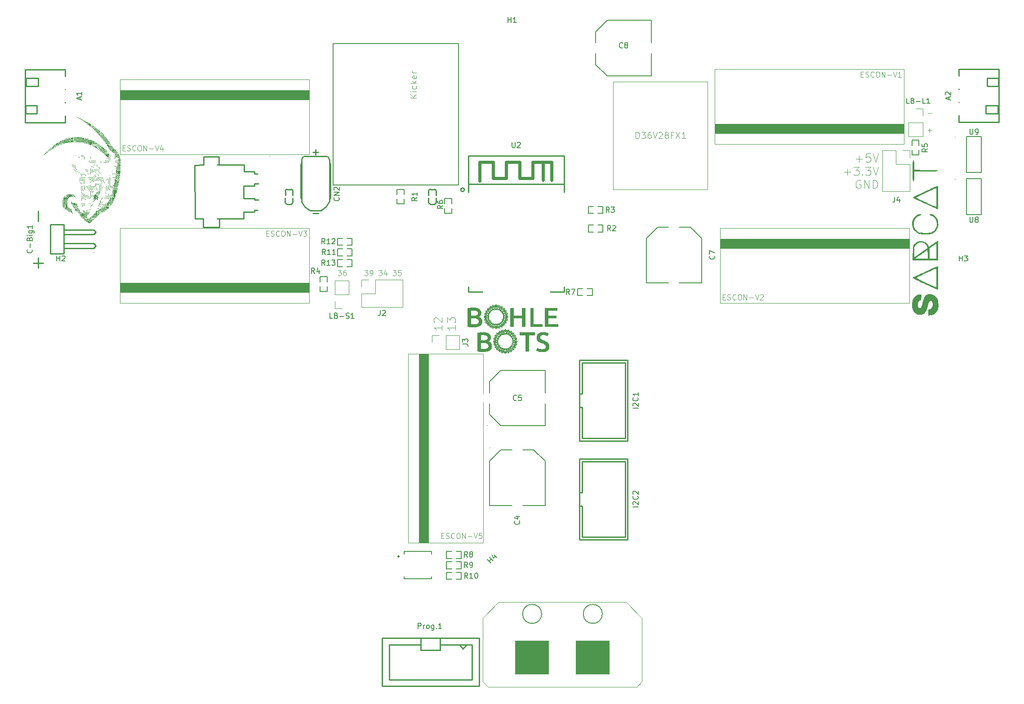
<source format=gto>
%TF.GenerationSoftware,KiCad,Pcbnew,8.0.3*%
%TF.CreationDate,2024-07-01T16:21:35+02:00*%
%TF.ProjectId,bottomPCB,626f7474-6f6d-4504-9342-2e6b69636164,rev?*%
%TF.SameCoordinates,Original*%
%TF.FileFunction,Legend,Top*%
%TF.FilePolarity,Positive*%
%FSLAX46Y46*%
G04 Gerber Fmt 4.6, Leading zero omitted, Abs format (unit mm)*
G04 Created by KiCad (PCBNEW 8.0.3) date 2024-07-01 16:21:35*
%MOMM*%
%LPD*%
G01*
G04 APERTURE LIST*
%ADD10C,0.100000*%
%ADD11C,0.220000*%
%ADD12C,0.150000*%
%ADD13C,0.101600*%
%ADD14C,0.000000*%
%ADD15C,0.050000*%
%ADD16C,0.152400*%
%ADD17C,0.059995*%
%ADD18C,0.151994*%
%ADD19C,0.127000*%
%ADD20C,0.120000*%
%ADD21C,0.254000*%
%ADD22C,0.600000*%
%ADD23C,0.250012*%
%ADD24R,1.308000X1.308000*%
%ADD25R,2.464999X1.050013*%
%ADD26R,2.464999X3.540005*%
%ADD27R,1.650013X4.500000*%
%ADD28C,8.600000*%
%ADD29O,3.016000X1.508000*%
%ADD30R,1.700000X1.700000*%
%ADD31O,1.700000X1.700000*%
%ADD32R,0.806477X0.864008*%
%ADD33R,4.500000X1.650013*%
%ADD34R,2.000000X0.900000*%
%ADD35R,0.900000X2.000000*%
%ADD36R,4.100000X4.100000*%
%ADD37R,0.900000X0.800000*%
%ADD38R,2.264999X1.000000*%
%ADD39R,2.000000X2.000000*%
%ADD40C,2.000000*%
%ADD41R,0.864008X0.806477*%
%ADD42C,3.200000*%
%ADD43C,2.180000*%
%ADD44C,1.530000*%
%ADD45R,1.800000X1.800000*%
%ADD46C,1.800000*%
%ADD47O,1.270000X2.540000*%
%ADD48R,1.108000X1.108000*%
%ADD49C,2.500000*%
%ADD50C,1.524003*%
G04 APERTURE END LIST*
D10*
X-3172980Y-32260877D02*
X-3172980Y-33140877D01*
X-3172980Y-32700877D02*
X-4712980Y-32700877D01*
X-4712980Y-32700877D02*
X-4492980Y-32847544D01*
X-4492980Y-32847544D02*
X-4346314Y-32994211D01*
X-4346314Y-32994211D02*
X-4272980Y-33140877D01*
X-4566314Y-31674210D02*
X-4639647Y-31600877D01*
X-4639647Y-31600877D02*
X-4712980Y-31454210D01*
X-4712980Y-31454210D02*
X-4712980Y-31087544D01*
X-4712980Y-31087544D02*
X-4639647Y-30940877D01*
X-4639647Y-30940877D02*
X-4566314Y-30867544D01*
X-4566314Y-30867544D02*
X-4419647Y-30794210D01*
X-4419647Y-30794210D02*
X-4272980Y-30794210D01*
X-4272980Y-30794210D02*
X-4052980Y-30867544D01*
X-4052980Y-30867544D02*
X-3172980Y-31747544D01*
X-3172980Y-31747544D02*
X-3172980Y-30794210D01*
X-693666Y-32260877D02*
X-693666Y-33140877D01*
X-693666Y-32700877D02*
X-2233666Y-32700877D01*
X-2233666Y-32700877D02*
X-2013666Y-32847544D01*
X-2013666Y-32847544D02*
X-1867000Y-32994211D01*
X-1867000Y-32994211D02*
X-1793666Y-33140877D01*
X-2233666Y-31747544D02*
X-2233666Y-30794210D01*
X-2233666Y-30794210D02*
X-1647000Y-31307544D01*
X-1647000Y-31307544D02*
X-1647000Y-31087544D01*
X-1647000Y-31087544D02*
X-1573666Y-30940877D01*
X-1573666Y-30940877D02*
X-1500333Y-30867544D01*
X-1500333Y-30867544D02*
X-1353666Y-30794210D01*
X-1353666Y-30794210D02*
X-987000Y-30794210D01*
X-987000Y-30794210D02*
X-840333Y-30867544D01*
X-840333Y-30867544D02*
X-767000Y-30940877D01*
X-767000Y-30940877D02*
X-693666Y-31087544D01*
X-693666Y-31087544D02*
X-693666Y-31527544D01*
X-693666Y-31527544D02*
X-767000Y-31674210D01*
X-767000Y-31674210D02*
X-840333Y-31747544D01*
X-17791353Y-21872419D02*
X-17172306Y-21872419D01*
X-17172306Y-21872419D02*
X-17505639Y-22253371D01*
X-17505639Y-22253371D02*
X-17362782Y-22253371D01*
X-17362782Y-22253371D02*
X-17267544Y-22300990D01*
X-17267544Y-22300990D02*
X-17219925Y-22348609D01*
X-17219925Y-22348609D02*
X-17172306Y-22443847D01*
X-17172306Y-22443847D02*
X-17172306Y-22681942D01*
X-17172306Y-22681942D02*
X-17219925Y-22777180D01*
X-17219925Y-22777180D02*
X-17267544Y-22824800D01*
X-17267544Y-22824800D02*
X-17362782Y-22872419D01*
X-17362782Y-22872419D02*
X-17648496Y-22872419D01*
X-17648496Y-22872419D02*
X-17743734Y-22824800D01*
X-17743734Y-22824800D02*
X-17791353Y-22777180D01*
X-16696115Y-22872419D02*
X-16505639Y-22872419D01*
X-16505639Y-22872419D02*
X-16410401Y-22824800D01*
X-16410401Y-22824800D02*
X-16362782Y-22777180D01*
X-16362782Y-22777180D02*
X-16267544Y-22634323D01*
X-16267544Y-22634323D02*
X-16219925Y-22443847D01*
X-16219925Y-22443847D02*
X-16219925Y-22062895D01*
X-16219925Y-22062895D02*
X-16267544Y-21967657D01*
X-16267544Y-21967657D02*
X-16315163Y-21920038D01*
X-16315163Y-21920038D02*
X-16410401Y-21872419D01*
X-16410401Y-21872419D02*
X-16600877Y-21872419D01*
X-16600877Y-21872419D02*
X-16696115Y-21920038D01*
X-16696115Y-21920038D02*
X-16743734Y-21967657D01*
X-16743734Y-21967657D02*
X-16791353Y-22062895D01*
X-16791353Y-22062895D02*
X-16791353Y-22300990D01*
X-16791353Y-22300990D02*
X-16743734Y-22396228D01*
X-16743734Y-22396228D02*
X-16696115Y-22443847D01*
X-16696115Y-22443847D02*
X-16600877Y-22491466D01*
X-16600877Y-22491466D02*
X-16410401Y-22491466D01*
X-16410401Y-22491466D02*
X-16315163Y-22443847D01*
X-16315163Y-22443847D02*
X-16267544Y-22396228D01*
X-16267544Y-22396228D02*
X-16219925Y-22300990D01*
X-15124686Y-21872419D02*
X-14505639Y-21872419D01*
X-14505639Y-21872419D02*
X-14838972Y-22253371D01*
X-14838972Y-22253371D02*
X-14696115Y-22253371D01*
X-14696115Y-22253371D02*
X-14600877Y-22300990D01*
X-14600877Y-22300990D02*
X-14553258Y-22348609D01*
X-14553258Y-22348609D02*
X-14505639Y-22443847D01*
X-14505639Y-22443847D02*
X-14505639Y-22681942D01*
X-14505639Y-22681942D02*
X-14553258Y-22777180D01*
X-14553258Y-22777180D02*
X-14600877Y-22824800D01*
X-14600877Y-22824800D02*
X-14696115Y-22872419D01*
X-14696115Y-22872419D02*
X-14981829Y-22872419D01*
X-14981829Y-22872419D02*
X-15077067Y-22824800D01*
X-15077067Y-22824800D02*
X-15124686Y-22777180D01*
X-13648496Y-22205752D02*
X-13648496Y-22872419D01*
X-13886591Y-21824800D02*
X-14124686Y-22539085D01*
X-14124686Y-22539085D02*
X-13505639Y-22539085D01*
X-12458019Y-21872419D02*
X-11838972Y-21872419D01*
X-11838972Y-21872419D02*
X-12172305Y-22253371D01*
X-12172305Y-22253371D02*
X-12029448Y-22253371D01*
X-12029448Y-22253371D02*
X-11934210Y-22300990D01*
X-11934210Y-22300990D02*
X-11886591Y-22348609D01*
X-11886591Y-22348609D02*
X-11838972Y-22443847D01*
X-11838972Y-22443847D02*
X-11838972Y-22681942D01*
X-11838972Y-22681942D02*
X-11886591Y-22777180D01*
X-11886591Y-22777180D02*
X-11934210Y-22824800D01*
X-11934210Y-22824800D02*
X-12029448Y-22872419D01*
X-12029448Y-22872419D02*
X-12315162Y-22872419D01*
X-12315162Y-22872419D02*
X-12410400Y-22824800D01*
X-12410400Y-22824800D02*
X-12458019Y-22777180D01*
X-10934210Y-21872419D02*
X-11410400Y-21872419D01*
X-11410400Y-21872419D02*
X-11458019Y-22348609D01*
X-11458019Y-22348609D02*
X-11410400Y-22300990D01*
X-11410400Y-22300990D02*
X-11315162Y-22253371D01*
X-11315162Y-22253371D02*
X-11077067Y-22253371D01*
X-11077067Y-22253371D02*
X-10981829Y-22300990D01*
X-10981829Y-22300990D02*
X-10934210Y-22348609D01*
X-10934210Y-22348609D02*
X-10886591Y-22443847D01*
X-10886591Y-22443847D02*
X-10886591Y-22681942D01*
X-10886591Y-22681942D02*
X-10934210Y-22777180D01*
X-10934210Y-22777180D02*
X-10981829Y-22824800D01*
X-10981829Y-22824800D02*
X-11077067Y-22872419D01*
X-11077067Y-22872419D02*
X-11315162Y-22872419D01*
X-11315162Y-22872419D02*
X-11410400Y-22824800D01*
X-11410400Y-22824800D02*
X-11458019Y-22777180D01*
X74807543Y-861038D02*
X75980877Y-861038D01*
X75394210Y-1447705D02*
X75394210Y-274372D01*
X77447544Y92294D02*
X76714210Y92294D01*
X76714210Y92294D02*
X76640877Y-641038D01*
X76640877Y-641038D02*
X76714210Y-567705D01*
X76714210Y-567705D02*
X76860877Y-494372D01*
X76860877Y-494372D02*
X77227544Y-494372D01*
X77227544Y-494372D02*
X77374210Y-567705D01*
X77374210Y-567705D02*
X77447544Y-641038D01*
X77447544Y-641038D02*
X77520877Y-787705D01*
X77520877Y-787705D02*
X77520877Y-1154372D01*
X77520877Y-1154372D02*
X77447544Y-1301038D01*
X77447544Y-1301038D02*
X77374210Y-1374372D01*
X77374210Y-1374372D02*
X77227544Y-1447705D01*
X77227544Y-1447705D02*
X76860877Y-1447705D01*
X76860877Y-1447705D02*
X76714210Y-1374372D01*
X76714210Y-1374372D02*
X76640877Y-1301038D01*
X77960877Y92294D02*
X78474211Y-1447705D01*
X78474211Y-1447705D02*
X78987544Y92294D01*
X72607543Y-3340352D02*
X73780877Y-3340352D01*
X73194210Y-3927019D02*
X73194210Y-2753686D01*
X74367544Y-2387019D02*
X75320877Y-2387019D01*
X75320877Y-2387019D02*
X74807544Y-2973686D01*
X74807544Y-2973686D02*
X75027544Y-2973686D01*
X75027544Y-2973686D02*
X75174210Y-3047019D01*
X75174210Y-3047019D02*
X75247544Y-3120352D01*
X75247544Y-3120352D02*
X75320877Y-3267019D01*
X75320877Y-3267019D02*
X75320877Y-3633686D01*
X75320877Y-3633686D02*
X75247544Y-3780352D01*
X75247544Y-3780352D02*
X75174210Y-3853686D01*
X75174210Y-3853686D02*
X75027544Y-3927019D01*
X75027544Y-3927019D02*
X74587544Y-3927019D01*
X74587544Y-3927019D02*
X74440877Y-3853686D01*
X74440877Y-3853686D02*
X74367544Y-3780352D01*
X75980877Y-3780352D02*
X76054211Y-3853686D01*
X76054211Y-3853686D02*
X75980877Y-3927019D01*
X75980877Y-3927019D02*
X75907544Y-3853686D01*
X75907544Y-3853686D02*
X75980877Y-3780352D01*
X75980877Y-3780352D02*
X75980877Y-3927019D01*
X76567544Y-2387019D02*
X77520877Y-2387019D01*
X77520877Y-2387019D02*
X77007544Y-2973686D01*
X77007544Y-2973686D02*
X77227544Y-2973686D01*
X77227544Y-2973686D02*
X77374210Y-3047019D01*
X77374210Y-3047019D02*
X77447544Y-3120352D01*
X77447544Y-3120352D02*
X77520877Y-3267019D01*
X77520877Y-3267019D02*
X77520877Y-3633686D01*
X77520877Y-3633686D02*
X77447544Y-3780352D01*
X77447544Y-3780352D02*
X77374210Y-3853686D01*
X77374210Y-3853686D02*
X77227544Y-3927019D01*
X77227544Y-3927019D02*
X76787544Y-3927019D01*
X76787544Y-3927019D02*
X76640877Y-3853686D01*
X76640877Y-3853686D02*
X76567544Y-3780352D01*
X77960877Y-2387019D02*
X78474211Y-3927019D01*
X78474211Y-3927019D02*
X78987544Y-2387019D01*
X75614211Y-4939666D02*
X75467544Y-4866333D01*
X75467544Y-4866333D02*
X75247544Y-4866333D01*
X75247544Y-4866333D02*
X75027544Y-4939666D01*
X75027544Y-4939666D02*
X74880878Y-5086333D01*
X74880878Y-5086333D02*
X74807544Y-5233000D01*
X74807544Y-5233000D02*
X74734211Y-5526333D01*
X74734211Y-5526333D02*
X74734211Y-5746333D01*
X74734211Y-5746333D02*
X74807544Y-6039666D01*
X74807544Y-6039666D02*
X74880878Y-6186333D01*
X74880878Y-6186333D02*
X75027544Y-6333000D01*
X75027544Y-6333000D02*
X75247544Y-6406333D01*
X75247544Y-6406333D02*
X75394211Y-6406333D01*
X75394211Y-6406333D02*
X75614211Y-6333000D01*
X75614211Y-6333000D02*
X75687544Y-6259666D01*
X75687544Y-6259666D02*
X75687544Y-5746333D01*
X75687544Y-5746333D02*
X75394211Y-5746333D01*
X76347544Y-6406333D02*
X76347544Y-4866333D01*
X76347544Y-4866333D02*
X77227544Y-6406333D01*
X77227544Y-6406333D02*
X77227544Y-4866333D01*
X77960877Y-6406333D02*
X77960877Y-4866333D01*
X77960877Y-4866333D02*
X78327544Y-4866333D01*
X78327544Y-4866333D02*
X78547544Y-4939666D01*
X78547544Y-4939666D02*
X78694211Y-5086333D01*
X78694211Y-5086333D02*
X78767544Y-5233000D01*
X78767544Y-5233000D02*
X78840877Y-5526333D01*
X78840877Y-5526333D02*
X78840877Y-5746333D01*
X78840877Y-5746333D02*
X78767544Y-6039666D01*
X78767544Y-6039666D02*
X78694211Y-6186333D01*
X78694211Y-6186333D02*
X78547544Y-6333000D01*
X78547544Y-6333000D02*
X78327544Y-6406333D01*
X78327544Y-6406333D02*
X77960877Y-6406333D01*
X88303884Y7728421D02*
X89065789Y7728421D01*
X88303884Y4508533D02*
X89065789Y4508533D01*
X88684836Y4127580D02*
X88684836Y4889485D01*
X-22791353Y-21872419D02*
X-22172306Y-21872419D01*
X-22172306Y-21872419D02*
X-22505639Y-22253371D01*
X-22505639Y-22253371D02*
X-22362782Y-22253371D01*
X-22362782Y-22253371D02*
X-22267544Y-22300990D01*
X-22267544Y-22300990D02*
X-22219925Y-22348609D01*
X-22219925Y-22348609D02*
X-22172306Y-22443847D01*
X-22172306Y-22443847D02*
X-22172306Y-22681942D01*
X-22172306Y-22681942D02*
X-22219925Y-22777180D01*
X-22219925Y-22777180D02*
X-22267544Y-22824800D01*
X-22267544Y-22824800D02*
X-22362782Y-22872419D01*
X-22362782Y-22872419D02*
X-22648496Y-22872419D01*
X-22648496Y-22872419D02*
X-22743734Y-22824800D01*
X-22743734Y-22824800D02*
X-22791353Y-22777180D01*
X-21315163Y-21872419D02*
X-21505639Y-21872419D01*
X-21505639Y-21872419D02*
X-21600877Y-21920038D01*
X-21600877Y-21920038D02*
X-21648496Y-21967657D01*
X-21648496Y-21967657D02*
X-21743734Y-22110514D01*
X-21743734Y-22110514D02*
X-21791353Y-22300990D01*
X-21791353Y-22300990D02*
X-21791353Y-22681942D01*
X-21791353Y-22681942D02*
X-21743734Y-22777180D01*
X-21743734Y-22777180D02*
X-21696115Y-22824800D01*
X-21696115Y-22824800D02*
X-21600877Y-22872419D01*
X-21600877Y-22872419D02*
X-21410401Y-22872419D01*
X-21410401Y-22872419D02*
X-21315163Y-22824800D01*
X-21315163Y-22824800D02*
X-21267544Y-22777180D01*
X-21267544Y-22777180D02*
X-21219925Y-22681942D01*
X-21219925Y-22681942D02*
X-21219925Y-22443847D01*
X-21219925Y-22443847D02*
X-21267544Y-22348609D01*
X-21267544Y-22348609D02*
X-21315163Y-22300990D01*
X-21315163Y-22300990D02*
X-21410401Y-22253371D01*
X-21410401Y-22253371D02*
X-21600877Y-22253371D01*
X-21600877Y-22253371D02*
X-21696115Y-22300990D01*
X-21696115Y-22300990D02*
X-21743734Y-22348609D01*
X-21743734Y-22348609D02*
X-21791353Y-22443847D01*
D11*
X-79230226Y-10739974D02*
X-79230226Y-12644736D01*
X-79230226Y-19549498D02*
X-79230226Y-21454260D01*
X-80182607Y-20501879D02*
X-78277845Y-20501879D01*
D10*
X-63296704Y1187790D02*
X-62963371Y1187790D01*
X-62820514Y663980D02*
X-63296704Y663980D01*
X-63296704Y663980D02*
X-63296704Y1663980D01*
X-63296704Y1663980D02*
X-62820514Y1663980D01*
X-62439561Y711600D02*
X-62296704Y663980D01*
X-62296704Y663980D02*
X-62058609Y663980D01*
X-62058609Y663980D02*
X-61963371Y711600D01*
X-61963371Y711600D02*
X-61915752Y759219D01*
X-61915752Y759219D02*
X-61868133Y854457D01*
X-61868133Y854457D02*
X-61868133Y949695D01*
X-61868133Y949695D02*
X-61915752Y1044933D01*
X-61915752Y1044933D02*
X-61963371Y1092552D01*
X-61963371Y1092552D02*
X-62058609Y1140171D01*
X-62058609Y1140171D02*
X-62249085Y1187790D01*
X-62249085Y1187790D02*
X-62344323Y1235409D01*
X-62344323Y1235409D02*
X-62391942Y1283028D01*
X-62391942Y1283028D02*
X-62439561Y1378266D01*
X-62439561Y1378266D02*
X-62439561Y1473504D01*
X-62439561Y1473504D02*
X-62391942Y1568742D01*
X-62391942Y1568742D02*
X-62344323Y1616361D01*
X-62344323Y1616361D02*
X-62249085Y1663980D01*
X-62249085Y1663980D02*
X-62010990Y1663980D01*
X-62010990Y1663980D02*
X-61868133Y1616361D01*
X-60868133Y759219D02*
X-60915752Y711600D01*
X-60915752Y711600D02*
X-61058609Y663980D01*
X-61058609Y663980D02*
X-61153847Y663980D01*
X-61153847Y663980D02*
X-61296704Y711600D01*
X-61296704Y711600D02*
X-61391942Y806838D01*
X-61391942Y806838D02*
X-61439561Y902076D01*
X-61439561Y902076D02*
X-61487180Y1092552D01*
X-61487180Y1092552D02*
X-61487180Y1235409D01*
X-61487180Y1235409D02*
X-61439561Y1425885D01*
X-61439561Y1425885D02*
X-61391942Y1521123D01*
X-61391942Y1521123D02*
X-61296704Y1616361D01*
X-61296704Y1616361D02*
X-61153847Y1663980D01*
X-61153847Y1663980D02*
X-61058609Y1663980D01*
X-61058609Y1663980D02*
X-60915752Y1616361D01*
X-60915752Y1616361D02*
X-60868133Y1568742D01*
X-60249085Y1663980D02*
X-60058609Y1663980D01*
X-60058609Y1663980D02*
X-59963371Y1616361D01*
X-59963371Y1616361D02*
X-59868133Y1521123D01*
X-59868133Y1521123D02*
X-59820514Y1330647D01*
X-59820514Y1330647D02*
X-59820514Y997314D01*
X-59820514Y997314D02*
X-59868133Y806838D01*
X-59868133Y806838D02*
X-59963371Y711600D01*
X-59963371Y711600D02*
X-60058609Y663980D01*
X-60058609Y663980D02*
X-60249085Y663980D01*
X-60249085Y663980D02*
X-60344323Y711600D01*
X-60344323Y711600D02*
X-60439561Y806838D01*
X-60439561Y806838D02*
X-60487180Y997314D01*
X-60487180Y997314D02*
X-60487180Y1330647D01*
X-60487180Y1330647D02*
X-60439561Y1521123D01*
X-60439561Y1521123D02*
X-60344323Y1616361D01*
X-60344323Y1616361D02*
X-60249085Y1663980D01*
X-59391942Y663980D02*
X-59391942Y1663980D01*
X-59391942Y1663980D02*
X-58820514Y663980D01*
X-58820514Y663980D02*
X-58820514Y1663980D01*
X-58344323Y1044933D02*
X-57582419Y1044933D01*
X-57249085Y1663980D02*
X-56915752Y663980D01*
X-56915752Y663980D02*
X-56582419Y1663980D01*
X-55820514Y1330647D02*
X-55820514Y663980D01*
X-56058609Y1711600D02*
X-56296704Y997314D01*
X-56296704Y997314D02*
X-55677657Y997314D01*
D12*
X96238095Y4745180D02*
X96238095Y3935657D01*
X96238095Y3935657D02*
X96285714Y3840419D01*
X96285714Y3840419D02*
X96333333Y3792800D01*
X96333333Y3792800D02*
X96428571Y3745180D01*
X96428571Y3745180D02*
X96619047Y3745180D01*
X96619047Y3745180D02*
X96714285Y3792800D01*
X96714285Y3792800D02*
X96761904Y3840419D01*
X96761904Y3840419D02*
X96809523Y3935657D01*
X96809523Y3935657D02*
X96809523Y4745180D01*
X97333333Y3745180D02*
X97523809Y3745180D01*
X97523809Y3745180D02*
X97619047Y3792800D01*
X97619047Y3792800D02*
X97666666Y3840419D01*
X97666666Y3840419D02*
X97761904Y3983276D01*
X97761904Y3983276D02*
X97809523Y4173752D01*
X97809523Y4173752D02*
X97809523Y4554704D01*
X97809523Y4554704D02*
X97761904Y4649942D01*
X97761904Y4649942D02*
X97714285Y4697561D01*
X97714285Y4697561D02*
X97619047Y4745180D01*
X97619047Y4745180D02*
X97428571Y4745180D01*
X97428571Y4745180D02*
X97333333Y4697561D01*
X97333333Y4697561D02*
X97285714Y4649942D01*
X97285714Y4649942D02*
X97238095Y4554704D01*
X97238095Y4554704D02*
X97238095Y4316609D01*
X97238095Y4316609D02*
X97285714Y4221371D01*
X97285714Y4221371D02*
X97333333Y4173752D01*
X97333333Y4173752D02*
X97428571Y4126133D01*
X97428571Y4126133D02*
X97619047Y4126133D01*
X97619047Y4126133D02*
X97714285Y4173752D01*
X97714285Y4173752D02*
X97761904Y4221371D01*
X97761904Y4221371D02*
X97809523Y4316609D01*
X48085818Y-19166666D02*
X48133438Y-19214285D01*
X48133438Y-19214285D02*
X48181057Y-19357142D01*
X48181057Y-19357142D02*
X48181057Y-19452380D01*
X48181057Y-19452380D02*
X48133438Y-19595237D01*
X48133438Y-19595237D02*
X48038199Y-19690475D01*
X48038199Y-19690475D02*
X47942961Y-19738094D01*
X47942961Y-19738094D02*
X47752485Y-19785713D01*
X47752485Y-19785713D02*
X47609628Y-19785713D01*
X47609628Y-19785713D02*
X47419152Y-19738094D01*
X47419152Y-19738094D02*
X47323914Y-19690475D01*
X47323914Y-19690475D02*
X47228676Y-19595237D01*
X47228676Y-19595237D02*
X47181057Y-19452380D01*
X47181057Y-19452380D02*
X47181057Y-19357142D01*
X47181057Y-19357142D02*
X47228676Y-19214285D01*
X47228676Y-19214285D02*
X47276295Y-19166666D01*
X47181057Y-18833332D02*
X47181057Y-18166666D01*
X47181057Y-18166666D02*
X48181057Y-18595237D01*
X-75761904Y-20154819D02*
X-75761904Y-19154819D01*
X-75761904Y-19631009D02*
X-75190476Y-19631009D01*
X-75190476Y-20154819D02*
X-75190476Y-19154819D01*
X-74761904Y-19250057D02*
X-74714285Y-19202438D01*
X-74714285Y-19202438D02*
X-74619047Y-19154819D01*
X-74619047Y-19154819D02*
X-74380952Y-19154819D01*
X-74380952Y-19154819D02*
X-74285714Y-19202438D01*
X-74285714Y-19202438D02*
X-74238095Y-19250057D01*
X-74238095Y-19250057D02*
X-74190476Y-19345295D01*
X-74190476Y-19345295D02*
X-74190476Y-19440533D01*
X-74190476Y-19440533D02*
X-74238095Y-19583390D01*
X-74238095Y-19583390D02*
X-74809523Y-20154819D01*
X-74809523Y-20154819D02*
X-74190476Y-20154819D01*
X82066666Y-8054819D02*
X82066666Y-8769104D01*
X82066666Y-8769104D02*
X82019047Y-8911961D01*
X82019047Y-8911961D02*
X81923809Y-9007200D01*
X81923809Y-9007200D02*
X81780952Y-9054819D01*
X81780952Y-9054819D02*
X81685714Y-9054819D01*
X82971428Y-8388152D02*
X82971428Y-9054819D01*
X82733333Y-8007200D02*
X82495238Y-8721485D01*
X82495238Y-8721485D02*
X83114285Y-8721485D01*
X28326601Y-10954819D02*
X27993268Y-10478628D01*
X27755173Y-10954819D02*
X27755173Y-9954819D01*
X27755173Y-9954819D02*
X28136125Y-9954819D01*
X28136125Y-9954819D02*
X28231363Y-10002438D01*
X28231363Y-10002438D02*
X28278982Y-10050057D01*
X28278982Y-10050057D02*
X28326601Y-10145295D01*
X28326601Y-10145295D02*
X28326601Y-10288152D01*
X28326601Y-10288152D02*
X28278982Y-10383390D01*
X28278982Y-10383390D02*
X28231363Y-10431009D01*
X28231363Y-10431009D02*
X28136125Y-10478628D01*
X28136125Y-10478628D02*
X27755173Y-10478628D01*
X28659935Y-9954819D02*
X29278982Y-9954819D01*
X29278982Y-9954819D02*
X28945649Y-10335771D01*
X28945649Y-10335771D02*
X29088506Y-10335771D01*
X29088506Y-10335771D02*
X29183744Y-10383390D01*
X29183744Y-10383390D02*
X29231363Y-10431009D01*
X29231363Y-10431009D02*
X29278982Y-10526247D01*
X29278982Y-10526247D02*
X29278982Y-10764342D01*
X29278982Y-10764342D02*
X29231363Y-10859580D01*
X29231363Y-10859580D02*
X29183744Y-10907200D01*
X29183744Y-10907200D02*
X29088506Y-10954819D01*
X29088506Y-10954819D02*
X28802792Y-10954819D01*
X28802792Y-10954819D02*
X28707554Y-10907200D01*
X28707554Y-10907200D02*
X28659935Y-10859580D01*
X9238095Y24845180D02*
X9238095Y25845180D01*
X9238095Y25368990D02*
X9809523Y25368990D01*
X9809523Y24845180D02*
X9809523Y25845180D01*
X10809523Y24845180D02*
X10238095Y24845180D01*
X10523809Y24845180D02*
X10523809Y25845180D01*
X10523809Y25845180D02*
X10428571Y25702323D01*
X10428571Y25702323D02*
X10333333Y25607085D01*
X10333333Y25607085D02*
X10238095Y25559466D01*
X30833333Y20140419D02*
X30785714Y20092800D01*
X30785714Y20092800D02*
X30642857Y20045180D01*
X30642857Y20045180D02*
X30547619Y20045180D01*
X30547619Y20045180D02*
X30404762Y20092800D01*
X30404762Y20092800D02*
X30309524Y20188038D01*
X30309524Y20188038D02*
X30261905Y20283276D01*
X30261905Y20283276D02*
X30214286Y20473752D01*
X30214286Y20473752D02*
X30214286Y20616609D01*
X30214286Y20616609D02*
X30261905Y20807085D01*
X30261905Y20807085D02*
X30309524Y20902323D01*
X30309524Y20902323D02*
X30404762Y20997561D01*
X30404762Y20997561D02*
X30547619Y21045180D01*
X30547619Y21045180D02*
X30642857Y21045180D01*
X30642857Y21045180D02*
X30785714Y20997561D01*
X30785714Y20997561D02*
X30833333Y20949942D01*
X31404762Y20616609D02*
X31309524Y20664228D01*
X31309524Y20664228D02*
X31261905Y20711847D01*
X31261905Y20711847D02*
X31214286Y20807085D01*
X31214286Y20807085D02*
X31214286Y20854704D01*
X31214286Y20854704D02*
X31261905Y20949942D01*
X31261905Y20949942D02*
X31309524Y20997561D01*
X31309524Y20997561D02*
X31404762Y21045180D01*
X31404762Y21045180D02*
X31595238Y21045180D01*
X31595238Y21045180D02*
X31690476Y20997561D01*
X31690476Y20997561D02*
X31738095Y20949942D01*
X31738095Y20949942D02*
X31785714Y20854704D01*
X31785714Y20854704D02*
X31785714Y20807085D01*
X31785714Y20807085D02*
X31738095Y20711847D01*
X31738095Y20711847D02*
X31690476Y20664228D01*
X31690476Y20664228D02*
X31595238Y20616609D01*
X31595238Y20616609D02*
X31404762Y20616609D01*
X31404762Y20616609D02*
X31309524Y20568990D01*
X31309524Y20568990D02*
X31261905Y20521371D01*
X31261905Y20521371D02*
X31214286Y20426133D01*
X31214286Y20426133D02*
X31214286Y20235657D01*
X31214286Y20235657D02*
X31261905Y20140419D01*
X31261905Y20140419D02*
X31309524Y20092800D01*
X31309524Y20092800D02*
X31404762Y20045180D01*
X31404762Y20045180D02*
X31595238Y20045180D01*
X31595238Y20045180D02*
X31690476Y20092800D01*
X31690476Y20092800D02*
X31738095Y20140419D01*
X31738095Y20140419D02*
X31785714Y20235657D01*
X31785714Y20235657D02*
X31785714Y20426133D01*
X31785714Y20426133D02*
X31738095Y20521371D01*
X31738095Y20521371D02*
X31690476Y20568990D01*
X31690476Y20568990D02*
X31595238Y20616609D01*
X1625815Y-75954692D02*
X1292482Y-75478501D01*
X1054387Y-75954692D02*
X1054387Y-74954692D01*
X1054387Y-74954692D02*
X1435339Y-74954692D01*
X1435339Y-74954692D02*
X1530577Y-75002311D01*
X1530577Y-75002311D02*
X1578196Y-75049930D01*
X1578196Y-75049930D02*
X1625815Y-75145168D01*
X1625815Y-75145168D02*
X1625815Y-75288025D01*
X1625815Y-75288025D02*
X1578196Y-75383263D01*
X1578196Y-75383263D02*
X1530577Y-75430882D01*
X1530577Y-75430882D02*
X1435339Y-75478501D01*
X1435339Y-75478501D02*
X1054387Y-75478501D01*
X2197244Y-75383263D02*
X2102006Y-75335644D01*
X2102006Y-75335644D02*
X2054387Y-75288025D01*
X2054387Y-75288025D02*
X2006768Y-75192787D01*
X2006768Y-75192787D02*
X2006768Y-75145168D01*
X2006768Y-75145168D02*
X2054387Y-75049930D01*
X2054387Y-75049930D02*
X2102006Y-75002311D01*
X2102006Y-75002311D02*
X2197244Y-74954692D01*
X2197244Y-74954692D02*
X2387720Y-74954692D01*
X2387720Y-74954692D02*
X2482958Y-75002311D01*
X2482958Y-75002311D02*
X2530577Y-75049930D01*
X2530577Y-75049930D02*
X2578196Y-75145168D01*
X2578196Y-75145168D02*
X2578196Y-75192787D01*
X2578196Y-75192787D02*
X2530577Y-75288025D01*
X2530577Y-75288025D02*
X2482958Y-75335644D01*
X2482958Y-75335644D02*
X2387720Y-75383263D01*
X2387720Y-75383263D02*
X2197244Y-75383263D01*
X2197244Y-75383263D02*
X2102006Y-75430882D01*
X2102006Y-75430882D02*
X2054387Y-75478501D01*
X2054387Y-75478501D02*
X2006768Y-75573739D01*
X2006768Y-75573739D02*
X2006768Y-75764215D01*
X2006768Y-75764215D02*
X2054387Y-75859453D01*
X2054387Y-75859453D02*
X2102006Y-75907073D01*
X2102006Y-75907073D02*
X2197244Y-75954692D01*
X2197244Y-75954692D02*
X2387720Y-75954692D01*
X2387720Y-75954692D02*
X2482958Y-75907073D01*
X2482958Y-75907073D02*
X2530577Y-75859453D01*
X2530577Y-75859453D02*
X2578196Y-75764215D01*
X2578196Y-75764215D02*
X2578196Y-75573739D01*
X2578196Y-75573739D02*
X2530577Y-75478501D01*
X2530577Y-75478501D02*
X2482958Y-75430882D01*
X2482958Y-75430882D02*
X2387720Y-75383263D01*
X94238095Y-20154819D02*
X94238095Y-19154819D01*
X94238095Y-19631009D02*
X94809523Y-19631009D01*
X94809523Y-20154819D02*
X94809523Y-19154819D01*
X95190476Y-19154819D02*
X95809523Y-19154819D01*
X95809523Y-19154819D02*
X95476190Y-19535771D01*
X95476190Y-19535771D02*
X95619047Y-19535771D01*
X95619047Y-19535771D02*
X95714285Y-19583390D01*
X95714285Y-19583390D02*
X95761904Y-19631009D01*
X95761904Y-19631009D02*
X95809523Y-19726247D01*
X95809523Y-19726247D02*
X95809523Y-19964342D01*
X95809523Y-19964342D02*
X95761904Y-20059580D01*
X95761904Y-20059580D02*
X95714285Y-20107200D01*
X95714285Y-20107200D02*
X95619047Y-20154819D01*
X95619047Y-20154819D02*
X95333333Y-20154819D01*
X95333333Y-20154819D02*
X95238095Y-20107200D01*
X95238095Y-20107200D02*
X95190476Y-20059580D01*
D10*
X-36261904Y-14933609D02*
X-35928571Y-14933609D01*
X-35785714Y-15457419D02*
X-36261904Y-15457419D01*
X-36261904Y-15457419D02*
X-36261904Y-14457419D01*
X-36261904Y-14457419D02*
X-35785714Y-14457419D01*
X-35404761Y-15409800D02*
X-35261904Y-15457419D01*
X-35261904Y-15457419D02*
X-35023809Y-15457419D01*
X-35023809Y-15457419D02*
X-34928571Y-15409800D01*
X-34928571Y-15409800D02*
X-34880952Y-15362180D01*
X-34880952Y-15362180D02*
X-34833333Y-15266942D01*
X-34833333Y-15266942D02*
X-34833333Y-15171704D01*
X-34833333Y-15171704D02*
X-34880952Y-15076466D01*
X-34880952Y-15076466D02*
X-34928571Y-15028847D01*
X-34928571Y-15028847D02*
X-35023809Y-14981228D01*
X-35023809Y-14981228D02*
X-35214285Y-14933609D01*
X-35214285Y-14933609D02*
X-35309523Y-14885990D01*
X-35309523Y-14885990D02*
X-35357142Y-14838371D01*
X-35357142Y-14838371D02*
X-35404761Y-14743133D01*
X-35404761Y-14743133D02*
X-35404761Y-14647895D01*
X-35404761Y-14647895D02*
X-35357142Y-14552657D01*
X-35357142Y-14552657D02*
X-35309523Y-14505038D01*
X-35309523Y-14505038D02*
X-35214285Y-14457419D01*
X-35214285Y-14457419D02*
X-34976190Y-14457419D01*
X-34976190Y-14457419D02*
X-34833333Y-14505038D01*
X-33833333Y-15362180D02*
X-33880952Y-15409800D01*
X-33880952Y-15409800D02*
X-34023809Y-15457419D01*
X-34023809Y-15457419D02*
X-34119047Y-15457419D01*
X-34119047Y-15457419D02*
X-34261904Y-15409800D01*
X-34261904Y-15409800D02*
X-34357142Y-15314561D01*
X-34357142Y-15314561D02*
X-34404761Y-15219323D01*
X-34404761Y-15219323D02*
X-34452380Y-15028847D01*
X-34452380Y-15028847D02*
X-34452380Y-14885990D01*
X-34452380Y-14885990D02*
X-34404761Y-14695514D01*
X-34404761Y-14695514D02*
X-34357142Y-14600276D01*
X-34357142Y-14600276D02*
X-34261904Y-14505038D01*
X-34261904Y-14505038D02*
X-34119047Y-14457419D01*
X-34119047Y-14457419D02*
X-34023809Y-14457419D01*
X-34023809Y-14457419D02*
X-33880952Y-14505038D01*
X-33880952Y-14505038D02*
X-33833333Y-14552657D01*
X-33214285Y-14457419D02*
X-33023809Y-14457419D01*
X-33023809Y-14457419D02*
X-32928571Y-14505038D01*
X-32928571Y-14505038D02*
X-32833333Y-14600276D01*
X-32833333Y-14600276D02*
X-32785714Y-14790752D01*
X-32785714Y-14790752D02*
X-32785714Y-15124085D01*
X-32785714Y-15124085D02*
X-32833333Y-15314561D01*
X-32833333Y-15314561D02*
X-32928571Y-15409800D01*
X-32928571Y-15409800D02*
X-33023809Y-15457419D01*
X-33023809Y-15457419D02*
X-33214285Y-15457419D01*
X-33214285Y-15457419D02*
X-33309523Y-15409800D01*
X-33309523Y-15409800D02*
X-33404761Y-15314561D01*
X-33404761Y-15314561D02*
X-33452380Y-15124085D01*
X-33452380Y-15124085D02*
X-33452380Y-14790752D01*
X-33452380Y-14790752D02*
X-33404761Y-14600276D01*
X-33404761Y-14600276D02*
X-33309523Y-14505038D01*
X-33309523Y-14505038D02*
X-33214285Y-14457419D01*
X-32357142Y-15457419D02*
X-32357142Y-14457419D01*
X-32357142Y-14457419D02*
X-31785714Y-15457419D01*
X-31785714Y-15457419D02*
X-31785714Y-14457419D01*
X-31309523Y-15076466D02*
X-30547619Y-15076466D01*
X-30214285Y-14457419D02*
X-29880952Y-15457419D01*
X-29880952Y-15457419D02*
X-29547619Y-14457419D01*
X-29309523Y-14457419D02*
X-28690476Y-14457419D01*
X-28690476Y-14457419D02*
X-29023809Y-14838371D01*
X-29023809Y-14838371D02*
X-28880952Y-14838371D01*
X-28880952Y-14838371D02*
X-28785714Y-14885990D01*
X-28785714Y-14885990D02*
X-28738095Y-14933609D01*
X-28738095Y-14933609D02*
X-28690476Y-15028847D01*
X-28690476Y-15028847D02*
X-28690476Y-15266942D01*
X-28690476Y-15266942D02*
X-28738095Y-15362180D01*
X-28738095Y-15362180D02*
X-28785714Y-15409800D01*
X-28785714Y-15409800D02*
X-28880952Y-15457419D01*
X-28880952Y-15457419D02*
X-29166666Y-15457419D01*
X-29166666Y-15457419D02*
X-29261904Y-15409800D01*
X-29261904Y-15409800D02*
X-29309523Y-15362180D01*
D12*
X10009215Y2251720D02*
X10009215Y1442197D01*
X10009215Y1442197D02*
X10056834Y1346959D01*
X10056834Y1346959D02*
X10104453Y1299340D01*
X10104453Y1299340D02*
X10199691Y1251720D01*
X10199691Y1251720D02*
X10390167Y1251720D01*
X10390167Y1251720D02*
X10485405Y1299340D01*
X10485405Y1299340D02*
X10533024Y1346959D01*
X10533024Y1346959D02*
X10580643Y1442197D01*
X10580643Y1442197D02*
X10580643Y2251720D01*
X11009215Y2156482D02*
X11056834Y2204101D01*
X11056834Y2204101D02*
X11152072Y2251720D01*
X11152072Y2251720D02*
X11390167Y2251720D01*
X11390167Y2251720D02*
X11485405Y2204101D01*
X11485405Y2204101D02*
X11533024Y2156482D01*
X11533024Y2156482D02*
X11580643Y2061244D01*
X11580643Y2061244D02*
X11580643Y1966006D01*
X11580643Y1966006D02*
X11533024Y1823149D01*
X11533024Y1823149D02*
X10961596Y1251720D01*
X10961596Y1251720D02*
X11580643Y1251720D01*
X96238095Y-11854819D02*
X96238095Y-12664342D01*
X96238095Y-12664342D02*
X96285714Y-12759580D01*
X96285714Y-12759580D02*
X96333333Y-12807200D01*
X96333333Y-12807200D02*
X96428571Y-12854819D01*
X96428571Y-12854819D02*
X96619047Y-12854819D01*
X96619047Y-12854819D02*
X96714285Y-12807200D01*
X96714285Y-12807200D02*
X96761904Y-12759580D01*
X96761904Y-12759580D02*
X96809523Y-12664342D01*
X96809523Y-12664342D02*
X96809523Y-11854819D01*
X97428571Y-12283390D02*
X97333333Y-12235771D01*
X97333333Y-12235771D02*
X97285714Y-12188152D01*
X97285714Y-12188152D02*
X97238095Y-12092914D01*
X97238095Y-12092914D02*
X97238095Y-12045295D01*
X97238095Y-12045295D02*
X97285714Y-11950057D01*
X97285714Y-11950057D02*
X97333333Y-11902438D01*
X97333333Y-11902438D02*
X97428571Y-11854819D01*
X97428571Y-11854819D02*
X97619047Y-11854819D01*
X97619047Y-11854819D02*
X97714285Y-11902438D01*
X97714285Y-11902438D02*
X97761904Y-11950057D01*
X97761904Y-11950057D02*
X97809523Y-12045295D01*
X97809523Y-12045295D02*
X97809523Y-12092914D01*
X97809523Y-12092914D02*
X97761904Y-12188152D01*
X97761904Y-12188152D02*
X97714285Y-12235771D01*
X97714285Y-12235771D02*
X97619047Y-12283390D01*
X97619047Y-12283390D02*
X97428571Y-12283390D01*
X97428571Y-12283390D02*
X97333333Y-12331009D01*
X97333333Y-12331009D02*
X97285714Y-12378628D01*
X97285714Y-12378628D02*
X97238095Y-12473866D01*
X97238095Y-12473866D02*
X97238095Y-12664342D01*
X97238095Y-12664342D02*
X97285714Y-12759580D01*
X97285714Y-12759580D02*
X97333333Y-12807200D01*
X97333333Y-12807200D02*
X97428571Y-12854819D01*
X97428571Y-12854819D02*
X97619047Y-12854819D01*
X97619047Y-12854819D02*
X97714285Y-12807200D01*
X97714285Y-12807200D02*
X97761904Y-12759580D01*
X97761904Y-12759580D02*
X97809523Y-12664342D01*
X97809523Y-12664342D02*
X97809523Y-12473866D01*
X97809523Y-12473866D02*
X97761904Y-12378628D01*
X97761904Y-12378628D02*
X97714285Y-12331009D01*
X97714285Y-12331009D02*
X97619047Y-12283390D01*
X20833333Y-26454819D02*
X20500000Y-25978628D01*
X20261905Y-26454819D02*
X20261905Y-25454819D01*
X20261905Y-25454819D02*
X20642857Y-25454819D01*
X20642857Y-25454819D02*
X20738095Y-25502438D01*
X20738095Y-25502438D02*
X20785714Y-25550057D01*
X20785714Y-25550057D02*
X20833333Y-25645295D01*
X20833333Y-25645295D02*
X20833333Y-25788152D01*
X20833333Y-25788152D02*
X20785714Y-25883390D01*
X20785714Y-25883390D02*
X20738095Y-25931009D01*
X20738095Y-25931009D02*
X20642857Y-25978628D01*
X20642857Y-25978628D02*
X20261905Y-25978628D01*
X21166667Y-25454819D02*
X21833333Y-25454819D01*
X21833333Y-25454819D02*
X21404762Y-26454819D01*
X-71330895Y10285714D02*
X-71330895Y10761904D01*
X-71045180Y10190476D02*
X-72045180Y10523809D01*
X-72045180Y10523809D02*
X-71045180Y10857142D01*
X-71045180Y11714285D02*
X-71045180Y11142857D01*
X-71045180Y11428571D02*
X-72045180Y11428571D01*
X-72045180Y11428571D02*
X-71902323Y11333333D01*
X-71902323Y11333333D02*
X-71807085Y11238095D01*
X-71807085Y11238095D02*
X-71759466Y11142857D01*
X1632547Y-77928302D02*
X1299214Y-77452111D01*
X1061119Y-77928302D02*
X1061119Y-76928302D01*
X1061119Y-76928302D02*
X1442071Y-76928302D01*
X1442071Y-76928302D02*
X1537309Y-76975921D01*
X1537309Y-76975921D02*
X1584928Y-77023540D01*
X1584928Y-77023540D02*
X1632547Y-77118778D01*
X1632547Y-77118778D02*
X1632547Y-77261635D01*
X1632547Y-77261635D02*
X1584928Y-77356873D01*
X1584928Y-77356873D02*
X1537309Y-77404492D01*
X1537309Y-77404492D02*
X1442071Y-77452111D01*
X1442071Y-77452111D02*
X1061119Y-77452111D01*
X2108738Y-77928302D02*
X2299214Y-77928302D01*
X2299214Y-77928302D02*
X2394452Y-77880683D01*
X2394452Y-77880683D02*
X2442071Y-77833063D01*
X2442071Y-77833063D02*
X2537309Y-77690206D01*
X2537309Y-77690206D02*
X2584928Y-77499730D01*
X2584928Y-77499730D02*
X2584928Y-77118778D01*
X2584928Y-77118778D02*
X2537309Y-77023540D01*
X2537309Y-77023540D02*
X2489690Y-76975921D01*
X2489690Y-76975921D02*
X2394452Y-76928302D01*
X2394452Y-76928302D02*
X2203976Y-76928302D01*
X2203976Y-76928302D02*
X2108738Y-76975921D01*
X2108738Y-76975921D02*
X2061119Y-77023540D01*
X2061119Y-77023540D02*
X2013500Y-77118778D01*
X2013500Y-77118778D02*
X2013500Y-77356873D01*
X2013500Y-77356873D02*
X2061119Y-77452111D01*
X2061119Y-77452111D02*
X2108738Y-77499730D01*
X2108738Y-77499730D02*
X2203976Y-77547349D01*
X2203976Y-77547349D02*
X2394452Y-77547349D01*
X2394452Y-77547349D02*
X2489690Y-77499730D01*
X2489690Y-77499730D02*
X2537309Y-77452111D01*
X2537309Y-77452111D02*
X2584928Y-77356873D01*
X-25222857Y-20954819D02*
X-25556190Y-20478628D01*
X-25794285Y-20954819D02*
X-25794285Y-19954819D01*
X-25794285Y-19954819D02*
X-25413333Y-19954819D01*
X-25413333Y-19954819D02*
X-25318095Y-20002438D01*
X-25318095Y-20002438D02*
X-25270476Y-20050057D01*
X-25270476Y-20050057D02*
X-25222857Y-20145295D01*
X-25222857Y-20145295D02*
X-25222857Y-20288152D01*
X-25222857Y-20288152D02*
X-25270476Y-20383390D01*
X-25270476Y-20383390D02*
X-25318095Y-20431009D01*
X-25318095Y-20431009D02*
X-25413333Y-20478628D01*
X-25413333Y-20478628D02*
X-25794285Y-20478628D01*
X-24270476Y-20954819D02*
X-24841904Y-20954819D01*
X-24556190Y-20954819D02*
X-24556190Y-19954819D01*
X-24556190Y-19954819D02*
X-24651428Y-20097676D01*
X-24651428Y-20097676D02*
X-24746666Y-20192914D01*
X-24746666Y-20192914D02*
X-24841904Y-20240533D01*
X-23937142Y-19954819D02*
X-23318095Y-19954819D01*
X-23318095Y-19954819D02*
X-23651428Y-20335771D01*
X-23651428Y-20335771D02*
X-23508571Y-20335771D01*
X-23508571Y-20335771D02*
X-23413333Y-20383390D01*
X-23413333Y-20383390D02*
X-23365714Y-20431009D01*
X-23365714Y-20431009D02*
X-23318095Y-20526247D01*
X-23318095Y-20526247D02*
X-23318095Y-20764342D01*
X-23318095Y-20764342D02*
X-23365714Y-20859580D01*
X-23365714Y-20859580D02*
X-23413333Y-20907200D01*
X-23413333Y-20907200D02*
X-23508571Y-20954819D01*
X-23508571Y-20954819D02*
X-23794285Y-20954819D01*
X-23794285Y-20954819D02*
X-23889523Y-20907200D01*
X-23889523Y-20907200D02*
X-23937142Y-20859580D01*
X-7884575Y-8166666D02*
X-8360766Y-8499999D01*
X-7884575Y-8738094D02*
X-8884575Y-8738094D01*
X-8884575Y-8738094D02*
X-8884575Y-8357142D01*
X-8884575Y-8357142D02*
X-8836956Y-8261904D01*
X-8836956Y-8261904D02*
X-8789337Y-8214285D01*
X-8789337Y-8214285D02*
X-8694099Y-8166666D01*
X-8694099Y-8166666D02*
X-8551242Y-8166666D01*
X-8551242Y-8166666D02*
X-8456004Y-8214285D01*
X-8456004Y-8214285D02*
X-8408385Y-8261904D01*
X-8408385Y-8261904D02*
X-8360766Y-8357142D01*
X-8360766Y-8357142D02*
X-8360766Y-8738094D01*
X-7884575Y-7214285D02*
X-7884575Y-7785713D01*
X-7884575Y-7499999D02*
X-8884575Y-7499999D01*
X-8884575Y-7499999D02*
X-8741718Y-7595237D01*
X-8741718Y-7595237D02*
X-8646480Y-7690475D01*
X-8646480Y-7690475D02*
X-8598861Y-7785713D01*
D10*
X49738095Y-26933609D02*
X50071428Y-26933609D01*
X50214285Y-27457419D02*
X49738095Y-27457419D01*
X49738095Y-27457419D02*
X49738095Y-26457419D01*
X49738095Y-26457419D02*
X50214285Y-26457419D01*
X50595238Y-27409800D02*
X50738095Y-27457419D01*
X50738095Y-27457419D02*
X50976190Y-27457419D01*
X50976190Y-27457419D02*
X51071428Y-27409800D01*
X51071428Y-27409800D02*
X51119047Y-27362180D01*
X51119047Y-27362180D02*
X51166666Y-27266942D01*
X51166666Y-27266942D02*
X51166666Y-27171704D01*
X51166666Y-27171704D02*
X51119047Y-27076466D01*
X51119047Y-27076466D02*
X51071428Y-27028847D01*
X51071428Y-27028847D02*
X50976190Y-26981228D01*
X50976190Y-26981228D02*
X50785714Y-26933609D01*
X50785714Y-26933609D02*
X50690476Y-26885990D01*
X50690476Y-26885990D02*
X50642857Y-26838371D01*
X50642857Y-26838371D02*
X50595238Y-26743133D01*
X50595238Y-26743133D02*
X50595238Y-26647895D01*
X50595238Y-26647895D02*
X50642857Y-26552657D01*
X50642857Y-26552657D02*
X50690476Y-26505038D01*
X50690476Y-26505038D02*
X50785714Y-26457419D01*
X50785714Y-26457419D02*
X51023809Y-26457419D01*
X51023809Y-26457419D02*
X51166666Y-26505038D01*
X52166666Y-27362180D02*
X52119047Y-27409800D01*
X52119047Y-27409800D02*
X51976190Y-27457419D01*
X51976190Y-27457419D02*
X51880952Y-27457419D01*
X51880952Y-27457419D02*
X51738095Y-27409800D01*
X51738095Y-27409800D02*
X51642857Y-27314561D01*
X51642857Y-27314561D02*
X51595238Y-27219323D01*
X51595238Y-27219323D02*
X51547619Y-27028847D01*
X51547619Y-27028847D02*
X51547619Y-26885990D01*
X51547619Y-26885990D02*
X51595238Y-26695514D01*
X51595238Y-26695514D02*
X51642857Y-26600276D01*
X51642857Y-26600276D02*
X51738095Y-26505038D01*
X51738095Y-26505038D02*
X51880952Y-26457419D01*
X51880952Y-26457419D02*
X51976190Y-26457419D01*
X51976190Y-26457419D02*
X52119047Y-26505038D01*
X52119047Y-26505038D02*
X52166666Y-26552657D01*
X52785714Y-26457419D02*
X52976190Y-26457419D01*
X52976190Y-26457419D02*
X53071428Y-26505038D01*
X53071428Y-26505038D02*
X53166666Y-26600276D01*
X53166666Y-26600276D02*
X53214285Y-26790752D01*
X53214285Y-26790752D02*
X53214285Y-27124085D01*
X53214285Y-27124085D02*
X53166666Y-27314561D01*
X53166666Y-27314561D02*
X53071428Y-27409800D01*
X53071428Y-27409800D02*
X52976190Y-27457419D01*
X52976190Y-27457419D02*
X52785714Y-27457419D01*
X52785714Y-27457419D02*
X52690476Y-27409800D01*
X52690476Y-27409800D02*
X52595238Y-27314561D01*
X52595238Y-27314561D02*
X52547619Y-27124085D01*
X52547619Y-27124085D02*
X52547619Y-26790752D01*
X52547619Y-26790752D02*
X52595238Y-26600276D01*
X52595238Y-26600276D02*
X52690476Y-26505038D01*
X52690476Y-26505038D02*
X52785714Y-26457419D01*
X53642857Y-27457419D02*
X53642857Y-26457419D01*
X53642857Y-26457419D02*
X54214285Y-27457419D01*
X54214285Y-27457419D02*
X54214285Y-26457419D01*
X54690476Y-27076466D02*
X55452381Y-27076466D01*
X55785714Y-26457419D02*
X56119047Y-27457419D01*
X56119047Y-27457419D02*
X56452380Y-26457419D01*
X56738095Y-26552657D02*
X56785714Y-26505038D01*
X56785714Y-26505038D02*
X56880952Y-26457419D01*
X56880952Y-26457419D02*
X57119047Y-26457419D01*
X57119047Y-26457419D02*
X57214285Y-26505038D01*
X57214285Y-26505038D02*
X57261904Y-26552657D01*
X57261904Y-26552657D02*
X57309523Y-26647895D01*
X57309523Y-26647895D02*
X57309523Y-26743133D01*
X57309523Y-26743133D02*
X57261904Y-26885990D01*
X57261904Y-26885990D02*
X56690476Y-27457419D01*
X56690476Y-27457419D02*
X57309523Y-27457419D01*
X75738095Y15066390D02*
X76071428Y15066390D01*
X76214285Y14542580D02*
X75738095Y14542580D01*
X75738095Y14542580D02*
X75738095Y15542580D01*
X75738095Y15542580D02*
X76214285Y15542580D01*
X76595238Y14590200D02*
X76738095Y14542580D01*
X76738095Y14542580D02*
X76976190Y14542580D01*
X76976190Y14542580D02*
X77071428Y14590200D01*
X77071428Y14590200D02*
X77119047Y14637819D01*
X77119047Y14637819D02*
X77166666Y14733057D01*
X77166666Y14733057D02*
X77166666Y14828295D01*
X77166666Y14828295D02*
X77119047Y14923533D01*
X77119047Y14923533D02*
X77071428Y14971152D01*
X77071428Y14971152D02*
X76976190Y15018771D01*
X76976190Y15018771D02*
X76785714Y15066390D01*
X76785714Y15066390D02*
X76690476Y15114009D01*
X76690476Y15114009D02*
X76642857Y15161628D01*
X76642857Y15161628D02*
X76595238Y15256866D01*
X76595238Y15256866D02*
X76595238Y15352104D01*
X76595238Y15352104D02*
X76642857Y15447342D01*
X76642857Y15447342D02*
X76690476Y15494961D01*
X76690476Y15494961D02*
X76785714Y15542580D01*
X76785714Y15542580D02*
X77023809Y15542580D01*
X77023809Y15542580D02*
X77166666Y15494961D01*
X78166666Y14637819D02*
X78119047Y14590200D01*
X78119047Y14590200D02*
X77976190Y14542580D01*
X77976190Y14542580D02*
X77880952Y14542580D01*
X77880952Y14542580D02*
X77738095Y14590200D01*
X77738095Y14590200D02*
X77642857Y14685438D01*
X77642857Y14685438D02*
X77595238Y14780676D01*
X77595238Y14780676D02*
X77547619Y14971152D01*
X77547619Y14971152D02*
X77547619Y15114009D01*
X77547619Y15114009D02*
X77595238Y15304485D01*
X77595238Y15304485D02*
X77642857Y15399723D01*
X77642857Y15399723D02*
X77738095Y15494961D01*
X77738095Y15494961D02*
X77880952Y15542580D01*
X77880952Y15542580D02*
X77976190Y15542580D01*
X77976190Y15542580D02*
X78119047Y15494961D01*
X78119047Y15494961D02*
X78166666Y15447342D01*
X78785714Y15542580D02*
X78976190Y15542580D01*
X78976190Y15542580D02*
X79071428Y15494961D01*
X79071428Y15494961D02*
X79166666Y15399723D01*
X79166666Y15399723D02*
X79214285Y15209247D01*
X79214285Y15209247D02*
X79214285Y14875914D01*
X79214285Y14875914D02*
X79166666Y14685438D01*
X79166666Y14685438D02*
X79071428Y14590200D01*
X79071428Y14590200D02*
X78976190Y14542580D01*
X78976190Y14542580D02*
X78785714Y14542580D01*
X78785714Y14542580D02*
X78690476Y14590200D01*
X78690476Y14590200D02*
X78595238Y14685438D01*
X78595238Y14685438D02*
X78547619Y14875914D01*
X78547619Y14875914D02*
X78547619Y15209247D01*
X78547619Y15209247D02*
X78595238Y15399723D01*
X78595238Y15399723D02*
X78690476Y15494961D01*
X78690476Y15494961D02*
X78785714Y15542580D01*
X79642857Y14542580D02*
X79642857Y15542580D01*
X79642857Y15542580D02*
X80214285Y14542580D01*
X80214285Y14542580D02*
X80214285Y15542580D01*
X80690476Y14923533D02*
X81452381Y14923533D01*
X81785714Y15542580D02*
X82119047Y14542580D01*
X82119047Y14542580D02*
X82452380Y15542580D01*
X83309523Y14542580D02*
X82738095Y14542580D01*
X83023809Y14542580D02*
X83023809Y15542580D01*
X83023809Y15542580D02*
X82928571Y15399723D01*
X82928571Y15399723D02*
X82833333Y15304485D01*
X82833333Y15304485D02*
X82738095Y15256866D01*
X-3261904Y-71933609D02*
X-2928571Y-71933609D01*
X-2785714Y-72457419D02*
X-3261904Y-72457419D01*
X-3261904Y-72457419D02*
X-3261904Y-71457419D01*
X-3261904Y-71457419D02*
X-2785714Y-71457419D01*
X-2404761Y-72409800D02*
X-2261904Y-72457419D01*
X-2261904Y-72457419D02*
X-2023809Y-72457419D01*
X-2023809Y-72457419D02*
X-1928571Y-72409800D01*
X-1928571Y-72409800D02*
X-1880952Y-72362180D01*
X-1880952Y-72362180D02*
X-1833333Y-72266942D01*
X-1833333Y-72266942D02*
X-1833333Y-72171704D01*
X-1833333Y-72171704D02*
X-1880952Y-72076466D01*
X-1880952Y-72076466D02*
X-1928571Y-72028847D01*
X-1928571Y-72028847D02*
X-2023809Y-71981228D01*
X-2023809Y-71981228D02*
X-2214285Y-71933609D01*
X-2214285Y-71933609D02*
X-2309523Y-71885990D01*
X-2309523Y-71885990D02*
X-2357142Y-71838371D01*
X-2357142Y-71838371D02*
X-2404761Y-71743133D01*
X-2404761Y-71743133D02*
X-2404761Y-71647895D01*
X-2404761Y-71647895D02*
X-2357142Y-71552657D01*
X-2357142Y-71552657D02*
X-2309523Y-71505038D01*
X-2309523Y-71505038D02*
X-2214285Y-71457419D01*
X-2214285Y-71457419D02*
X-1976190Y-71457419D01*
X-1976190Y-71457419D02*
X-1833333Y-71505038D01*
X-833333Y-72362180D02*
X-880952Y-72409800D01*
X-880952Y-72409800D02*
X-1023809Y-72457419D01*
X-1023809Y-72457419D02*
X-1119047Y-72457419D01*
X-1119047Y-72457419D02*
X-1261904Y-72409800D01*
X-1261904Y-72409800D02*
X-1357142Y-72314561D01*
X-1357142Y-72314561D02*
X-1404761Y-72219323D01*
X-1404761Y-72219323D02*
X-1452380Y-72028847D01*
X-1452380Y-72028847D02*
X-1452380Y-71885990D01*
X-1452380Y-71885990D02*
X-1404761Y-71695514D01*
X-1404761Y-71695514D02*
X-1357142Y-71600276D01*
X-1357142Y-71600276D02*
X-1261904Y-71505038D01*
X-1261904Y-71505038D02*
X-1119047Y-71457419D01*
X-1119047Y-71457419D02*
X-1023809Y-71457419D01*
X-1023809Y-71457419D02*
X-880952Y-71505038D01*
X-880952Y-71505038D02*
X-833333Y-71552657D01*
X-214285Y-71457419D02*
X-23809Y-71457419D01*
X-23809Y-71457419D02*
X71428Y-71505038D01*
X71428Y-71505038D02*
X166666Y-71600276D01*
X166666Y-71600276D02*
X214285Y-71790752D01*
X214285Y-71790752D02*
X214285Y-72124085D01*
X214285Y-72124085D02*
X166666Y-72314561D01*
X166666Y-72314561D02*
X71428Y-72409800D01*
X71428Y-72409800D02*
X-23809Y-72457419D01*
X-23809Y-72457419D02*
X-214285Y-72457419D01*
X-214285Y-72457419D02*
X-309523Y-72409800D01*
X-309523Y-72409800D02*
X-404761Y-72314561D01*
X-404761Y-72314561D02*
X-452380Y-72124085D01*
X-452380Y-72124085D02*
X-452380Y-71790752D01*
X-452380Y-71790752D02*
X-404761Y-71600276D01*
X-404761Y-71600276D02*
X-309523Y-71505038D01*
X-309523Y-71505038D02*
X-214285Y-71457419D01*
X642857Y-72457419D02*
X642857Y-71457419D01*
X642857Y-71457419D02*
X1214285Y-72457419D01*
X1214285Y-72457419D02*
X1214285Y-71457419D01*
X1690476Y-72076466D02*
X2452381Y-72076466D01*
X2785714Y-71457419D02*
X3119047Y-72457419D01*
X3119047Y-72457419D02*
X3452380Y-71457419D01*
X4261904Y-71457419D02*
X3785714Y-71457419D01*
X3785714Y-71457419D02*
X3738095Y-71933609D01*
X3738095Y-71933609D02*
X3785714Y-71885990D01*
X3785714Y-71885990D02*
X3880952Y-71838371D01*
X3880952Y-71838371D02*
X4119047Y-71838371D01*
X4119047Y-71838371D02*
X4214285Y-71885990D01*
X4214285Y-71885990D02*
X4261904Y-71933609D01*
X4261904Y-71933609D02*
X4309523Y-72028847D01*
X4309523Y-72028847D02*
X4309523Y-72266942D01*
X4309523Y-72266942D02*
X4261904Y-72362180D01*
X4261904Y-72362180D02*
X4214285Y-72409800D01*
X4214285Y-72409800D02*
X4119047Y-72457419D01*
X4119047Y-72457419D02*
X3880952Y-72457419D01*
X3880952Y-72457419D02*
X3785714Y-72409800D01*
X3785714Y-72409800D02*
X3738095Y-72362180D01*
D12*
X28579967Y-14454819D02*
X28246634Y-13978628D01*
X28008539Y-14454819D02*
X28008539Y-13454819D01*
X28008539Y-13454819D02*
X28389491Y-13454819D01*
X28389491Y-13454819D02*
X28484729Y-13502438D01*
X28484729Y-13502438D02*
X28532348Y-13550057D01*
X28532348Y-13550057D02*
X28579967Y-13645295D01*
X28579967Y-13645295D02*
X28579967Y-13788152D01*
X28579967Y-13788152D02*
X28532348Y-13883390D01*
X28532348Y-13883390D02*
X28484729Y-13931009D01*
X28484729Y-13931009D02*
X28389491Y-13978628D01*
X28389491Y-13978628D02*
X28008539Y-13978628D01*
X28960920Y-13550057D02*
X29008539Y-13502438D01*
X29008539Y-13502438D02*
X29103777Y-13454819D01*
X29103777Y-13454819D02*
X29341872Y-13454819D01*
X29341872Y-13454819D02*
X29437110Y-13502438D01*
X29437110Y-13502438D02*
X29484729Y-13550057D01*
X29484729Y-13550057D02*
X29532348Y-13645295D01*
X29532348Y-13645295D02*
X29532348Y-13740533D01*
X29532348Y-13740533D02*
X29484729Y-13883390D01*
X29484729Y-13883390D02*
X28913301Y-14454819D01*
X28913301Y-14454819D02*
X29532348Y-14454819D01*
X-22640419Y-8190476D02*
X-22592800Y-8238095D01*
X-22592800Y-8238095D02*
X-22545180Y-8380952D01*
X-22545180Y-8380952D02*
X-22545180Y-8476190D01*
X-22545180Y-8476190D02*
X-22592800Y-8619047D01*
X-22592800Y-8619047D02*
X-22688038Y-8714285D01*
X-22688038Y-8714285D02*
X-22783276Y-8761904D01*
X-22783276Y-8761904D02*
X-22973752Y-8809523D01*
X-22973752Y-8809523D02*
X-23116609Y-8809523D01*
X-23116609Y-8809523D02*
X-23307085Y-8761904D01*
X-23307085Y-8761904D02*
X-23402323Y-8714285D01*
X-23402323Y-8714285D02*
X-23497561Y-8619047D01*
X-23497561Y-8619047D02*
X-23545180Y-8476190D01*
X-23545180Y-8476190D02*
X-23545180Y-8380952D01*
X-23545180Y-8380952D02*
X-23497561Y-8238095D01*
X-23497561Y-8238095D02*
X-23449942Y-8190476D01*
X-22545180Y-7761904D02*
X-23545180Y-7761904D01*
X-23545180Y-7761904D02*
X-22545180Y-7190476D01*
X-22545180Y-7190476D02*
X-23545180Y-7190476D01*
X-23449942Y-6761904D02*
X-23497561Y-6714285D01*
X-23497561Y-6714285D02*
X-23545180Y-6619047D01*
X-23545180Y-6619047D02*
X-23545180Y-6380952D01*
X-23545180Y-6380952D02*
X-23497561Y-6285714D01*
X-23497561Y-6285714D02*
X-23449942Y-6238095D01*
X-23449942Y-6238095D02*
X-23354704Y-6190476D01*
X-23354704Y-6190476D02*
X-23259466Y-6190476D01*
X-23259466Y-6190476D02*
X-23116609Y-6238095D01*
X-23116609Y-6238095D02*
X-22545180Y-6809523D01*
X-22545180Y-6809523D02*
X-22545180Y-6190476D01*
X-23786904Y-30974819D02*
X-24263094Y-30974819D01*
X-24263094Y-30974819D02*
X-24263094Y-29974819D01*
X-23120237Y-30451009D02*
X-22977380Y-30498628D01*
X-22977380Y-30498628D02*
X-22929761Y-30546247D01*
X-22929761Y-30546247D02*
X-22882142Y-30641485D01*
X-22882142Y-30641485D02*
X-22882142Y-30784342D01*
X-22882142Y-30784342D02*
X-22929761Y-30879580D01*
X-22929761Y-30879580D02*
X-22977380Y-30927200D01*
X-22977380Y-30927200D02*
X-23072618Y-30974819D01*
X-23072618Y-30974819D02*
X-23453570Y-30974819D01*
X-23453570Y-30974819D02*
X-23453570Y-29974819D01*
X-23453570Y-29974819D02*
X-23120237Y-29974819D01*
X-23120237Y-29974819D02*
X-23024999Y-30022438D01*
X-23024999Y-30022438D02*
X-22977380Y-30070057D01*
X-22977380Y-30070057D02*
X-22929761Y-30165295D01*
X-22929761Y-30165295D02*
X-22929761Y-30260533D01*
X-22929761Y-30260533D02*
X-22977380Y-30355771D01*
X-22977380Y-30355771D02*
X-23024999Y-30403390D01*
X-23024999Y-30403390D02*
X-23120237Y-30451009D01*
X-23120237Y-30451009D02*
X-23453570Y-30451009D01*
X-22453570Y-30593866D02*
X-21691666Y-30593866D01*
X-21263094Y-30927200D02*
X-21120237Y-30974819D01*
X-21120237Y-30974819D02*
X-20882142Y-30974819D01*
X-20882142Y-30974819D02*
X-20786904Y-30927200D01*
X-20786904Y-30927200D02*
X-20739285Y-30879580D01*
X-20739285Y-30879580D02*
X-20691666Y-30784342D01*
X-20691666Y-30784342D02*
X-20691666Y-30689104D01*
X-20691666Y-30689104D02*
X-20739285Y-30593866D01*
X-20739285Y-30593866D02*
X-20786904Y-30546247D01*
X-20786904Y-30546247D02*
X-20882142Y-30498628D01*
X-20882142Y-30498628D02*
X-21072618Y-30451009D01*
X-21072618Y-30451009D02*
X-21167856Y-30403390D01*
X-21167856Y-30403390D02*
X-21215475Y-30355771D01*
X-21215475Y-30355771D02*
X-21263094Y-30260533D01*
X-21263094Y-30260533D02*
X-21263094Y-30165295D01*
X-21263094Y-30165295D02*
X-21215475Y-30070057D01*
X-21215475Y-30070057D02*
X-21167856Y-30022438D01*
X-21167856Y-30022438D02*
X-21072618Y-29974819D01*
X-21072618Y-29974819D02*
X-20834523Y-29974819D01*
X-20834523Y-29974819D02*
X-20691666Y-30022438D01*
X-19739285Y-30974819D02*
X-20310713Y-30974819D01*
X-20024999Y-30974819D02*
X-20024999Y-29974819D01*
X-20024999Y-29974819D02*
X-20120237Y-30117676D01*
X-20120237Y-30117676D02*
X-20215475Y-30212914D01*
X-20215475Y-30212914D02*
X-20310713Y-30260533D01*
D13*
X33324218Y2994759D02*
X33324218Y4163159D01*
X33324218Y4163159D02*
X33602408Y4163159D01*
X33602408Y4163159D02*
X33769323Y4107521D01*
X33769323Y4107521D02*
X33880599Y3996245D01*
X33880599Y3996245D02*
X33936237Y3884969D01*
X33936237Y3884969D02*
X33991875Y3662417D01*
X33991875Y3662417D02*
X33991875Y3495502D01*
X33991875Y3495502D02*
X33936237Y3272950D01*
X33936237Y3272950D02*
X33880599Y3161674D01*
X33880599Y3161674D02*
X33769323Y3050398D01*
X33769323Y3050398D02*
X33602408Y2994759D01*
X33602408Y2994759D02*
X33324218Y2994759D01*
X34381342Y4163159D02*
X35104637Y4163159D01*
X35104637Y4163159D02*
X34715170Y3718055D01*
X34715170Y3718055D02*
X34882085Y3718055D01*
X34882085Y3718055D02*
X34993361Y3662417D01*
X34993361Y3662417D02*
X35048999Y3606778D01*
X35048999Y3606778D02*
X35104637Y3495502D01*
X35104637Y3495502D02*
X35104637Y3217312D01*
X35104637Y3217312D02*
X35048999Y3106036D01*
X35048999Y3106036D02*
X34993361Y3050398D01*
X34993361Y3050398D02*
X34882085Y2994759D01*
X34882085Y2994759D02*
X34548256Y2994759D01*
X34548256Y2994759D02*
X34436980Y3050398D01*
X34436980Y3050398D02*
X34381342Y3106036D01*
X36106123Y4163159D02*
X35883570Y4163159D01*
X35883570Y4163159D02*
X35772294Y4107521D01*
X35772294Y4107521D02*
X35716656Y4051883D01*
X35716656Y4051883D02*
X35605380Y3884969D01*
X35605380Y3884969D02*
X35549742Y3662417D01*
X35549742Y3662417D02*
X35549742Y3217312D01*
X35549742Y3217312D02*
X35605380Y3106036D01*
X35605380Y3106036D02*
X35661018Y3050398D01*
X35661018Y3050398D02*
X35772294Y2994759D01*
X35772294Y2994759D02*
X35994847Y2994759D01*
X35994847Y2994759D02*
X36106123Y3050398D01*
X36106123Y3050398D02*
X36161761Y3106036D01*
X36161761Y3106036D02*
X36217399Y3217312D01*
X36217399Y3217312D02*
X36217399Y3495502D01*
X36217399Y3495502D02*
X36161761Y3606778D01*
X36161761Y3606778D02*
X36106123Y3662417D01*
X36106123Y3662417D02*
X35994847Y3718055D01*
X35994847Y3718055D02*
X35772294Y3718055D01*
X35772294Y3718055D02*
X35661018Y3662417D01*
X35661018Y3662417D02*
X35605380Y3606778D01*
X35605380Y3606778D02*
X35549742Y3495502D01*
X36551228Y4163159D02*
X36940694Y2994759D01*
X36940694Y2994759D02*
X37330161Y4163159D01*
X37663990Y4051883D02*
X37719628Y4107521D01*
X37719628Y4107521D02*
X37830904Y4163159D01*
X37830904Y4163159D02*
X38109095Y4163159D01*
X38109095Y4163159D02*
X38220371Y4107521D01*
X38220371Y4107521D02*
X38276009Y4051883D01*
X38276009Y4051883D02*
X38331647Y3940607D01*
X38331647Y3940607D02*
X38331647Y3829331D01*
X38331647Y3829331D02*
X38276009Y3662417D01*
X38276009Y3662417D02*
X37608352Y2994759D01*
X37608352Y2994759D02*
X38331647Y2994759D01*
X38999304Y3662417D02*
X38888028Y3718055D01*
X38888028Y3718055D02*
X38832390Y3773693D01*
X38832390Y3773693D02*
X38776752Y3884969D01*
X38776752Y3884969D02*
X38776752Y3940607D01*
X38776752Y3940607D02*
X38832390Y4051883D01*
X38832390Y4051883D02*
X38888028Y4107521D01*
X38888028Y4107521D02*
X38999304Y4163159D01*
X38999304Y4163159D02*
X39221857Y4163159D01*
X39221857Y4163159D02*
X39333133Y4107521D01*
X39333133Y4107521D02*
X39388771Y4051883D01*
X39388771Y4051883D02*
X39444409Y3940607D01*
X39444409Y3940607D02*
X39444409Y3884969D01*
X39444409Y3884969D02*
X39388771Y3773693D01*
X39388771Y3773693D02*
X39333133Y3718055D01*
X39333133Y3718055D02*
X39221857Y3662417D01*
X39221857Y3662417D02*
X38999304Y3662417D01*
X38999304Y3662417D02*
X38888028Y3606778D01*
X38888028Y3606778D02*
X38832390Y3551140D01*
X38832390Y3551140D02*
X38776752Y3439864D01*
X38776752Y3439864D02*
X38776752Y3217312D01*
X38776752Y3217312D02*
X38832390Y3106036D01*
X38832390Y3106036D02*
X38888028Y3050398D01*
X38888028Y3050398D02*
X38999304Y2994759D01*
X38999304Y2994759D02*
X39221857Y2994759D01*
X39221857Y2994759D02*
X39333133Y3050398D01*
X39333133Y3050398D02*
X39388771Y3106036D01*
X39388771Y3106036D02*
X39444409Y3217312D01*
X39444409Y3217312D02*
X39444409Y3439864D01*
X39444409Y3439864D02*
X39388771Y3551140D01*
X39388771Y3551140D02*
X39333133Y3606778D01*
X39333133Y3606778D02*
X39221857Y3662417D01*
X40334619Y3606778D02*
X39945152Y3606778D01*
X39945152Y2994759D02*
X39945152Y4163159D01*
X39945152Y4163159D02*
X40501533Y4163159D01*
X40835362Y4163159D02*
X41614295Y2994759D01*
X41614295Y4163159D02*
X40835362Y2994759D01*
X42671419Y2994759D02*
X42003762Y2994759D01*
X42337590Y2994759D02*
X42337590Y4163159D01*
X42337590Y4163159D02*
X42226314Y3996245D01*
X42226314Y3996245D02*
X42115038Y3884969D01*
X42115038Y3884969D02*
X42003762Y3829331D01*
D12*
X-27166666Y-22454819D02*
X-27499999Y-21978628D01*
X-27738094Y-22454819D02*
X-27738094Y-21454819D01*
X-27738094Y-21454819D02*
X-27357142Y-21454819D01*
X-27357142Y-21454819D02*
X-27261904Y-21502438D01*
X-27261904Y-21502438D02*
X-27214285Y-21550057D01*
X-27214285Y-21550057D02*
X-27166666Y-21645295D01*
X-27166666Y-21645295D02*
X-27166666Y-21788152D01*
X-27166666Y-21788152D02*
X-27214285Y-21883390D01*
X-27214285Y-21883390D02*
X-27261904Y-21931009D01*
X-27261904Y-21931009D02*
X-27357142Y-21978628D01*
X-27357142Y-21978628D02*
X-27738094Y-21978628D01*
X-26309523Y-21788152D02*
X-26309523Y-22454819D01*
X-26547618Y-21407200D02*
X-26785713Y-22121485D01*
X-26785713Y-22121485D02*
X-26166666Y-22121485D01*
X704819Y-35808333D02*
X1419104Y-35808333D01*
X1419104Y-35808333D02*
X1561961Y-35855952D01*
X1561961Y-35855952D02*
X1657200Y-35951190D01*
X1657200Y-35951190D02*
X1704819Y-36094047D01*
X1704819Y-36094047D02*
X1704819Y-36189285D01*
X704819Y-35427380D02*
X704819Y-34808333D01*
X704819Y-34808333D02*
X1085771Y-35141666D01*
X1085771Y-35141666D02*
X1085771Y-34998809D01*
X1085771Y-34998809D02*
X1133390Y-34903571D01*
X1133390Y-34903571D02*
X1181009Y-34855952D01*
X1181009Y-34855952D02*
X1276247Y-34808333D01*
X1276247Y-34808333D02*
X1514342Y-34808333D01*
X1514342Y-34808333D02*
X1609580Y-34855952D01*
X1609580Y-34855952D02*
X1657200Y-34903571D01*
X1657200Y-34903571D02*
X1704819Y-34998809D01*
X1704819Y-34998809D02*
X1704819Y-35284523D01*
X1704819Y-35284523D02*
X1657200Y-35379761D01*
X1657200Y-35379761D02*
X1609580Y-35427380D01*
X92325607Y10315711D02*
X92325607Y10791901D01*
X92611322Y10220473D02*
X91611322Y10553806D01*
X91611322Y10553806D02*
X92611322Y10887139D01*
X91706560Y11172854D02*
X91658941Y11220473D01*
X91658941Y11220473D02*
X91611322Y11315711D01*
X91611322Y11315711D02*
X91611322Y11553806D01*
X91611322Y11553806D02*
X91658941Y11649044D01*
X91658941Y11649044D02*
X91706560Y11696663D01*
X91706560Y11696663D02*
X91801798Y11744282D01*
X91801798Y11744282D02*
X91897036Y11744282D01*
X91897036Y11744282D02*
X92039893Y11696663D01*
X92039893Y11696663D02*
X92611322Y11125235D01*
X92611322Y11125235D02*
X92611322Y11744282D01*
X-3045180Y-9666666D02*
X-3521371Y-9999999D01*
X-3045180Y-10238094D02*
X-4045180Y-10238094D01*
X-4045180Y-10238094D02*
X-4045180Y-9857142D01*
X-4045180Y-9857142D02*
X-3997561Y-9761904D01*
X-3997561Y-9761904D02*
X-3949942Y-9714285D01*
X-3949942Y-9714285D02*
X-3854704Y-9666666D01*
X-3854704Y-9666666D02*
X-3711847Y-9666666D01*
X-3711847Y-9666666D02*
X-3616609Y-9714285D01*
X-3616609Y-9714285D02*
X-3568990Y-9761904D01*
X-3568990Y-9761904D02*
X-3521371Y-9857142D01*
X-3521371Y-9857142D02*
X-3521371Y-10238094D01*
X-4045180Y-8809523D02*
X-4045180Y-8999999D01*
X-4045180Y-8999999D02*
X-3997561Y-9095237D01*
X-3997561Y-9095237D02*
X-3949942Y-9142856D01*
X-3949942Y-9142856D02*
X-3807085Y-9238094D01*
X-3807085Y-9238094D02*
X-3616609Y-9285713D01*
X-3616609Y-9285713D02*
X-3235657Y-9285713D01*
X-3235657Y-9285713D02*
X-3140419Y-9238094D01*
X-3140419Y-9238094D02*
X-3092800Y-9190475D01*
X-3092800Y-9190475D02*
X-3045180Y-9095237D01*
X-3045180Y-9095237D02*
X-3045180Y-8904761D01*
X-3045180Y-8904761D02*
X-3092800Y-8809523D01*
X-3092800Y-8809523D02*
X-3140419Y-8761904D01*
X-3140419Y-8761904D02*
X-3235657Y-8714285D01*
X-3235657Y-8714285D02*
X-3473752Y-8714285D01*
X-3473752Y-8714285D02*
X-3568990Y-8761904D01*
X-3568990Y-8761904D02*
X-3616609Y-8809523D01*
X-3616609Y-8809523D02*
X-3664228Y-8904761D01*
X-3664228Y-8904761D02*
X-3664228Y-9095237D01*
X-3664228Y-9095237D02*
X-3616609Y-9190475D01*
X-3616609Y-9190475D02*
X-3568990Y-9238094D01*
X-3568990Y-9238094D02*
X-3473752Y-9285713D01*
X-14833333Y-29454819D02*
X-14833333Y-30169104D01*
X-14833333Y-30169104D02*
X-14880952Y-30311961D01*
X-14880952Y-30311961D02*
X-14976190Y-30407200D01*
X-14976190Y-30407200D02*
X-15119047Y-30454819D01*
X-15119047Y-30454819D02*
X-15214285Y-30454819D01*
X-14404761Y-29550057D02*
X-14357142Y-29502438D01*
X-14357142Y-29502438D02*
X-14261904Y-29454819D01*
X-14261904Y-29454819D02*
X-14023809Y-29454819D01*
X-14023809Y-29454819D02*
X-13928571Y-29502438D01*
X-13928571Y-29502438D02*
X-13880952Y-29550057D01*
X-13880952Y-29550057D02*
X-13833333Y-29645295D01*
X-13833333Y-29645295D02*
X-13833333Y-29740533D01*
X-13833333Y-29740533D02*
X-13880952Y-29883390D01*
X-13880952Y-29883390D02*
X-14452380Y-30454819D01*
X-14452380Y-30454819D02*
X-13833333Y-30454819D01*
X-80453920Y-17976190D02*
X-80406301Y-18023809D01*
X-80406301Y-18023809D02*
X-80358681Y-18166666D01*
X-80358681Y-18166666D02*
X-80358681Y-18261904D01*
X-80358681Y-18261904D02*
X-80406301Y-18404761D01*
X-80406301Y-18404761D02*
X-80501539Y-18499999D01*
X-80501539Y-18499999D02*
X-80596777Y-18547618D01*
X-80596777Y-18547618D02*
X-80787253Y-18595237D01*
X-80787253Y-18595237D02*
X-80930110Y-18595237D01*
X-80930110Y-18595237D02*
X-81120586Y-18547618D01*
X-81120586Y-18547618D02*
X-81215824Y-18499999D01*
X-81215824Y-18499999D02*
X-81311062Y-18404761D01*
X-81311062Y-18404761D02*
X-81358681Y-18261904D01*
X-81358681Y-18261904D02*
X-81358681Y-18166666D01*
X-81358681Y-18166666D02*
X-81311062Y-18023809D01*
X-81311062Y-18023809D02*
X-81263443Y-17976190D01*
X-80739634Y-17547618D02*
X-80739634Y-16785714D01*
X-80882491Y-15976190D02*
X-80834872Y-15833333D01*
X-80834872Y-15833333D02*
X-80787253Y-15785714D01*
X-80787253Y-15785714D02*
X-80692015Y-15738095D01*
X-80692015Y-15738095D02*
X-80549158Y-15738095D01*
X-80549158Y-15738095D02*
X-80453920Y-15785714D01*
X-80453920Y-15785714D02*
X-80406301Y-15833333D01*
X-80406301Y-15833333D02*
X-80358681Y-15928571D01*
X-80358681Y-15928571D02*
X-80358681Y-16309523D01*
X-80358681Y-16309523D02*
X-81358681Y-16309523D01*
X-81358681Y-16309523D02*
X-81358681Y-15976190D01*
X-81358681Y-15976190D02*
X-81311062Y-15880952D01*
X-81311062Y-15880952D02*
X-81263443Y-15833333D01*
X-81263443Y-15833333D02*
X-81168205Y-15785714D01*
X-81168205Y-15785714D02*
X-81072967Y-15785714D01*
X-81072967Y-15785714D02*
X-80977729Y-15833333D01*
X-80977729Y-15833333D02*
X-80930110Y-15880952D01*
X-80930110Y-15880952D02*
X-80882491Y-15976190D01*
X-80882491Y-15976190D02*
X-80882491Y-16309523D01*
X-80358681Y-15309523D02*
X-81025348Y-15309523D01*
X-81358681Y-15309523D02*
X-81311062Y-15357142D01*
X-81311062Y-15357142D02*
X-81263443Y-15309523D01*
X-81263443Y-15309523D02*
X-81311062Y-15261904D01*
X-81311062Y-15261904D02*
X-81358681Y-15309523D01*
X-81358681Y-15309523D02*
X-81263443Y-15309523D01*
X-81025348Y-14404762D02*
X-80215824Y-14404762D01*
X-80215824Y-14404762D02*
X-80120586Y-14452381D01*
X-80120586Y-14452381D02*
X-80072967Y-14500000D01*
X-80072967Y-14500000D02*
X-80025348Y-14595238D01*
X-80025348Y-14595238D02*
X-80025348Y-14738095D01*
X-80025348Y-14738095D02*
X-80072967Y-14833333D01*
X-80406301Y-14404762D02*
X-80358681Y-14500000D01*
X-80358681Y-14500000D02*
X-80358681Y-14690476D01*
X-80358681Y-14690476D02*
X-80406301Y-14785714D01*
X-80406301Y-14785714D02*
X-80453920Y-14833333D01*
X-80453920Y-14833333D02*
X-80549158Y-14880952D01*
X-80549158Y-14880952D02*
X-80834872Y-14880952D01*
X-80834872Y-14880952D02*
X-80930110Y-14833333D01*
X-80930110Y-14833333D02*
X-80977729Y-14785714D01*
X-80977729Y-14785714D02*
X-81025348Y-14690476D01*
X-81025348Y-14690476D02*
X-81025348Y-14500000D01*
X-81025348Y-14500000D02*
X-80977729Y-14404762D01*
X-80358681Y-13404762D02*
X-80358681Y-13976190D01*
X-80358681Y-13690476D02*
X-81358681Y-13690476D01*
X-81358681Y-13690476D02*
X-81215824Y-13785714D01*
X-81215824Y-13785714D02*
X-81120586Y-13880952D01*
X-81120586Y-13880952D02*
X-81072967Y-13976190D01*
X84809523Y9565180D02*
X84333333Y9565180D01*
X84333333Y9565180D02*
X84333333Y10565180D01*
X85476190Y10088990D02*
X85619047Y10041371D01*
X85619047Y10041371D02*
X85666666Y9993752D01*
X85666666Y9993752D02*
X85714285Y9898514D01*
X85714285Y9898514D02*
X85714285Y9755657D01*
X85714285Y9755657D02*
X85666666Y9660419D01*
X85666666Y9660419D02*
X85619047Y9612800D01*
X85619047Y9612800D02*
X85523809Y9565180D01*
X85523809Y9565180D02*
X85142857Y9565180D01*
X85142857Y9565180D02*
X85142857Y10565180D01*
X85142857Y10565180D02*
X85476190Y10565180D01*
X85476190Y10565180D02*
X85571428Y10517561D01*
X85571428Y10517561D02*
X85619047Y10469942D01*
X85619047Y10469942D02*
X85666666Y10374704D01*
X85666666Y10374704D02*
X85666666Y10279466D01*
X85666666Y10279466D02*
X85619047Y10184228D01*
X85619047Y10184228D02*
X85571428Y10136609D01*
X85571428Y10136609D02*
X85476190Y10088990D01*
X85476190Y10088990D02*
X85142857Y10088990D01*
X86142857Y9946133D02*
X86904762Y9946133D01*
X87857142Y9565180D02*
X87380952Y9565180D01*
X87380952Y9565180D02*
X87380952Y10565180D01*
X88714285Y9565180D02*
X88142857Y9565180D01*
X88428571Y9565180D02*
X88428571Y10565180D01*
X88428571Y10565180D02*
X88333333Y10422323D01*
X88333333Y10422323D02*
X88238095Y10327085D01*
X88238095Y10327085D02*
X88142857Y10279466D01*
D13*
X-7998995Y10658782D02*
X-9167395Y10658782D01*
X-7998995Y11326439D02*
X-8666653Y10825696D01*
X-9167395Y11326439D02*
X-8499738Y10658782D01*
X-7998995Y11827182D02*
X-8777929Y11827182D01*
X-9167395Y11827182D02*
X-9111757Y11771544D01*
X-9111757Y11771544D02*
X-9056119Y11827182D01*
X-9056119Y11827182D02*
X-9111757Y11882820D01*
X-9111757Y11882820D02*
X-9167395Y11827182D01*
X-9167395Y11827182D02*
X-9056119Y11827182D01*
X-8054634Y12884306D02*
X-7998995Y12773030D01*
X-7998995Y12773030D02*
X-7998995Y12550477D01*
X-7998995Y12550477D02*
X-8054634Y12439201D01*
X-8054634Y12439201D02*
X-8110272Y12383563D01*
X-8110272Y12383563D02*
X-8221548Y12327925D01*
X-8221548Y12327925D02*
X-8555376Y12327925D01*
X-8555376Y12327925D02*
X-8666653Y12383563D01*
X-8666653Y12383563D02*
X-8722291Y12439201D01*
X-8722291Y12439201D02*
X-8777929Y12550477D01*
X-8777929Y12550477D02*
X-8777929Y12773030D01*
X-8777929Y12773030D02*
X-8722291Y12884306D01*
X-7998995Y13385049D02*
X-9167395Y13385049D01*
X-8444100Y13496325D02*
X-7998995Y13830154D01*
X-8777929Y13830154D02*
X-8332824Y13385049D01*
X-8054634Y14776002D02*
X-7998995Y14664726D01*
X-7998995Y14664726D02*
X-7998995Y14442173D01*
X-7998995Y14442173D02*
X-8054634Y14330897D01*
X-8054634Y14330897D02*
X-8165910Y14275259D01*
X-8165910Y14275259D02*
X-8611014Y14275259D01*
X-8611014Y14275259D02*
X-8722291Y14330897D01*
X-8722291Y14330897D02*
X-8777929Y14442173D01*
X-8777929Y14442173D02*
X-8777929Y14664726D01*
X-8777929Y14664726D02*
X-8722291Y14776002D01*
X-8722291Y14776002D02*
X-8611014Y14831640D01*
X-8611014Y14831640D02*
X-8499738Y14831640D01*
X-8499738Y14831640D02*
X-8388462Y14275259D01*
X-7998995Y15332383D02*
X-8777929Y15332383D01*
X-8555376Y15332383D02*
X-8666653Y15388021D01*
X-8666653Y15388021D02*
X-8722291Y15443659D01*
X-8722291Y15443659D02*
X-8777929Y15554935D01*
X-8777929Y15554935D02*
X-8777929Y15666212D01*
D12*
X11359580Y-69166666D02*
X11407200Y-69214285D01*
X11407200Y-69214285D02*
X11454819Y-69357142D01*
X11454819Y-69357142D02*
X11454819Y-69452380D01*
X11454819Y-69452380D02*
X11407200Y-69595237D01*
X11407200Y-69595237D02*
X11311961Y-69690475D01*
X11311961Y-69690475D02*
X11216723Y-69738094D01*
X11216723Y-69738094D02*
X11026247Y-69785713D01*
X11026247Y-69785713D02*
X10883390Y-69785713D01*
X10883390Y-69785713D02*
X10692914Y-69738094D01*
X10692914Y-69738094D02*
X10597676Y-69690475D01*
X10597676Y-69690475D02*
X10502438Y-69595237D01*
X10502438Y-69595237D02*
X10454819Y-69452380D01*
X10454819Y-69452380D02*
X10454819Y-69357142D01*
X10454819Y-69357142D02*
X10502438Y-69214285D01*
X10502438Y-69214285D02*
X10550057Y-69166666D01*
X10788152Y-68309523D02*
X11454819Y-68309523D01*
X10407200Y-68547618D02*
X11121485Y-68785713D01*
X11121485Y-68785713D02*
X11121485Y-68166666D01*
X-25222857Y-16914820D02*
X-25556190Y-16438629D01*
X-25794285Y-16914820D02*
X-25794285Y-15914820D01*
X-25794285Y-15914820D02*
X-25413333Y-15914820D01*
X-25413333Y-15914820D02*
X-25318095Y-15962439D01*
X-25318095Y-15962439D02*
X-25270476Y-16010058D01*
X-25270476Y-16010058D02*
X-25222857Y-16105296D01*
X-25222857Y-16105296D02*
X-25222857Y-16248153D01*
X-25222857Y-16248153D02*
X-25270476Y-16343391D01*
X-25270476Y-16343391D02*
X-25318095Y-16391010D01*
X-25318095Y-16391010D02*
X-25413333Y-16438629D01*
X-25413333Y-16438629D02*
X-25794285Y-16438629D01*
X-24270476Y-16914820D02*
X-24841904Y-16914820D01*
X-24556190Y-16914820D02*
X-24556190Y-15914820D01*
X-24556190Y-15914820D02*
X-24651428Y-16057677D01*
X-24651428Y-16057677D02*
X-24746666Y-16152915D01*
X-24746666Y-16152915D02*
X-24841904Y-16200534D01*
X-23889523Y-16010058D02*
X-23841904Y-15962439D01*
X-23841904Y-15962439D02*
X-23746666Y-15914820D01*
X-23746666Y-15914820D02*
X-23508571Y-15914820D01*
X-23508571Y-15914820D02*
X-23413333Y-15962439D01*
X-23413333Y-15962439D02*
X-23365714Y-16010058D01*
X-23365714Y-16010058D02*
X-23318095Y-16105296D01*
X-23318095Y-16105296D02*
X-23318095Y-16200534D01*
X-23318095Y-16200534D02*
X-23365714Y-16343391D01*
X-23365714Y-16343391D02*
X-23937142Y-16914820D01*
X-23937142Y-16914820D02*
X-23318095Y-16914820D01*
X-7690475Y-89454819D02*
X-7690475Y-88454819D01*
X-7690475Y-88454819D02*
X-7309523Y-88454819D01*
X-7309523Y-88454819D02*
X-7214285Y-88502438D01*
X-7214285Y-88502438D02*
X-7166666Y-88550057D01*
X-7166666Y-88550057D02*
X-7119047Y-88645295D01*
X-7119047Y-88645295D02*
X-7119047Y-88788152D01*
X-7119047Y-88788152D02*
X-7166666Y-88883390D01*
X-7166666Y-88883390D02*
X-7214285Y-88931009D01*
X-7214285Y-88931009D02*
X-7309523Y-88978628D01*
X-7309523Y-88978628D02*
X-7690475Y-88978628D01*
X-6690475Y-89454819D02*
X-6690475Y-88788152D01*
X-6690475Y-88978628D02*
X-6642856Y-88883390D01*
X-6642856Y-88883390D02*
X-6595237Y-88835771D01*
X-6595237Y-88835771D02*
X-6499999Y-88788152D01*
X-6499999Y-88788152D02*
X-6404761Y-88788152D01*
X-5928570Y-89454819D02*
X-6023808Y-89407200D01*
X-6023808Y-89407200D02*
X-6071427Y-89359580D01*
X-6071427Y-89359580D02*
X-6119046Y-89264342D01*
X-6119046Y-89264342D02*
X-6119046Y-88978628D01*
X-6119046Y-88978628D02*
X-6071427Y-88883390D01*
X-6071427Y-88883390D02*
X-6023808Y-88835771D01*
X-6023808Y-88835771D02*
X-5928570Y-88788152D01*
X-5928570Y-88788152D02*
X-5785713Y-88788152D01*
X-5785713Y-88788152D02*
X-5690475Y-88835771D01*
X-5690475Y-88835771D02*
X-5642856Y-88883390D01*
X-5642856Y-88883390D02*
X-5595237Y-88978628D01*
X-5595237Y-88978628D02*
X-5595237Y-89264342D01*
X-5595237Y-89264342D02*
X-5642856Y-89359580D01*
X-5642856Y-89359580D02*
X-5690475Y-89407200D01*
X-5690475Y-89407200D02*
X-5785713Y-89454819D01*
X-5785713Y-89454819D02*
X-5928570Y-89454819D01*
X-4738094Y-88788152D02*
X-4738094Y-89597676D01*
X-4738094Y-89597676D02*
X-4785713Y-89692914D01*
X-4785713Y-89692914D02*
X-4833332Y-89740533D01*
X-4833332Y-89740533D02*
X-4928570Y-89788152D01*
X-4928570Y-89788152D02*
X-5071427Y-89788152D01*
X-5071427Y-89788152D02*
X-5166665Y-89740533D01*
X-4738094Y-89407200D02*
X-4833332Y-89454819D01*
X-4833332Y-89454819D02*
X-5023808Y-89454819D01*
X-5023808Y-89454819D02*
X-5119046Y-89407200D01*
X-5119046Y-89407200D02*
X-5166665Y-89359580D01*
X-5166665Y-89359580D02*
X-5214284Y-89264342D01*
X-5214284Y-89264342D02*
X-5214284Y-88978628D01*
X-5214284Y-88978628D02*
X-5166665Y-88883390D01*
X-5166665Y-88883390D02*
X-5119046Y-88835771D01*
X-5119046Y-88835771D02*
X-5023808Y-88788152D01*
X-5023808Y-88788152D02*
X-4833332Y-88788152D01*
X-4833332Y-88788152D02*
X-4738094Y-88835771D01*
X-4261903Y-89359580D02*
X-4214284Y-89407200D01*
X-4214284Y-89407200D02*
X-4261903Y-89454819D01*
X-4261903Y-89454819D02*
X-4309522Y-89407200D01*
X-4309522Y-89407200D02*
X-4261903Y-89359580D01*
X-4261903Y-89359580D02*
X-4261903Y-89454819D01*
X-3261904Y-89454819D02*
X-3833332Y-89454819D01*
X-3547618Y-89454819D02*
X-3547618Y-88454819D01*
X-3547618Y-88454819D02*
X-3642856Y-88597676D01*
X-3642856Y-88597676D02*
X-3738094Y-88692914D01*
X-3738094Y-88692914D02*
X-3833332Y-88740533D01*
X88254819Y1033333D02*
X87778628Y700000D01*
X88254819Y461905D02*
X87254819Y461905D01*
X87254819Y461905D02*
X87254819Y842857D01*
X87254819Y842857D02*
X87302438Y938095D01*
X87302438Y938095D02*
X87350057Y985714D01*
X87350057Y985714D02*
X87445295Y1033333D01*
X87445295Y1033333D02*
X87588152Y1033333D01*
X87588152Y1033333D02*
X87683390Y985714D01*
X87683390Y985714D02*
X87731009Y938095D01*
X87731009Y938095D02*
X87778628Y842857D01*
X87778628Y842857D02*
X87778628Y461905D01*
X87254819Y1938095D02*
X87254819Y1461905D01*
X87254819Y1461905D02*
X87731009Y1414286D01*
X87731009Y1414286D02*
X87683390Y1461905D01*
X87683390Y1461905D02*
X87635771Y1557143D01*
X87635771Y1557143D02*
X87635771Y1795238D01*
X87635771Y1795238D02*
X87683390Y1890476D01*
X87683390Y1890476D02*
X87731009Y1938095D01*
X87731009Y1938095D02*
X87826247Y1985714D01*
X87826247Y1985714D02*
X88064342Y1985714D01*
X88064342Y1985714D02*
X88159580Y1938095D01*
X88159580Y1938095D02*
X88207200Y1890476D01*
X88207200Y1890476D02*
X88254819Y1795238D01*
X88254819Y1795238D02*
X88254819Y1557143D01*
X88254819Y1557143D02*
X88207200Y1461905D01*
X88207200Y1461905D02*
X88159580Y1414286D01*
X-25142857Y-18914818D02*
X-25476190Y-18438627D01*
X-25714285Y-18914818D02*
X-25714285Y-17914818D01*
X-25714285Y-17914818D02*
X-25333333Y-17914818D01*
X-25333333Y-17914818D02*
X-25238095Y-17962437D01*
X-25238095Y-17962437D02*
X-25190476Y-18010056D01*
X-25190476Y-18010056D02*
X-25142857Y-18105294D01*
X-25142857Y-18105294D02*
X-25142857Y-18248151D01*
X-25142857Y-18248151D02*
X-25190476Y-18343389D01*
X-25190476Y-18343389D02*
X-25238095Y-18391008D01*
X-25238095Y-18391008D02*
X-25333333Y-18438627D01*
X-25333333Y-18438627D02*
X-25714285Y-18438627D01*
X-24190476Y-18914818D02*
X-24761904Y-18914818D01*
X-24476190Y-18914818D02*
X-24476190Y-17914818D01*
X-24476190Y-17914818D02*
X-24571428Y-18057675D01*
X-24571428Y-18057675D02*
X-24666666Y-18152913D01*
X-24666666Y-18152913D02*
X-24761904Y-18200532D01*
X-23238095Y-18914818D02*
X-23809523Y-18914818D01*
X-23523809Y-18914818D02*
X-23523809Y-17914818D01*
X-23523809Y-17914818D02*
X-23619047Y-18057675D01*
X-23619047Y-18057675D02*
X-23714285Y-18152913D01*
X-23714285Y-18152913D02*
X-23809523Y-18200532D01*
X33748824Y-66492385D02*
X32748824Y-66492385D01*
X32844062Y-66063814D02*
X32796443Y-66016195D01*
X32796443Y-66016195D02*
X32748824Y-65920957D01*
X32748824Y-65920957D02*
X32748824Y-65682862D01*
X32748824Y-65682862D02*
X32796443Y-65587624D01*
X32796443Y-65587624D02*
X32844062Y-65540005D01*
X32844062Y-65540005D02*
X32939300Y-65492386D01*
X32939300Y-65492386D02*
X33034538Y-65492386D01*
X33034538Y-65492386D02*
X33177395Y-65540005D01*
X33177395Y-65540005D02*
X33748824Y-66111433D01*
X33748824Y-66111433D02*
X33748824Y-65492386D01*
X33653585Y-64492386D02*
X33701205Y-64540005D01*
X33701205Y-64540005D02*
X33748824Y-64682862D01*
X33748824Y-64682862D02*
X33748824Y-64778100D01*
X33748824Y-64778100D02*
X33701205Y-64920957D01*
X33701205Y-64920957D02*
X33605966Y-65016195D01*
X33605966Y-65016195D02*
X33510728Y-65063814D01*
X33510728Y-65063814D02*
X33320252Y-65111433D01*
X33320252Y-65111433D02*
X33177395Y-65111433D01*
X33177395Y-65111433D02*
X32986919Y-65063814D01*
X32986919Y-65063814D02*
X32891681Y-65016195D01*
X32891681Y-65016195D02*
X32796443Y-64920957D01*
X32796443Y-64920957D02*
X32748824Y-64778100D01*
X32748824Y-64778100D02*
X32748824Y-64682862D01*
X32748824Y-64682862D02*
X32796443Y-64540005D01*
X32796443Y-64540005D02*
X32844062Y-64492386D01*
X32844062Y-64111433D02*
X32796443Y-64063814D01*
X32796443Y-64063814D02*
X32748824Y-63968576D01*
X32748824Y-63968576D02*
X32748824Y-63730481D01*
X32748824Y-63730481D02*
X32796443Y-63635243D01*
X32796443Y-63635243D02*
X32844062Y-63587624D01*
X32844062Y-63587624D02*
X32939300Y-63540005D01*
X32939300Y-63540005D02*
X33034538Y-63540005D01*
X33034538Y-63540005D02*
X33177395Y-63587624D01*
X33177395Y-63587624D02*
X33748824Y-64159052D01*
X33748824Y-64159052D02*
X33748824Y-63540005D01*
X33748824Y-47912375D02*
X32748824Y-47912375D01*
X32844062Y-47483804D02*
X32796443Y-47436185D01*
X32796443Y-47436185D02*
X32748824Y-47340947D01*
X32748824Y-47340947D02*
X32748824Y-47102852D01*
X32748824Y-47102852D02*
X32796443Y-47007614D01*
X32796443Y-47007614D02*
X32844062Y-46959995D01*
X32844062Y-46959995D02*
X32939300Y-46912376D01*
X32939300Y-46912376D02*
X33034538Y-46912376D01*
X33034538Y-46912376D02*
X33177395Y-46959995D01*
X33177395Y-46959995D02*
X33748824Y-47531423D01*
X33748824Y-47531423D02*
X33748824Y-46912376D01*
X33653585Y-45912376D02*
X33701205Y-45959995D01*
X33701205Y-45959995D02*
X33748824Y-46102852D01*
X33748824Y-46102852D02*
X33748824Y-46198090D01*
X33748824Y-46198090D02*
X33701205Y-46340947D01*
X33701205Y-46340947D02*
X33605966Y-46436185D01*
X33605966Y-46436185D02*
X33510728Y-46483804D01*
X33510728Y-46483804D02*
X33320252Y-46531423D01*
X33320252Y-46531423D02*
X33177395Y-46531423D01*
X33177395Y-46531423D02*
X32986919Y-46483804D01*
X32986919Y-46483804D02*
X32891681Y-46436185D01*
X32891681Y-46436185D02*
X32796443Y-46340947D01*
X32796443Y-46340947D02*
X32748824Y-46198090D01*
X32748824Y-46198090D02*
X32748824Y-46102852D01*
X32748824Y-46102852D02*
X32796443Y-45959995D01*
X32796443Y-45959995D02*
X32844062Y-45912376D01*
X33748824Y-44959995D02*
X33748824Y-45531423D01*
X33748824Y-45245709D02*
X32748824Y-45245709D01*
X32748824Y-45245709D02*
X32891681Y-45340947D01*
X32891681Y-45340947D02*
X32986919Y-45436185D01*
X32986919Y-45436185D02*
X33034538Y-45531423D01*
X1649624Y-79954692D02*
X1316291Y-79478501D01*
X1078196Y-79954692D02*
X1078196Y-78954692D01*
X1078196Y-78954692D02*
X1459148Y-78954692D01*
X1459148Y-78954692D02*
X1554386Y-79002311D01*
X1554386Y-79002311D02*
X1602005Y-79049930D01*
X1602005Y-79049930D02*
X1649624Y-79145168D01*
X1649624Y-79145168D02*
X1649624Y-79288025D01*
X1649624Y-79288025D02*
X1602005Y-79383263D01*
X1602005Y-79383263D02*
X1554386Y-79430882D01*
X1554386Y-79430882D02*
X1459148Y-79478501D01*
X1459148Y-79478501D02*
X1078196Y-79478501D01*
X2602005Y-79954692D02*
X2030577Y-79954692D01*
X2316291Y-79954692D02*
X2316291Y-78954692D01*
X2316291Y-78954692D02*
X2221053Y-79097549D01*
X2221053Y-79097549D02*
X2125815Y-79192787D01*
X2125815Y-79192787D02*
X2030577Y-79240406D01*
X3221053Y-78954692D02*
X3316291Y-78954692D01*
X3316291Y-78954692D02*
X3411529Y-79002311D01*
X3411529Y-79002311D02*
X3459148Y-79049930D01*
X3459148Y-79049930D02*
X3506767Y-79145168D01*
X3506767Y-79145168D02*
X3554386Y-79335644D01*
X3554386Y-79335644D02*
X3554386Y-79573739D01*
X3554386Y-79573739D02*
X3506767Y-79764215D01*
X3506767Y-79764215D02*
X3459148Y-79859453D01*
X3459148Y-79859453D02*
X3411529Y-79907073D01*
X3411529Y-79907073D02*
X3316291Y-79954692D01*
X3316291Y-79954692D02*
X3221053Y-79954692D01*
X3221053Y-79954692D02*
X3125815Y-79907073D01*
X3125815Y-79907073D02*
X3078196Y-79859453D01*
X3078196Y-79859453D02*
X3030577Y-79764215D01*
X3030577Y-79764215D02*
X2982958Y-79573739D01*
X2982958Y-79573739D02*
X2982958Y-79335644D01*
X2982958Y-79335644D02*
X3030577Y-79145168D01*
X3030577Y-79145168D02*
X3078196Y-79049930D01*
X3078196Y-79049930D02*
X3125815Y-79002311D01*
X3125815Y-79002311D02*
X3221053Y-78954692D01*
X10833333Y-46359580D02*
X10785714Y-46407200D01*
X10785714Y-46407200D02*
X10642857Y-46454819D01*
X10642857Y-46454819D02*
X10547619Y-46454819D01*
X10547619Y-46454819D02*
X10404762Y-46407200D01*
X10404762Y-46407200D02*
X10309524Y-46311961D01*
X10309524Y-46311961D02*
X10261905Y-46216723D01*
X10261905Y-46216723D02*
X10214286Y-46026247D01*
X10214286Y-46026247D02*
X10214286Y-45883390D01*
X10214286Y-45883390D02*
X10261905Y-45692914D01*
X10261905Y-45692914D02*
X10309524Y-45597676D01*
X10309524Y-45597676D02*
X10404762Y-45502438D01*
X10404762Y-45502438D02*
X10547619Y-45454819D01*
X10547619Y-45454819D02*
X10642857Y-45454819D01*
X10642857Y-45454819D02*
X10785714Y-45502438D01*
X10785714Y-45502438D02*
X10833333Y-45550057D01*
X11738095Y-45454819D02*
X11261905Y-45454819D01*
X11261905Y-45454819D02*
X11214286Y-45931009D01*
X11214286Y-45931009D02*
X11261905Y-45883390D01*
X11261905Y-45883390D02*
X11357143Y-45835771D01*
X11357143Y-45835771D02*
X11595238Y-45835771D01*
X11595238Y-45835771D02*
X11690476Y-45883390D01*
X11690476Y-45883390D02*
X11738095Y-45931009D01*
X11738095Y-45931009D02*
X11785714Y-46026247D01*
X11785714Y-46026247D02*
X11785714Y-46264342D01*
X11785714Y-46264342D02*
X11738095Y-46359580D01*
X11738095Y-46359580D02*
X11690476Y-46407200D01*
X11690476Y-46407200D02*
X11595238Y-46454819D01*
X11595238Y-46454819D02*
X11357143Y-46454819D01*
X11357143Y-46454819D02*
X11261905Y-46407200D01*
X11261905Y-46407200D02*
X11214286Y-46359580D01*
X6035191Y-77112687D02*
X5328084Y-76405580D01*
X5664802Y-76742298D02*
X6068863Y-76338237D01*
X6439252Y-76708626D02*
X5732145Y-76001519D01*
X6607611Y-75597458D02*
X7079015Y-76068863D01*
X6169878Y-75496443D02*
X6506596Y-76169878D01*
X6506596Y-76169878D02*
X6944328Y-75732145D01*
D14*
%TO.C,G\u002A\u002A\u002A*%
G36*
X85659319Y-1185413D02*
G01*
X85697622Y-1222735D01*
X85721523Y-1311694D01*
X85734396Y-1474181D01*
X85739609Y-1732088D01*
X85740540Y-2069332D01*
X85740540Y-2960826D01*
X87987864Y-2978927D01*
X88604437Y-2984341D01*
X89097572Y-2990147D01*
X89481127Y-2997188D01*
X89768959Y-3006308D01*
X89974928Y-3018350D01*
X90112891Y-3034159D01*
X90196706Y-3054577D01*
X90240232Y-3080450D01*
X90257327Y-3112620D01*
X90258303Y-3117162D01*
X90257301Y-3149906D01*
X90231328Y-3176113D01*
X90166861Y-3196507D01*
X90050378Y-3211810D01*
X89868354Y-3222745D01*
X89607267Y-3230036D01*
X89253594Y-3234405D01*
X88793812Y-3236575D01*
X88214397Y-3237269D01*
X88010979Y-3237297D01*
X85740540Y-3237297D01*
X85740540Y-4164054D01*
X85739453Y-4536448D01*
X85734069Y-4793029D01*
X85721206Y-4955276D01*
X85697682Y-5044667D01*
X85660315Y-5082684D01*
X85605923Y-5090804D01*
X85603243Y-5090810D01*
X85563329Y-5086653D01*
X85532009Y-5064292D01*
X85508242Y-5008891D01*
X85490986Y-4905615D01*
X85479201Y-4739629D01*
X85471845Y-4496099D01*
X85467879Y-4160188D01*
X85466259Y-3717062D01*
X85465946Y-3151886D01*
X85465946Y-3134324D01*
X85466238Y-2565550D01*
X85467807Y-2119239D01*
X85471695Y-1780554D01*
X85478942Y-1534660D01*
X85490590Y-1366724D01*
X85507680Y-1261908D01*
X85531253Y-1205379D01*
X85562349Y-1182301D01*
X85602011Y-1177839D01*
X85603243Y-1177838D01*
X85659319Y-1185413D01*
G37*
G36*
X89137459Y-11334925D02*
G01*
X89470533Y-11506682D01*
X89780447Y-11762012D01*
X90035854Y-12076960D01*
X90155480Y-12297042D01*
X90244970Y-12584913D01*
X90300890Y-12937314D01*
X90318724Y-13297983D01*
X90293954Y-13610657D01*
X90269339Y-13715503D01*
X90134075Y-14015115D01*
X89922898Y-14334097D01*
X89675820Y-14618249D01*
X89481892Y-14782231D01*
X89237210Y-14921611D01*
X88958826Y-15019249D01*
X88621848Y-15079457D01*
X88201384Y-15106550D01*
X87672543Y-15104842D01*
X87627367Y-15103661D01*
X87256677Y-15091770D01*
X86990997Y-15075899D01*
X86798056Y-15050009D01*
X86645581Y-15008062D01*
X86501301Y-14944020D01*
X86358378Y-14866222D01*
X85943076Y-14559053D01*
X85632881Y-14175551D01*
X85433842Y-13734449D01*
X85352009Y-13254483D01*
X85393430Y-12754385D01*
X85535033Y-12316149D01*
X85763375Y-11920699D01*
X86065569Y-11624589D01*
X86392703Y-11432799D01*
X86700242Y-11309246D01*
X86912652Y-11273244D01*
X87026017Y-11324998D01*
X87044865Y-11398337D01*
X87003757Y-11494453D01*
X86863827Y-11568217D01*
X86737717Y-11604825D01*
X86351854Y-11768383D01*
X86042650Y-12037157D01*
X85820496Y-12396114D01*
X85695782Y-12830225D01*
X85671892Y-13146659D01*
X85731409Y-13638150D01*
X85905248Y-14061705D01*
X86186346Y-14406901D01*
X86567634Y-14663320D01*
X86752969Y-14740974D01*
X86949302Y-14783027D01*
X87244102Y-14812998D01*
X87599029Y-14830407D01*
X87975742Y-14834775D01*
X88335902Y-14825622D01*
X88641169Y-14802469D01*
X88845158Y-14767139D01*
X89054769Y-14681110D01*
X89291455Y-14544973D01*
X89390599Y-14475132D01*
X89699599Y-14165118D01*
X89905849Y-13801307D01*
X90013433Y-13405329D01*
X90026434Y-12998814D01*
X89948938Y-12603393D01*
X89785026Y-12240694D01*
X89538782Y-11932350D01*
X89214291Y-11699989D01*
X88842181Y-11570301D01*
X88679764Y-11502118D01*
X88613314Y-11405414D01*
X88646414Y-11316432D01*
X88782647Y-11271414D01*
X88812567Y-11270697D01*
X89137459Y-11334925D01*
G37*
G36*
X90232276Y-21151695D02*
G01*
X90243611Y-21338897D01*
X90253498Y-21631146D01*
X90261565Y-22012319D01*
X90267440Y-22466291D01*
X90270750Y-22976939D01*
X90271351Y-23317027D01*
X90269582Y-24000601D01*
X90264155Y-24552232D01*
X90254894Y-24977229D01*
X90241621Y-25280900D01*
X90224158Y-25468557D01*
X90202330Y-25545508D01*
X90196850Y-25548108D01*
X90121898Y-25520762D01*
X89941029Y-25443705D01*
X89928108Y-25438007D01*
X89670494Y-25324412D01*
X89326545Y-25170356D01*
X88925432Y-24989009D01*
X88483405Y-24787846D01*
X88016716Y-24574339D01*
X87541616Y-24355962D01*
X87074355Y-24140189D01*
X86631185Y-23934492D01*
X86228356Y-23746345D01*
X85882119Y-23583221D01*
X85608725Y-23452593D01*
X85424426Y-23361936D01*
X85358067Y-23325616D01*
X86142222Y-23325616D01*
X86190286Y-23364630D01*
X86339316Y-23447356D01*
X86592841Y-23575480D01*
X86954387Y-23750691D01*
X87427482Y-23974674D01*
X88015651Y-24249118D01*
X88722423Y-24575709D01*
X89533378Y-24947921D01*
X89928108Y-25128620D01*
X89928108Y-23342927D01*
X89927613Y-22801837D01*
X89925428Y-22382972D01*
X89920504Y-22071264D01*
X89911791Y-21851642D01*
X89898239Y-21709037D01*
X89878799Y-21628379D01*
X89852422Y-21594597D01*
X89818056Y-21592623D01*
X89806422Y-21595856D01*
X89679233Y-21645405D01*
X89457469Y-21741397D01*
X89159914Y-21874965D01*
X88805353Y-22037239D01*
X88412570Y-22219354D01*
X88000348Y-22412442D01*
X87587473Y-22607635D01*
X87192729Y-22796065D01*
X86834899Y-22968865D01*
X86532769Y-23117168D01*
X86305121Y-23232106D01*
X86170742Y-23304812D01*
X86142222Y-23325616D01*
X85358067Y-23325616D01*
X85345471Y-23318722D01*
X85343832Y-23316340D01*
X85413871Y-23280513D01*
X85591819Y-23195858D01*
X85861178Y-23069921D01*
X86205451Y-22910250D01*
X86608139Y-22724393D01*
X87052747Y-22519895D01*
X87522774Y-22304305D01*
X88001726Y-22085169D01*
X88473103Y-21870036D01*
X88920408Y-21666452D01*
X89327144Y-21481965D01*
X89676813Y-21324121D01*
X89952917Y-21200469D01*
X90138960Y-21118555D01*
X90218443Y-21085926D01*
X90219865Y-21085664D01*
X90232276Y-21151695D01*
G37*
G36*
X90195678Y-5941644D02*
G01*
X90218760Y-5979809D01*
X90236698Y-6067652D01*
X90250117Y-6218314D01*
X90259642Y-6444937D01*
X90265898Y-6760664D01*
X90269510Y-7178637D01*
X90271103Y-7711996D01*
X90271351Y-8138331D01*
X90270241Y-8779422D01*
X90266624Y-9294476D01*
X90260069Y-9694733D01*
X90250145Y-9991438D01*
X90236420Y-10195833D01*
X90218465Y-10319161D01*
X90195848Y-10372665D01*
X90185540Y-10377035D01*
X90104256Y-10349549D01*
X89928108Y-10276493D01*
X89917319Y-10272018D01*
X89641268Y-10152053D01*
X89292639Y-9997264D01*
X88887972Y-9815263D01*
X88443802Y-9613660D01*
X87976667Y-9400067D01*
X87503106Y-9182095D01*
X87039656Y-8967354D01*
X86602854Y-8763457D01*
X86209238Y-8578013D01*
X85875346Y-8418634D01*
X85617714Y-8292931D01*
X85452881Y-8208515D01*
X85398386Y-8174044D01*
X86085707Y-8174044D01*
X86145459Y-8209492D01*
X86311613Y-8293398D01*
X86565713Y-8417117D01*
X86889303Y-8572003D01*
X87263927Y-8749411D01*
X87671128Y-8940696D01*
X88092450Y-9137213D01*
X88509437Y-9330315D01*
X88903632Y-9511357D01*
X89256579Y-9671695D01*
X89549822Y-9802683D01*
X89726016Y-9879251D01*
X89928108Y-9965258D01*
X89928108Y-8172852D01*
X89926771Y-7609807D01*
X89922356Y-7171637D01*
X89914258Y-6845941D01*
X89901873Y-6620319D01*
X89884595Y-6482371D01*
X89861820Y-6419696D01*
X89842297Y-6413966D01*
X89694414Y-6476352D01*
X89455415Y-6582608D01*
X89143758Y-6724087D01*
X88777900Y-6892141D01*
X88376300Y-7078122D01*
X87957414Y-7273381D01*
X87539699Y-7469272D01*
X87141614Y-7657147D01*
X86781615Y-7828356D01*
X86478161Y-7974254D01*
X86249707Y-8086191D01*
X86114713Y-8155519D01*
X86085707Y-8174044D01*
X85398386Y-8174044D01*
X85397297Y-8173355D01*
X85456912Y-8139070D01*
X85624811Y-8055024D01*
X85884580Y-7928902D01*
X86219804Y-7768391D01*
X86614067Y-7581178D01*
X87050953Y-7374950D01*
X87514047Y-7157391D01*
X87986934Y-6936190D01*
X88453199Y-6719033D01*
X88896426Y-6513606D01*
X89300200Y-6327596D01*
X89648104Y-6168689D01*
X89923725Y-6044573D01*
X90110646Y-5962932D01*
X90166827Y-5940015D01*
X90195678Y-5941644D01*
G37*
G36*
X89185464Y-26440157D02*
G01*
X89537535Y-26621199D01*
X89850882Y-26894256D01*
X90099023Y-27237053D01*
X90238574Y-27565542D01*
X90303609Y-27903131D01*
X90330720Y-28311171D01*
X90320045Y-28731593D01*
X90271725Y-29106328D01*
X90234516Y-29255135D01*
X90036248Y-29676979D01*
X89736245Y-30012274D01*
X89346365Y-30251584D01*
X88878468Y-30385472D01*
X88800486Y-30396092D01*
X88417838Y-30441065D01*
X88417838Y-29848100D01*
X88420432Y-29561370D01*
X88432220Y-29385340D01*
X88459206Y-29293450D01*
X88507394Y-29259141D01*
X88551905Y-29255135D01*
X88808647Y-29193594D01*
X89017080Y-29027468D01*
X89165486Y-28784502D01*
X89242152Y-28492442D01*
X89235362Y-28179034D01*
X89134785Y-27874691D01*
X89036501Y-27731126D01*
X88911774Y-27685367D01*
X88808704Y-27689317D01*
X88726689Y-27699363D01*
X88661427Y-27723184D01*
X88605080Y-27778312D01*
X88549808Y-27882280D01*
X88487769Y-28052622D01*
X88411126Y-28306871D01*
X88312037Y-28662558D01*
X88215981Y-29014865D01*
X88039831Y-29510131D01*
X87811938Y-29881424D01*
X87526619Y-30134108D01*
X87178190Y-30273551D01*
X86847310Y-30307176D01*
X86410226Y-30243081D01*
X86029087Y-30058925D01*
X85716294Y-29764858D01*
X85484252Y-29371029D01*
X85396822Y-29120207D01*
X85346843Y-28821164D01*
X85331417Y-28450764D01*
X85349068Y-28067503D01*
X85398322Y-27729876D01*
X85435347Y-27593476D01*
X85620542Y-27218721D01*
X85890302Y-26893806D01*
X86216783Y-26641211D01*
X86572137Y-26483420D01*
X86863369Y-26440540D01*
X87119066Y-26440540D01*
X87099128Y-27006892D01*
X87087579Y-27284585D01*
X87070250Y-27453690D01*
X87037048Y-27542847D01*
X86977878Y-27580698D01*
X86891916Y-27594819D01*
X86671697Y-27683890D01*
X86514853Y-27880644D01*
X86434664Y-28164932D01*
X86427027Y-28300081D01*
X86459016Y-28631761D01*
X86548558Y-28871697D01*
X86686014Y-29007479D01*
X86861746Y-29026693D01*
X86961525Y-28988403D01*
X87019650Y-28940524D01*
X87077125Y-28850199D01*
X87139920Y-28700353D01*
X87214002Y-28473915D01*
X87305339Y-28153811D01*
X87419901Y-27722969D01*
X87465833Y-27545781D01*
X87619089Y-27090260D01*
X87819058Y-26756556D01*
X88078790Y-26533381D01*
X88411336Y-26409447D01*
X88821149Y-26373399D01*
X89185464Y-26440157D01*
G37*
G36*
X90271351Y-18126158D02*
G01*
X90271351Y-19987567D01*
X89275946Y-19987567D01*
X87863300Y-19987567D01*
X87143786Y-19987567D01*
X85797043Y-19987567D01*
X85455248Y-19987567D01*
X85461125Y-19651541D01*
X86044999Y-19651541D01*
X86096441Y-19672909D01*
X86266516Y-19690728D01*
X86536581Y-19703955D01*
X86887995Y-19711550D01*
X87143786Y-19712973D01*
X88280540Y-19712973D01*
X88623784Y-19712973D01*
X89275946Y-19712973D01*
X89928108Y-19712973D01*
X89928108Y-18299955D01*
X89925291Y-17865163D01*
X89917376Y-17490551D01*
X89905168Y-17194455D01*
X89889473Y-16995212D01*
X89871096Y-16911158D01*
X89867068Y-16909820D01*
X89788375Y-16956660D01*
X89624059Y-17065085D01*
X89400584Y-17217384D01*
X89217433Y-17344594D01*
X88628838Y-17756486D01*
X88626311Y-18734729D01*
X88623784Y-19712973D01*
X88280540Y-19712973D01*
X88280540Y-18889189D01*
X88278060Y-18571165D01*
X88271302Y-18310180D01*
X88261291Y-18132764D01*
X88249052Y-18065448D01*
X88248726Y-18065405D01*
X88182297Y-18103650D01*
X88026337Y-18208334D01*
X87801794Y-18364378D01*
X87529619Y-18556705D01*
X87230758Y-18770238D01*
X86926161Y-18989897D01*
X86636777Y-19200607D01*
X86383553Y-19387288D01*
X86187439Y-19534863D01*
X86069382Y-19628255D01*
X86044999Y-19651541D01*
X85461125Y-19651541D01*
X85477759Y-18700405D01*
X85480600Y-18568829D01*
X85742048Y-18568829D01*
X85745591Y-18895972D01*
X85756351Y-19164469D01*
X85772743Y-19349550D01*
X85793179Y-19426445D01*
X85797043Y-19426937D01*
X85889396Y-19372521D01*
X86066853Y-19253789D01*
X86309917Y-19084902D01*
X86599091Y-18880022D01*
X86914878Y-18653309D01*
X87237781Y-18418925D01*
X87548304Y-18191031D01*
X87826949Y-17983790D01*
X88054221Y-17811361D01*
X88210621Y-17687906D01*
X88276654Y-17627588D01*
X88277582Y-17625220D01*
X88247042Y-17533671D01*
X88166022Y-17371032D01*
X88109526Y-17270789D01*
X87857198Y-16959119D01*
X87544977Y-16754385D01*
X87197166Y-16655074D01*
X86838069Y-16659670D01*
X86491987Y-16766658D01*
X86183223Y-16974525D01*
X85936080Y-17281755D01*
X85869577Y-17410403D01*
X85813536Y-17562655D01*
X85776043Y-17746757D01*
X85753846Y-17992261D01*
X85743690Y-18328723D01*
X85742048Y-18568829D01*
X85480600Y-18568829D01*
X85488388Y-18208176D01*
X85504302Y-17830760D01*
X85530772Y-17545670D01*
X85573070Y-17330422D01*
X85636465Y-17162530D01*
X85726229Y-17019510D01*
X85847634Y-16878877D01*
X85922950Y-16801315D01*
X86278661Y-16533876D01*
X86685638Y-16385381D01*
X87120889Y-16359293D01*
X87561419Y-16459074D01*
X87724159Y-16530084D01*
X87963265Y-16681690D01*
X88187204Y-16878944D01*
X88366379Y-17089535D01*
X88471195Y-17281158D01*
X88486486Y-17362239D01*
X88499973Y-17417936D01*
X88550804Y-17427227D01*
X88654532Y-17382097D01*
X88826713Y-17274532D01*
X89082898Y-17096516D01*
X89287947Y-16949272D01*
X89557713Y-16755481D01*
X89805290Y-16579776D01*
X89997829Y-16445355D01*
X90082567Y-16388053D01*
X90271351Y-16264750D01*
X90271351Y-18126158D01*
G37*
%TO.C,ESCON-V4*%
D15*
X-63820000Y-61200D02*
X-28180000Y-61200D01*
X-28180000Y14061200D01*
X-63820000Y14061200D01*
X-63820000Y-61200D01*
D10*
X-63791821Y10261200D02*
X-28231821Y10261200D01*
X-28231821Y12061200D01*
X-63791821Y12061200D01*
X-63791821Y10261200D01*
G36*
X-63791821Y10261200D02*
G01*
X-28231821Y10261200D01*
X-28231821Y12061200D01*
X-63791821Y12061200D01*
X-63791821Y10261200D01*
G37*
D16*
%TO.C,U9*%
X95603608Y3356056D02*
X98396394Y3356056D01*
X95603608Y-3446382D02*
X95603608Y3356056D01*
X98396394Y3356056D02*
X98396394Y-3446382D01*
X98396394Y-3446382D02*
X95603608Y-3446382D01*
D17*
X93529998Y3204875D02*
G75*
G02*
X93470004Y3204875I-29997J0D01*
G01*
X93470004Y3204875D02*
G75*
G02*
X93529998Y3204875I29997J0D01*
G01*
D16*
%TO.C,C7*%
X35273762Y-15910008D02*
X37410008Y-13773762D01*
X35273762Y-24226238D02*
X35273762Y-15910008D01*
D18*
X35273762Y-24226238D02*
X39494869Y-24226238D01*
X39494869Y-13773762D02*
X37410008Y-13773762D01*
X41505131Y-24226238D02*
X45726238Y-24226238D01*
X43589992Y-13773762D02*
X41505131Y-13773762D01*
D16*
X45726238Y-15910008D02*
X43589992Y-13773762D01*
X45726238Y-24226238D02*
X45726238Y-15910008D01*
D17*
X35379984Y-13349987D02*
G75*
G02*
X35319988Y-13349987I-29998J0D01*
G01*
X35319988Y-13349987D02*
G75*
G02*
X35379984Y-13349987I29998J0D01*
G01*
D10*
%TO.C,Taster_LED1*%
X4500000Y-87468000D02*
X4500000Y-99468000D01*
X4500000Y-99468000D02*
X5500000Y-100468000D01*
X5500000Y-100468000D02*
X33500000Y-100468000D01*
X7500000Y-84468000D02*
X4500000Y-87468000D01*
X31500000Y-84468000D02*
X7500000Y-84468000D01*
X33500000Y-100468000D02*
X34500000Y-99468000D01*
X34500000Y-87468000D02*
X31500000Y-84468000D01*
X34500000Y-99468000D02*
X34500000Y-87468000D01*
D19*
X15581050Y-86690000D02*
G75*
G02*
X11988950Y-86690000I-1796050J0D01*
G01*
X11988950Y-86690000D02*
G75*
G02*
X15581050Y-86690000I1796050J0D01*
G01*
X27011050Y-86690000D02*
G75*
G02*
X23418950Y-86690000I-1796050J0D01*
G01*
X23418950Y-86690000D02*
G75*
G02*
X27011050Y-86690000I1796050J0D01*
G01*
D14*
G36*
X16960000Y-98120000D02*
G01*
X10610000Y-98120000D01*
X10610000Y-91770000D01*
X16960000Y-91770000D01*
X16960000Y-98120000D01*
G37*
G36*
X28390000Y-98120000D02*
G01*
X22040000Y-98120000D01*
X22040000Y-91770000D01*
X28390000Y-91770000D01*
X28390000Y-98120000D01*
G37*
D20*
%TO.C,J4*%
X79730000Y730000D02*
X79730000Y-7010000D01*
X79730000Y730000D02*
X82329999Y730000D01*
X79730000Y-7010000D02*
X84930000Y-7009999D01*
X82329999Y730000D02*
X82330000Y-1870000D01*
X82330000Y-1870000D02*
X84930000Y-1870001D01*
X83600000Y730000D02*
X84930000Y730000D01*
X84930000Y730000D02*
X84930000Y-600000D01*
X84930000Y-1870001D02*
X84930000Y-7009999D01*
D16*
%TO.C,R3*%
X24361544Y-9839395D02*
X24361544Y-11160605D01*
X24361544Y-11160605D02*
X25320421Y-11160605D01*
X25320421Y-9839395D02*
X24361544Y-9839395D01*
X26172847Y-9839395D02*
X27131724Y-9839395D01*
X27131724Y-9839395D02*
X27131724Y-11160605D01*
X27131724Y-11160605D02*
X26172847Y-11160605D01*
D17*
X26576708Y-10099949D02*
G75*
G02*
X26516764Y-10099949I-29972J0D01*
G01*
X26516764Y-10099949D02*
G75*
G02*
X26576708Y-10099949I29972J0D01*
G01*
D18*
%TO.C,C8*%
X25773762Y23089992D02*
X25773762Y21005131D01*
X25773762Y18994869D02*
X25773762Y16910008D01*
D16*
X27910008Y25226238D02*
X25773762Y23089992D01*
X27910008Y14773762D02*
X25773762Y16910008D01*
X36226238Y25226238D02*
X27910008Y25226238D01*
D18*
X36226238Y21005131D02*
X36226238Y25226238D01*
D16*
X36226238Y14773762D02*
X27910008Y14773762D01*
D18*
X36226238Y14773762D02*
X36226238Y18994869D01*
D17*
X25379985Y14849987D02*
G75*
G02*
X25319989Y14849987I-29998J0D01*
G01*
X25319989Y14849987D02*
G75*
G02*
X25379985Y14849987I29998J0D01*
G01*
D16*
%TO.C,R8*%
X-2339242Y-74892048D02*
X-1380365Y-74892048D01*
X-2339242Y-76213258D02*
X-2339242Y-74892048D01*
X-1380365Y-76213258D02*
X-2339242Y-76213258D01*
X-527939Y-76213258D02*
X430938Y-76213258D01*
X430938Y-74892048D02*
X-527939Y-74892048D01*
X430938Y-76213258D02*
X430938Y-74892048D01*
D17*
X-1724282Y-75952704D02*
G75*
G02*
X-1784226Y-75952704I-29972J0D01*
G01*
X-1784226Y-75952704D02*
G75*
G02*
X-1724282Y-75952704I29972J0D01*
G01*
%TO.C,ESCON-V3*%
D10*
X-28208179Y-24261200D02*
X-63768179Y-24261200D01*
X-63768179Y-26061200D01*
X-28208179Y-26061200D01*
X-28208179Y-24261200D01*
G36*
X-28208179Y-24261200D02*
G01*
X-63768179Y-24261200D01*
X-63768179Y-26061200D01*
X-28208179Y-26061200D01*
X-28208179Y-24261200D01*
G37*
D15*
X-28180000Y-13938800D02*
X-63820000Y-13938800D01*
X-63820000Y-28061200D01*
X-28180000Y-28061200D01*
X-28180000Y-13938800D01*
D21*
%TO.C,U2*%
X1752604Y-293460D02*
X19789637Y-293460D01*
X1752604Y-759398D02*
X1752604Y-293460D01*
X1752604Y-759398D02*
X1752604Y-7142279D01*
X1752629Y-5659424D02*
X19786665Y-5659424D01*
X1752629Y-25014593D02*
X1752629Y-25959475D01*
X1752629Y-25959475D02*
X4373508Y-25959576D01*
D22*
X3919202Y-1523864D02*
X3919202Y-5023864D01*
X6418339Y-4524296D02*
X6418339Y-1524473D01*
X6419279Y-1523864D02*
X3919202Y-1523864D01*
X8920269Y-1524473D02*
X8920269Y-4524296D01*
X8920269Y-4524296D02*
X6418339Y-4524296D01*
X11419660Y-1524473D02*
X8920269Y-1524473D01*
X11419660Y-4524296D02*
X11419660Y-1524473D01*
X13919101Y-1524473D02*
X13919101Y-4524296D01*
X13919101Y-4524296D02*
X11419660Y-4524296D01*
X15849657Y-1524473D02*
X15849657Y-4891479D01*
D21*
X17165786Y-25959475D02*
X19786665Y-25959475D01*
D22*
X17419177Y-1524473D02*
X13919101Y-1524473D01*
X17419177Y-4891479D02*
X17419177Y-1524473D01*
D21*
X19786640Y-759424D02*
X19786640Y-7142279D01*
X19786665Y-25959475D02*
X19786665Y-25014593D01*
X19789637Y-293460D02*
X19789637Y-759424D01*
X1041656Y-6701461D02*
G75*
G02*
X357378Y-6701461I-342139J0D01*
G01*
X357378Y-6701461D02*
G75*
G02*
X1041656Y-6701461I342139J0D01*
G01*
D17*
X1799594Y-333414D02*
G75*
G02*
X1739650Y-333414I-29972J0D01*
G01*
X1739650Y-333414D02*
G75*
G02*
X1799594Y-333414I29972J0D01*
G01*
D16*
%TO.C,U8*%
X95603607Y-4598781D02*
X98396393Y-4598781D01*
X95603607Y-11401219D02*
X95603607Y-4598781D01*
X98396393Y-4598781D02*
X98396393Y-11401219D01*
X98396393Y-11401219D02*
X95603607Y-11401219D01*
D17*
X93529997Y-4749962D02*
G75*
G02*
X93470003Y-4749962I-29997J0D01*
G01*
X93470003Y-4749962D02*
G75*
G02*
X93529997Y-4749962I29997J0D01*
G01*
D21*
%TO.C,C3*%
X-5715443Y-8295631D02*
X-5715443Y-9095630D01*
X-5709627Y-7719735D02*
X-5709627Y-6919761D01*
X-5405613Y-9405462D02*
X-4605639Y-9405461D01*
X-5399771Y-6609982D02*
X-4599745Y-6609982D01*
X-4295834Y-8295631D02*
X-4295834Y-9095630D01*
X-4289967Y-7719736D02*
X-4289967Y-6919761D01*
X-5709627Y-6919812D02*
G75*
G02*
X-5399772Y-6609973I309827J12D01*
G01*
X-5405613Y-9405512D02*
G75*
G02*
X-5715443Y-9095682I0J309830D01*
G01*
X-4599797Y-6609982D02*
G75*
G02*
X-4289972Y-6919812I-13J-309838D01*
G01*
X-4295784Y-9095682D02*
G75*
G02*
X-4605638Y-9405510I-309830J2D01*
G01*
D17*
X-4569977Y-8800102D02*
G75*
G02*
X-4629921Y-8800102I-29972J0D01*
G01*
X-4629921Y-8800102D02*
G75*
G02*
X-4569977Y-8800102I29972J0D01*
G01*
D16*
%TO.C,LED1*%
X-10283719Y-80076072D02*
X-10283719Y-80076072D01*
X-10283719Y-80076072D02*
X-10283718Y-79610389D01*
X-10283717Y-74923672D02*
X-10283718Y-75389357D01*
X-10283717Y-74923672D02*
X-10283717Y-74923672D01*
X-5131319Y-80076074D02*
X-10283719Y-80076072D01*
X-5131319Y-80076074D02*
X-5131319Y-80076074D01*
X-5131318Y-75389357D02*
X-5131317Y-74923674D01*
X-5131318Y-79610389D02*
X-5131319Y-80076074D01*
X-5131317Y-74923674D02*
X-10283717Y-74923672D01*
X-5131317Y-74923674D02*
X-5131317Y-74923674D01*
D23*
X-11265557Y-75848870D02*
G75*
G02*
X-11515495Y-75848870I-124969J0D01*
G01*
X-11515495Y-75848870D02*
G75*
G02*
X-11265557Y-75848870I124969J0D01*
G01*
D17*
X-10147702Y-75029718D02*
G75*
G02*
X-10207642Y-75029718I-29970J0D01*
G01*
X-10207642Y-75029718D02*
G75*
G02*
X-10147702Y-75029718I29970J0D01*
G01*
D16*
%TO.C,R7*%
X22361544Y-25339394D02*
X23320422Y-25339395D01*
X22361545Y-26660605D02*
X22361544Y-25339394D01*
X23320422Y-26660605D02*
X22361545Y-26660605D01*
X24172848Y-26660605D02*
X25131726Y-26660606D01*
X25131725Y-25339395D02*
X24172848Y-25339395D01*
X25131726Y-26660606D02*
X25131725Y-25339395D01*
D17*
X22976505Y-26400052D02*
G75*
G02*
X22916563Y-26400052I-29971J0D01*
G01*
X22916563Y-26400052D02*
G75*
G02*
X22976505Y-26400052I29971J0D01*
G01*
D21*
%TO.C,A1*%
X-81656503Y15970003D02*
X-74156503Y15970003D01*
X-81656503Y5970003D02*
X-81656503Y15970003D01*
X-81656503Y5970003D02*
X-74156503Y5970003D01*
X-81649518Y9191999D02*
X-81649518Y7667996D01*
X-81649518Y7667996D02*
X-79490514Y7667996D01*
X-81522518Y14351994D02*
X-81522518Y12827991D01*
X-81522518Y12827991D02*
X-79236513Y12827990D01*
X-79490514Y9191999D02*
X-81649518Y9191999D01*
X-79490514Y7667996D02*
X-79490514Y9191999D01*
X-79236513Y14351994D02*
X-81522518Y14351994D01*
X-79236513Y12827990D02*
X-79236513Y14351994D01*
X-74156503Y15970003D02*
X-74156503Y14701142D01*
X-74156503Y12238864D02*
X-74156503Y12201142D01*
X-74156503Y9738864D02*
X-74156503Y9701142D01*
X-74156503Y9701142D02*
X-74156503Y9738864D01*
X-74156503Y5970003D02*
X-74156503Y7238864D01*
D17*
X-81753506Y16097003D02*
G75*
G02*
X-81813500Y16097003I-29997J0D01*
G01*
X-81813500Y16097003D02*
G75*
G02*
X-81753506Y16097003I29997J0D01*
G01*
D16*
%TO.C,R9*%
X-2339242Y-76839268D02*
X-1380365Y-76839268D01*
X-2339242Y-78160478D02*
X-2339242Y-76839268D01*
X-1380365Y-78160478D02*
X-2339242Y-78160478D01*
X-527939Y-78160478D02*
X430938Y-78160478D01*
X430938Y-76839268D02*
X-527939Y-76839268D01*
X430938Y-78160478D02*
X430938Y-76839268D01*
D17*
X-1724282Y-77899924D02*
G75*
G02*
X-1784226Y-77899924I-29972J0D01*
G01*
X-1784226Y-77899924D02*
G75*
G02*
X-1724282Y-77899924I29972J0D01*
G01*
D16*
%TO.C,R13*%
X-22885090Y-19879395D02*
X-22885090Y-21200605D01*
X-22885090Y-21200605D02*
X-21926213Y-21200605D01*
X-21926213Y-19879395D02*
X-22885090Y-19879395D01*
X-21073787Y-19879395D02*
X-20114910Y-19879395D01*
X-20114910Y-19879395D02*
X-20114910Y-21200605D01*
X-20114910Y-21200605D02*
X-21073787Y-21200605D01*
D17*
X-20669926Y-20139949D02*
G75*
G02*
X-20729870Y-20139949I-29972J0D01*
G01*
X-20729870Y-20139949D02*
G75*
G02*
X-20669926Y-20139949I29972J0D01*
G01*
D16*
%TO.C,R1*%
X-11660605Y-6614910D02*
X-10339395Y-6614910D01*
X-11660605Y-7573787D02*
X-11660605Y-6614910D01*
X-11660605Y-8426213D02*
X-11660605Y-9385090D01*
X-11660605Y-9385090D02*
X-10339395Y-9385090D01*
X-10339395Y-6614910D02*
X-10339395Y-7573787D01*
X-10339395Y-9385090D02*
X-10339395Y-8426213D01*
D17*
X-11370079Y-7199898D02*
G75*
G02*
X-11430023Y-7199898I-29972J0D01*
G01*
X-11430023Y-7199898D02*
G75*
G02*
X-11370079Y-7199898I29972J0D01*
G01*
%TO.C,ESCON-V2*%
D15*
X49180000Y-28061200D02*
X84820000Y-28061200D01*
X84820000Y-13938800D01*
X49180000Y-13938800D01*
X49180000Y-28061200D01*
D10*
X49208179Y-17738800D02*
X84768179Y-17738800D01*
X84768179Y-15938800D01*
X49208179Y-15938800D01*
X49208179Y-17738800D01*
G36*
X49208179Y-17738800D02*
G01*
X84768179Y-17738800D01*
X84768179Y-15938800D01*
X49208179Y-15938800D01*
X49208179Y-17738800D01*
G37*
%TO.C,ESCON-V1*%
X83791821Y5738800D02*
X48231821Y5738800D01*
X48231821Y3938800D01*
X83791821Y3938800D01*
X83791821Y5738800D01*
G36*
X83791821Y5738800D02*
G01*
X48231821Y5738800D01*
X48231821Y3938800D01*
X83791821Y3938800D01*
X83791821Y5738800D01*
G37*
D15*
X83820000Y16061200D02*
X48180000Y16061200D01*
X48180000Y1938800D01*
X83820000Y1938800D01*
X83820000Y16061200D01*
%TO.C,ESCON-V5*%
D10*
X-5761200Y-73291821D02*
X-7561200Y-73291821D01*
X-7561200Y-37731821D01*
X-5761200Y-37731821D01*
X-5761200Y-73291821D01*
G36*
X-5761200Y-73291821D02*
G01*
X-7561200Y-73291821D01*
X-7561200Y-37731821D01*
X-5761200Y-37731821D01*
X-5761200Y-73291821D01*
G37*
D15*
X4561200Y-73320000D02*
X-9561200Y-73320000D01*
X-9561200Y-37680000D01*
X4561200Y-37680000D01*
X4561200Y-73320000D01*
D16*
%TO.C,R2*%
X24361544Y-13339395D02*
X24361544Y-14660605D01*
X24361544Y-14660605D02*
X25320421Y-14660605D01*
X25320421Y-13339395D02*
X24361544Y-13339395D01*
X26172847Y-13339395D02*
X27131724Y-13339395D01*
X27131724Y-13339395D02*
X27131724Y-14660605D01*
X27131724Y-14660605D02*
X26172847Y-14660605D01*
D17*
X26576708Y-13599949D02*
G75*
G02*
X26516764Y-13599949I-29972J0D01*
G01*
X26516764Y-13599949D02*
G75*
G02*
X26576708Y-13599949I29972J0D01*
G01*
D21*
%TO.C,CN2*%
X-29799695Y-8149606D02*
X-29799695Y-1999568D01*
X-29599721Y-999568D02*
X-29599721Y-8974981D01*
X-29599721Y-1599543D02*
X-29799695Y-1999568D01*
X-29599721Y-8549581D02*
X-29799695Y-8149606D01*
X-28999695Y-399543D02*
X-24999670Y-399543D01*
X-28099721Y-10599568D02*
X-25899670Y-10599568D01*
X-27499999Y400000D02*
X-26499975Y400000D01*
X-27499999Y-11100000D02*
X-26499975Y-11100000D01*
X-27000000Y899999D02*
X-27000000Y-100025D01*
X-24399645Y-999568D02*
X-24399644Y-8974981D01*
X-24399644Y-1599543D02*
X-24199670Y-1999568D01*
X-24399644Y-8549581D02*
X-24199670Y-8149606D01*
X-24199670Y-8149606D02*
X-24199670Y-1999568D01*
X-29599695Y-999568D02*
G75*
G02*
X-28999695Y-399568I600000J0D01*
G01*
X-28099695Y-10599594D02*
G75*
G02*
X-29599695Y-8975007I1100005J2520424D01*
G01*
X-24999670Y-399568D02*
G75*
G02*
X-24399670Y-999568I0J-600000D01*
G01*
X-24399670Y-8975006D02*
G75*
G02*
X-25899669Y-10599595I-2600040J895866D01*
G01*
D17*
X-29569978Y-400051D02*
G75*
G02*
X-29629920Y-400051I-29971J0D01*
G01*
X-29629920Y-400051D02*
G75*
G02*
X-29569978Y-400051I29971J0D01*
G01*
D20*
%TO.C,LB-S1*%
X-23355000Y-26479999D02*
X-23355000Y-23880000D01*
X-23355000Y-29080000D02*
X-23355000Y-27750000D01*
X-22025000Y-29080000D02*
X-23355000Y-29080000D01*
X-20695000Y-23880000D02*
X-23355000Y-23880000D01*
X-20695000Y-26479999D02*
X-23355000Y-26479999D01*
X-20695000Y-26479999D02*
X-20695000Y-23880000D01*
D14*
%TO.C,G\u002A\u002A\u002A*%
G36*
X-72279025Y7190909D02*
G01*
X-72286573Y7183363D01*
X-72294118Y7190909D01*
X-72286572Y7198455D01*
X-72279025Y7190909D01*
G37*
G36*
X-71237671Y2210517D02*
G01*
X-71245217Y2202970D01*
X-71252763Y2210517D01*
X-71245217Y2218063D01*
X-71237671Y2210517D01*
G37*
G36*
X-69381344Y-385324D02*
G01*
X-69388889Y-392870D01*
X-69396435Y-385324D01*
X-69388889Y-377778D01*
X-69381344Y-385324D01*
G37*
G36*
X-68717290Y-12292989D02*
G01*
X-68724837Y-12300535D01*
X-68732383Y-12292989D01*
X-68724837Y-12285443D01*
X-68717290Y-12292989D01*
G37*
G36*
X-64416043Y-7071123D02*
G01*
X-64423589Y-7078669D01*
X-64431135Y-7071123D01*
X-64423589Y-7063577D01*
X-64416043Y-7071123D01*
G37*
G36*
X-64400951Y-7025846D02*
G01*
X-64408497Y-7033393D01*
X-64416043Y-7025847D01*
X-64408496Y-7018301D01*
X-64400951Y-7025846D01*
G37*
G36*
X-73277774Y-1998154D02*
G01*
X-73280135Y-2002694D01*
X-73298045Y-2004500D01*
X-73300257Y-2002694D01*
X-73298186Y-1993721D01*
X-73290196Y-1992631D01*
X-73277774Y-1998154D01*
G37*
G36*
X-72767250Y-9075703D02*
G01*
X-72774235Y-9081134D01*
X-72797822Y-9082935D01*
X-72803161Y-9079944D01*
X-72798661Y-9073084D01*
X-72783352Y-9072017D01*
X-72767250Y-9075703D01*
G37*
G36*
X-71285617Y2227633D02*
G01*
X-71287978Y2223094D01*
X-71305889Y2221288D01*
X-71308101Y2223094D01*
X-71306029Y2232066D01*
X-71298039Y2233155D01*
X-71285617Y2227633D01*
G37*
G36*
X-67665626Y-1386118D02*
G01*
X-67663827Y-1409706D01*
X-67666818Y-1415045D01*
X-67673677Y-1410544D01*
X-67674744Y-1395237D01*
X-67671057Y-1379133D01*
X-67665626Y-1386118D01*
G37*
G36*
X-68089527Y-7136706D02*
G01*
X-68103556Y-7152780D01*
X-68106951Y-7154129D01*
X-68113154Y-7146967D01*
X-68099255Y-7132055D01*
X-68096183Y-7130050D01*
X-68085855Y-7128271D01*
X-68089527Y-7136706D01*
G37*
G36*
X-78318178Y-245246D02*
G01*
X-78330368Y-255623D01*
X-78335862Y-258883D01*
X-78361089Y-268540D01*
X-78373000Y-264794D01*
X-78366171Y-252010D01*
X-78343670Y-243224D01*
X-78332214Y-242408D01*
X-78318178Y-245246D01*
G37*
G36*
X-76944863Y960265D02*
G01*
X-76820004Y834754D01*
X-76879053Y795677D01*
X-76938102Y756601D01*
X-77053726Y872907D01*
X-77169350Y989212D01*
X-77119536Y1037494D01*
X-77069722Y1085776D01*
X-76944863Y960265D01*
G37*
G36*
X-72371294Y-7634283D02*
G01*
X-72363291Y-7646783D01*
X-72357633Y-7672507D01*
X-72368395Y-7673876D01*
X-72392132Y-7652261D01*
X-72409318Y-7630393D01*
X-72405236Y-7622610D01*
X-72396171Y-7621984D01*
X-72371294Y-7634283D01*
G37*
G36*
X-72232089Y7174735D02*
G01*
X-72210223Y7159892D01*
X-72191669Y7144288D01*
X-72196742Y7144262D01*
X-72218657Y7154391D01*
X-72253903Y7172401D01*
X-72263717Y7181331D01*
X-72254241Y7183363D01*
X-72232089Y7174735D01*
G37*
G36*
X-72180927Y3214158D02*
G01*
X-72185121Y2746294D01*
X-72189315Y2278431D01*
X-72263933Y2278431D01*
X-72338552Y2278431D01*
X-72342746Y2746294D01*
X-72346940Y3214158D01*
X-72263933Y3214159D01*
X-72180927Y3214158D01*
G37*
G36*
X-67185158Y-6591692D02*
G01*
X-67187531Y-6603268D01*
X-67198243Y-6623126D01*
X-67202149Y-6625906D01*
X-67207425Y-6613582D01*
X-67208081Y-6603268D01*
X-67200183Y-6583181D01*
X-67193462Y-6580630D01*
X-67185158Y-6591692D01*
G37*
G36*
X-66272951Y591607D02*
G01*
X-66272371Y587226D01*
X-66281617Y578212D01*
X-66287463Y580570D01*
X-66301860Y594132D01*
X-66302556Y596553D01*
X-66290878Y603036D01*
X-66287463Y603208D01*
X-66272951Y591607D01*
G37*
G36*
X-69106956Y-2712286D02*
G01*
X-69094593Y-2724599D01*
X-69084872Y-2741945D01*
X-69100515Y-2747113D01*
X-69107837Y-2747237D01*
X-69133859Y-2738225D01*
X-69139869Y-2724599D01*
X-69132702Y-2704501D01*
X-69126625Y-2701961D01*
X-69106956Y-2712286D01*
G37*
G36*
X-64571166Y-7558177D02*
G01*
X-64570472Y-7590885D01*
X-64587538Y-7641266D01*
X-64589057Y-7644623D01*
X-64609788Y-7689899D01*
X-64611014Y-7618211D01*
X-64609259Y-7572368D01*
X-64600806Y-7550561D01*
X-64589602Y-7546524D01*
X-64571166Y-7558177D01*
G37*
G36*
X-76496971Y1556628D02*
G01*
X-76499151Y1546995D01*
X-76516181Y1524258D01*
X-76542684Y1504733D01*
X-76566922Y1495969D01*
X-76574889Y1498319D01*
X-76568658Y1510582D01*
X-76544290Y1532095D01*
X-76535975Y1538222D01*
X-76506817Y1556917D01*
X-76496971Y1556628D01*
G37*
G36*
X-73104322Y-8991078D02*
G01*
X-73103163Y-8992746D01*
X-73099701Y-9014979D01*
X-73105732Y-9041965D01*
X-73117038Y-9060812D01*
X-73125899Y-9062219D01*
X-73136175Y-9043496D01*
X-73138891Y-9014225D01*
X-73134194Y-8988603D01*
X-73125074Y-8980273D01*
X-73104322Y-8991078D01*
G37*
G36*
X-70156028Y2965318D02*
G01*
X-70151040Y2964017D01*
X-70112694Y2950717D01*
X-70090671Y2939938D01*
X-70082059Y2931872D01*
X-70100775Y2934741D01*
X-70105763Y2936043D01*
X-70144109Y2949343D01*
X-70166133Y2960122D01*
X-70174744Y2968189D01*
X-70156028Y2965318D01*
G37*
G36*
X-71743194Y-4358733D02*
G01*
X-71721147Y-4386889D01*
X-71709095Y-4420898D01*
X-71711702Y-4450193D01*
X-71720618Y-4460190D01*
X-71732206Y-4455261D01*
X-71735709Y-4435858D01*
X-71745664Y-4398014D01*
X-71760687Y-4374599D01*
X-71774202Y-4354180D01*
X-71770572Y-4346999D01*
X-71743194Y-4358733D01*
G37*
G36*
X-76055326Y1693216D02*
G01*
X-76051055Y1516281D01*
X-75973366Y1437586D01*
X-75895678Y1358891D01*
X-75962545Y1329786D01*
X-76029412Y1300681D01*
X-76116191Y1385370D01*
X-76202971Y1470059D01*
X-76202971Y1623441D01*
X-76202971Y1776820D01*
X-76131282Y1823486D01*
X-76059596Y1870152D01*
X-76055326Y1693216D01*
G37*
G36*
X-72437002Y-295518D02*
G01*
X-72434101Y-326962D01*
X-72446187Y-356478D01*
X-72451350Y-361660D01*
X-72478984Y-374728D01*
X-72492817Y-374427D01*
X-72498391Y-365763D01*
X-72484055Y-357722D01*
X-72464023Y-338996D01*
X-72463975Y-309077D01*
X-72464430Y-281110D01*
X-72454379Y-276490D01*
X-72437002Y-295518D01*
G37*
G36*
X-70317070Y-2251471D02*
G01*
X-70317053Y-2251812D01*
X-70330178Y-2260576D01*
X-70361798Y-2264289D01*
X-70362329Y-2264290D01*
X-70394148Y-2262597D01*
X-70407603Y-2258518D01*
X-70407605Y-2258457D01*
X-70394542Y-2252450D01*
X-70363047Y-2246085D01*
X-70362329Y-2245979D01*
X-70330765Y-2244899D01*
X-70317070Y-2251471D01*
G37*
G36*
X-67996649Y-8445083D02*
G01*
X-68001425Y-8493553D01*
X-68010042Y-8544707D01*
X-68018220Y-8569290D01*
X-68028015Y-8570815D01*
X-68038736Y-8557257D01*
X-68049185Y-8538696D01*
X-68050408Y-8521942D01*
X-68041348Y-8495600D01*
X-68030738Y-8470915D01*
X-68011707Y-8433393D01*
X-68000208Y-8424888D01*
X-67996649Y-8445083D01*
G37*
G36*
X-66640937Y-7056846D02*
G01*
X-66640046Y-7088752D01*
X-66655706Y-7121910D01*
X-66664101Y-7130890D01*
X-66685994Y-7145787D01*
X-66694949Y-7142267D01*
X-66683802Y-7119740D01*
X-66678436Y-7115521D01*
X-66668292Y-7094556D01*
X-66668912Y-7068756D01*
X-66668961Y-7041919D01*
X-66659014Y-7037750D01*
X-66640937Y-7056846D01*
G37*
G36*
X-78069444Y-1018D02*
G01*
X-77976292Y-1561D01*
X-78021569Y-39871D01*
X-78090626Y-94738D01*
X-78145464Y-129292D01*
X-78191354Y-146268D01*
X-78231233Y-148625D01*
X-78285465Y-143851D01*
X-78224030Y-72163D01*
X-78189281Y-33055D01*
X-78162620Y-11666D01*
X-78132583Y-2721D01*
X-78087705Y-942D01*
X-78069444Y-1018D01*
G37*
G36*
X-75132100Y1738317D02*
G01*
X-75120957Y1730446D01*
X-75130352Y1720240D01*
X-75163612Y1705278D01*
X-75192318Y1694496D01*
X-75238593Y1678162D01*
X-75271085Y1667688D01*
X-75282353Y1665341D01*
X-75274496Y1678637D01*
X-75263488Y1693822D01*
X-75227978Y1722406D01*
X-75180972Y1739449D01*
X-75137298Y1739928D01*
X-75132100Y1738317D01*
G37*
G36*
X-73449781Y2222584D02*
G01*
X-73422445Y2212630D01*
X-73373203Y2191862D01*
X-73433571Y2181307D01*
X-73484402Y2172299D01*
X-73530183Y2163999D01*
X-73535443Y2163024D01*
X-73567851Y2162153D01*
X-73576102Y2173077D01*
X-73561287Y2191052D01*
X-73524497Y2211334D01*
X-73524316Y2211409D01*
X-73483376Y2224767D01*
X-73449781Y2222584D01*
G37*
G36*
X-73156870Y-1990071D02*
G01*
X-73154367Y-2005386D01*
X-73162605Y-2032035D01*
X-73181791Y-2057434D01*
X-73203636Y-2073425D01*
X-73219852Y-2071849D01*
X-73220697Y-2070657D01*
X-73217229Y-2053849D01*
X-73207102Y-2047510D01*
X-73188532Y-2027067D01*
X-73184551Y-2008198D01*
X-73178319Y-1983418D01*
X-73169459Y-1977540D01*
X-73156870Y-1990071D01*
G37*
G36*
X-73204670Y-10869042D02*
G01*
X-73171264Y-10878952D01*
X-73156781Y-10901226D01*
X-73155662Y-10940577D01*
X-73157077Y-10956181D01*
X-73161913Y-11003173D01*
X-73244920Y-10948050D01*
X-73300124Y-10910870D01*
X-73330769Y-10887214D01*
X-73337520Y-10874026D01*
X-73321040Y-10868247D01*
X-73281991Y-10866822D01*
X-73262557Y-10866785D01*
X-73204670Y-10869042D01*
G37*
G36*
X-68391088Y-8637392D02*
G01*
X-68398868Y-8648875D01*
X-68424232Y-8673462D01*
X-68453549Y-8698935D01*
X-68492612Y-8727115D01*
X-68516650Y-8735829D01*
X-68522700Y-8725648D01*
X-68507796Y-8697144D01*
X-68502228Y-8689541D01*
X-68479910Y-8670651D01*
X-68446652Y-8651947D01*
X-68413790Y-8638751D01*
X-68392658Y-8636378D01*
X-68391088Y-8637392D01*
G37*
G36*
X-72065624Y7103018D02*
G01*
X-72056417Y7100970D01*
X-72005479Y7082329D01*
X-71966581Y7056816D01*
X-71947682Y7029990D01*
X-71946999Y7024548D01*
X-71949117Y7008370D01*
X-71959279Y7004585D01*
X-71983197Y7014341D01*
X-72026583Y7038784D01*
X-72031091Y7041422D01*
X-72074155Y7070232D01*
X-72095010Y7091855D01*
X-72092540Y7103661D01*
X-72065624Y7103018D01*
G37*
G36*
X-71818590Y6995848D02*
G01*
X-71781453Y6979733D01*
X-71765293Y6971767D01*
X-71726560Y6948264D01*
X-71709144Y6924363D01*
X-71705526Y6895776D01*
X-71707569Y6865094D01*
X-71718416Y6858768D01*
X-71739483Y6868038D01*
X-71803295Y6906738D01*
X-71843184Y6942887D01*
X-71856447Y6973101D01*
X-71849671Y6997057D01*
X-71840753Y7002258D01*
X-71818590Y6995848D01*
G37*
G36*
X-68593665Y5162984D02*
G01*
X-68537954Y5121074D01*
X-68723263Y4936211D01*
X-68908571Y4751347D01*
X-68956306Y4791514D01*
X-68986099Y4818830D01*
X-69002764Y4838475D01*
X-69004040Y4841892D01*
X-68993864Y4855417D01*
X-68965703Y4886352D01*
X-68923110Y4930956D01*
X-68869638Y4985494D01*
X-68826708Y5028500D01*
X-68649376Y5204894D01*
X-68593665Y5162984D01*
G37*
G36*
X-66736428Y3484475D02*
G01*
X-66682471Y3424052D01*
X-66631341Y3365315D01*
X-66586809Y3312758D01*
X-66552641Y3270868D01*
X-66532607Y3244141D01*
X-66528936Y3237180D01*
X-66542837Y3233473D01*
X-66579864Y3231590D01*
X-66632991Y3231801D01*
X-66653446Y3232396D01*
X-66777956Y3236780D01*
X-66781704Y3387701D01*
X-66785452Y3538622D01*
X-66736428Y3484475D01*
G37*
G36*
X-66395612Y-4887754D02*
G01*
X-66393107Y-4903068D01*
X-66404569Y-4934966D01*
X-66431253Y-4964893D01*
X-66461609Y-4980518D01*
X-66465983Y-4980867D01*
X-66482874Y-4973982D01*
X-66478084Y-4959509D01*
X-66454966Y-4946716D01*
X-66453476Y-4946310D01*
X-66427926Y-4926084D01*
X-66423292Y-4906820D01*
X-66417226Y-4881539D01*
X-66408200Y-4875223D01*
X-66395612Y-4887754D01*
G37*
G36*
X-63848123Y-4064730D02*
G01*
X-63847598Y-4080994D01*
X-63850619Y-4120026D01*
X-63856573Y-4174700D01*
X-63859820Y-4200750D01*
X-63876708Y-4331578D01*
X-63902790Y-4282694D01*
X-63929425Y-4226396D01*
X-63939253Y-4184091D01*
X-63933792Y-4145790D01*
X-63926513Y-4126650D01*
X-63905441Y-4093358D01*
X-63878827Y-4069326D01*
X-63855294Y-4061369D01*
X-63848123Y-4064730D01*
G37*
G36*
X-68622607Y-8887815D02*
G01*
X-68621301Y-8907904D01*
X-68633087Y-8943202D01*
X-68653158Y-8984611D01*
X-68676712Y-9023032D01*
X-68698945Y-9049365D01*
X-68711252Y-9055734D01*
X-68734264Y-9042686D01*
X-68749904Y-9011055D01*
X-68755281Y-8972106D01*
X-68747502Y-8937105D01*
X-68743377Y-8930572D01*
X-68714971Y-8906357D01*
X-68677293Y-8888803D01*
X-68641998Y-8882035D01*
X-68622607Y-8887815D01*
G37*
G36*
X-72543764Y-300596D02*
G01*
X-72543137Y-318898D01*
X-72547605Y-353405D01*
X-72559463Y-361930D01*
X-72573321Y-347594D01*
X-72593945Y-335971D01*
X-72623261Y-331441D01*
X-72666436Y-325704D01*
X-72694058Y-317409D01*
X-72706536Y-309304D01*
X-72694005Y-304962D01*
X-72659110Y-303378D01*
X-72612336Y-299647D01*
X-72575493Y-291644D01*
X-72568556Y-288713D01*
X-72550508Y-283971D01*
X-72543764Y-300596D01*
G37*
G36*
X-72433501Y2734967D02*
G01*
X-72437493Y2270884D01*
X-72509180Y2266285D01*
X-72580867Y2261686D01*
X-72580868Y2720306D01*
X-72580548Y2835074D01*
X-72579645Y2939993D01*
X-72578238Y3031292D01*
X-72576408Y3105195D01*
X-72574237Y3157931D01*
X-72571806Y3185724D01*
X-72570806Y3188988D01*
X-72550714Y3195165D01*
X-72512217Y3198715D01*
X-72495127Y3199049D01*
X-72429511Y3199049D01*
X-72433501Y2734967D01*
G37*
G36*
X-71539513Y6858883D02*
G01*
X-71495974Y6835001D01*
X-71473401Y6814973D01*
X-71465049Y6790682D01*
X-71464052Y6768076D01*
X-71466576Y6733247D01*
X-71472778Y6715932D01*
X-71474045Y6715508D01*
X-71491807Y6722547D01*
X-71526066Y6740507D01*
X-71549506Y6753875D01*
X-71589422Y6780030D01*
X-71608845Y6803441D01*
X-71614776Y6833820D01*
X-71614973Y6844681D01*
X-71614972Y6897122D01*
X-71539513Y6858883D01*
G37*
G36*
X-71539718Y-10391384D02*
G01*
X-71509358Y-10456754D01*
X-71484866Y-10516152D01*
X-71469148Y-10562100D01*
X-71464852Y-10583809D01*
X-71457993Y-10615675D01*
X-71436276Y-10625303D01*
X-71435273Y-10625312D01*
X-71410820Y-10636428D01*
X-71376005Y-10665646D01*
X-71342872Y-10701302D01*
X-71279249Y-10777292D01*
X-71443338Y-10772989D01*
X-71607427Y-10768687D01*
X-71610606Y-10504576D01*
X-71613784Y-10240463D01*
X-71539718Y-10391384D01*
G37*
G36*
X-71064031Y-9427024D02*
G01*
X-71076866Y-9445544D01*
X-71096302Y-9473628D01*
X-71101842Y-9490820D01*
X-71115622Y-9502705D01*
X-71152309Y-9508309D01*
X-71162210Y-9508497D01*
X-71200013Y-9505150D01*
X-71221039Y-9496788D01*
X-71222579Y-9493405D01*
X-71209520Y-9482591D01*
X-71179641Y-9478312D01*
X-71137406Y-9467746D01*
X-71109388Y-9448128D01*
X-71083899Y-9425582D01*
X-71066980Y-9417944D01*
X-71064031Y-9427024D01*
G37*
G36*
X-70981659Y-8996677D02*
G01*
X-70926844Y-9000379D01*
X-70895975Y-9006121D01*
X-70890553Y-9010457D01*
X-70904984Y-9017267D01*
X-70945706Y-9022250D01*
X-71008863Y-9025057D01*
X-71056566Y-9025549D01*
X-71131472Y-9024238D01*
X-71186287Y-9020536D01*
X-71217156Y-9014794D01*
X-71222579Y-9010457D01*
X-71208147Y-9003647D01*
X-71167425Y-8998665D01*
X-71104267Y-8995858D01*
X-71056566Y-8995364D01*
X-70981659Y-8996677D01*
G37*
G36*
X-70689640Y-10204316D02*
G01*
X-70643214Y-10208697D01*
X-70620399Y-10215329D01*
X-70618895Y-10217825D01*
X-70633142Y-10225057D01*
X-70672580Y-10230215D01*
X-70732255Y-10232750D01*
X-70754724Y-10232917D01*
X-70819807Y-10231334D01*
X-70866234Y-10226952D01*
X-70889048Y-10220322D01*
X-70890553Y-10217825D01*
X-70876305Y-10210594D01*
X-70836866Y-10205435D01*
X-70777192Y-10202900D01*
X-70754724Y-10202733D01*
X-70689640Y-10204316D01*
G37*
G36*
X-66042730Y2644448D02*
G01*
X-66020035Y2616499D01*
X-65993937Y2580745D01*
X-65970789Y2546047D01*
X-65956946Y2521266D01*
X-65955437Y2515976D01*
X-65968514Y2508371D01*
X-66000409Y2507282D01*
X-66004486Y2507629D01*
X-66034240Y2512498D01*
X-66049367Y2525257D01*
X-66055855Y2554434D01*
X-66058135Y2584046D01*
X-66059483Y2625793D01*
X-66057755Y2651636D01*
X-66055668Y2655734D01*
X-66042730Y2644448D01*
G37*
G36*
X-77509443Y515458D02*
G01*
X-77471082Y479523D01*
X-77458418Y453841D01*
X-77451406Y430044D01*
X-77452834Y411371D01*
X-77466752Y391860D01*
X-77497209Y365546D01*
X-77541385Y331667D01*
X-77640726Y256465D01*
X-77666795Y305327D01*
X-77693418Y361604D01*
X-77703232Y403912D01*
X-77697751Y442270D01*
X-77690409Y461579D01*
X-77657493Y505241D01*
X-77610876Y528592D01*
X-77558783Y531906D01*
X-77509443Y515458D01*
G37*
G36*
X-72006391Y3226651D02*
G01*
X-72005031Y3226524D01*
X-71954545Y3221689D01*
X-71954545Y2746286D01*
X-71954545Y2270884D01*
X-72022460Y2270885D01*
X-72090374Y2270885D01*
X-72094363Y2742904D01*
X-72095316Y2877532D01*
X-72095580Y2984936D01*
X-72095051Y3068076D01*
X-72093617Y3129903D01*
X-72091174Y3173375D01*
X-72087615Y3201449D01*
X-72082830Y3217080D01*
X-72076934Y3223142D01*
X-72047613Y3227495D01*
X-72006391Y3226651D01*
G37*
G36*
X-72014934Y-225857D02*
G01*
X-72009663Y-264202D01*
X-72007400Y-320910D01*
X-72007368Y-329483D01*
X-72004976Y-395758D01*
X-71998331Y-443315D01*
X-71989257Y-465312D01*
X-71980881Y-480442D01*
X-71986239Y-483422D01*
X-72011161Y-474166D01*
X-72027283Y-444251D01*
X-72035678Y-390460D01*
X-72037551Y-329483D01*
X-72035745Y-270785D01*
X-72030829Y-229669D01*
X-72023559Y-212027D01*
X-72022460Y-211765D01*
X-72014934Y-225857D01*
G37*
G36*
X-71817490Y-9369235D02*
G01*
X-71796338Y-9404413D01*
X-71781163Y-9462289D01*
X-71770998Y-9518166D01*
X-71767949Y-9550382D01*
X-71773535Y-9564936D01*
X-71789272Y-9567827D01*
X-71807397Y-9566094D01*
X-71829468Y-9561934D01*
X-71842299Y-9551146D01*
X-71848916Y-9526709D01*
X-71852347Y-9481598D01*
X-71853364Y-9459447D01*
X-71853974Y-9408512D01*
X-71851318Y-9372059D01*
X-71845968Y-9357813D01*
X-71845817Y-9357807D01*
X-71817490Y-9369235D01*
G37*
G36*
X-69055521Y-11590134D02*
G01*
X-69051609Y-11627253D01*
X-69049511Y-11680717D01*
X-69049317Y-11704397D01*
X-69049317Y-11832680D01*
X-68645603Y-11833005D01*
X-68241888Y-11833331D01*
X-68320265Y-11908718D01*
X-68398641Y-11984105D01*
X-68795666Y-11980080D01*
X-69192693Y-11976055D01*
X-69197009Y-11838106D01*
X-69201327Y-11700155D01*
X-69136641Y-11638298D01*
X-69100266Y-11605178D01*
X-69072210Y-11582665D01*
X-69060636Y-11576277D01*
X-69055521Y-11590134D01*
G37*
G36*
X-68204647Y4865431D02*
G01*
X-68170231Y4841604D01*
X-68123718Y4806838D01*
X-68089244Y4779948D01*
X-67970232Y4685621D01*
X-68082010Y4681139D01*
X-68139308Y4679948D01*
X-68186018Y4680990D01*
X-68212834Y4684032D01*
X-68214066Y4684438D01*
X-68224038Y4701363D01*
X-68231022Y4737011D01*
X-68234651Y4781752D01*
X-68234554Y4825959D01*
X-68230370Y4860001D01*
X-68221727Y4874250D01*
X-68221300Y4874272D01*
X-68204647Y4865431D01*
G37*
G36*
X-67787006Y1862880D02*
G01*
X-67753512Y1841611D01*
X-67709232Y1811525D01*
X-67703577Y1807569D01*
X-67658082Y1774678D01*
X-67634695Y1754135D01*
X-67630188Y1741878D01*
X-67641335Y1733844D01*
X-67644166Y1732749D01*
X-67693500Y1729091D01*
X-67742620Y1748694D01*
X-67781064Y1786432D01*
X-67790750Y1804588D01*
X-67806675Y1845135D01*
X-67810893Y1865021D01*
X-67804613Y1870868D01*
X-67802844Y1870945D01*
X-67787006Y1862880D01*
G37*
G36*
X-64268387Y380149D02*
G01*
X-64246832Y351249D01*
X-64237300Y336968D01*
X-64201929Y282390D01*
X-64297231Y186234D01*
X-64392533Y90077D01*
X-64650945Y90077D01*
X-64909357Y90077D01*
X-64972986Y165538D01*
X-65036614Y240998D01*
X-64737081Y240998D01*
X-64437547Y240998D01*
X-64363220Y316459D01*
X-64325363Y353782D01*
X-64295970Y380701D01*
X-64281082Y391699D01*
X-64280781Y391732D01*
X-64268387Y380149D01*
G37*
G36*
X-71231939Y-11558842D02*
G01*
X-71192400Y-11595624D01*
X-71180130Y-11619767D01*
X-71173731Y-11659064D01*
X-71176895Y-11701886D01*
X-71187532Y-11737823D01*
X-71203555Y-11756469D01*
X-71207713Y-11757219D01*
X-71222916Y-11746605D01*
X-71250979Y-11719300D01*
X-71285817Y-11682116D01*
X-71321344Y-11641857D01*
X-71351475Y-11605333D01*
X-71370125Y-11579354D01*
X-71373286Y-11571967D01*
X-71361018Y-11558656D01*
X-71335048Y-11545655D01*
X-71283026Y-11540493D01*
X-71231939Y-11558842D01*
G37*
G36*
X-67443593Y-2910686D02*
G01*
X-67447239Y-2927357D01*
X-67458246Y-2934240D01*
X-67478123Y-2953539D01*
X-67477126Y-2980483D01*
X-67458717Y-3004865D01*
X-67430433Y-3016149D01*
X-67402238Y-3025994D01*
X-67400500Y-3039883D01*
X-67424508Y-3048718D01*
X-67433014Y-3049079D01*
X-67466334Y-3036599D01*
X-67495947Y-3007283D01*
X-67509848Y-2973317D01*
X-67509923Y-2970996D01*
X-67499496Y-2943944D01*
X-67481237Y-2922152D01*
X-67456569Y-2907310D01*
X-67443593Y-2910686D01*
G37*
G36*
X-66951515Y-4392276D02*
G01*
X-66945235Y-4426179D01*
X-66940357Y-4478892D01*
X-66937933Y-4539042D01*
X-66937927Y-4539424D01*
X-66935812Y-4598180D01*
X-66930673Y-4632226D01*
X-66921315Y-4646983D01*
X-66913785Y-4648841D01*
X-66893701Y-4656991D01*
X-66891147Y-4663932D01*
X-66904062Y-4675278D01*
X-66928877Y-4679025D01*
X-66966607Y-4679025D01*
X-66965103Y-4516785D01*
X-66963484Y-4445285D01*
X-66960276Y-4401287D01*
X-66955585Y-4385776D01*
X-66951515Y-4392276D01*
G37*
G36*
X-65248162Y-3070420D02*
G01*
X-65246361Y-3122703D01*
X-65246339Y-3128312D01*
X-65246108Y-3230184D01*
X-65298930Y-3230184D01*
X-65337146Y-3228932D01*
X-65350277Y-3223589D01*
X-65343377Y-3211779D01*
X-65341691Y-3210061D01*
X-65319498Y-3201418D01*
X-65303962Y-3200000D01*
X-65286063Y-3194241D01*
X-65277840Y-3172042D01*
X-65276061Y-3135859D01*
X-65272605Y-3090218D01*
X-65264276Y-3055262D01*
X-65261200Y-3049079D01*
X-65253006Y-3046425D01*
X-65248162Y-3070420D01*
G37*
G36*
X-76745961Y1123563D02*
G01*
X-76694742Y1071805D01*
X-76652393Y1027532D01*
X-76622989Y995115D01*
X-76610606Y978920D01*
X-76610457Y978283D01*
X-76622105Y964660D01*
X-76651310Y942953D01*
X-76664649Y934388D01*
X-76718841Y900896D01*
X-76845755Y1027150D01*
X-76895190Y1077030D01*
X-76935625Y1119164D01*
X-76962853Y1149074D01*
X-76972668Y1162232D01*
X-76962761Y1177202D01*
X-76937952Y1204065D01*
X-76927067Y1214750D01*
X-76881466Y1258439D01*
X-76745961Y1123563D01*
G37*
G36*
X-72458481Y-10101278D02*
G01*
X-72453783Y-10103161D01*
X-72405843Y-10137418D01*
X-72381689Y-10187052D01*
X-72383362Y-10246503D01*
X-72391782Y-10271936D01*
X-72407459Y-10305410D01*
X-72418900Y-10322785D01*
X-72420326Y-10323469D01*
X-72429800Y-10311573D01*
X-72449706Y-10280834D01*
X-72475610Y-10238683D01*
X-72503083Y-10192551D01*
X-72527691Y-10149867D01*
X-72545003Y-10118061D01*
X-72550683Y-10104923D01*
X-72538882Y-10096404D01*
X-72527201Y-10091306D01*
X-72498183Y-10090728D01*
X-72458481Y-10101278D01*
G37*
G36*
X-72217557Y-10342530D02*
G01*
X-72172445Y-10371157D01*
X-72145575Y-10413688D01*
X-72136807Y-10454082D01*
X-72144098Y-10492982D01*
X-72154201Y-10517183D01*
X-72173642Y-10568818D01*
X-72187068Y-10620809D01*
X-72187824Y-10625312D01*
X-72196019Y-10678134D01*
X-72257781Y-10595128D01*
X-72311202Y-10521446D01*
X-72346918Y-10466964D01*
X-72366810Y-10427913D01*
X-72372762Y-10400526D01*
X-72366654Y-10381036D01*
X-72365506Y-10379447D01*
X-72322937Y-10345297D01*
X-72270671Y-10333451D01*
X-72217557Y-10342530D01*
G37*
G36*
X-71368265Y6769607D02*
G01*
X-71329945Y6753093D01*
X-71280597Y6729774D01*
X-71275687Y6727361D01*
X-71217861Y6695676D01*
X-71186469Y6668465D01*
X-71179128Y6641219D01*
X-71193456Y6609436D01*
X-71205138Y6593924D01*
X-71232974Y6559548D01*
X-71325530Y6615773D01*
X-71371854Y6644811D01*
X-71406907Y6668466D01*
X-71423612Y6681944D01*
X-71423941Y6682434D01*
X-71423731Y6702837D01*
X-71415482Y6734373D01*
X-71401096Y6764124D01*
X-71387621Y6775876D01*
X-71368265Y6769607D01*
G37*
G36*
X-66929512Y-7974830D02*
G01*
X-66906043Y-7992509D01*
X-66885250Y-8018558D01*
X-66876059Y-8044114D01*
X-66876055Y-8044563D01*
X-66888377Y-8077035D01*
X-66917398Y-8104974D01*
X-66951203Y-8118073D01*
X-66960461Y-8117574D01*
X-66987667Y-8105305D01*
X-66988182Y-8090387D01*
X-66963152Y-8081845D01*
X-66955906Y-8081683D01*
X-66921289Y-8071580D01*
X-66907154Y-8046601D01*
X-66916840Y-8016680D01*
X-66929907Y-8004214D01*
X-66947141Y-7984992D01*
X-66946733Y-7974382D01*
X-66929512Y-7974830D01*
G37*
G36*
X-77214162Y931911D02*
G01*
X-77209131Y917708D01*
X-77210144Y877682D01*
X-77227250Y826279D01*
X-77229680Y821124D01*
X-77250444Y759286D01*
X-77258990Y680907D01*
X-77259418Y653897D01*
X-77261751Y590893D01*
X-77272312Y547091D01*
X-77296444Y513030D01*
X-77339489Y479245D01*
X-77368835Y460095D01*
X-77410339Y433723D01*
X-77410339Y598136D01*
X-77410339Y762548D01*
X-77314331Y857702D01*
X-77268726Y902270D01*
X-77239792Y927804D01*
X-77223085Y936839D01*
X-77214162Y931911D01*
G37*
G36*
X-70349209Y-10855662D02*
G01*
X-70305328Y-10890360D01*
X-70260526Y-10918414D01*
X-70246498Y-10925122D01*
X-70215023Y-10940771D01*
X-70206327Y-10958531D01*
X-70214630Y-10990277D01*
X-70214694Y-10990461D01*
X-70244142Y-11035981D01*
X-70288565Y-11061884D01*
X-70339904Y-11068068D01*
X-70390104Y-11054426D01*
X-70431105Y-11020853D01*
X-70446959Y-10993511D01*
X-70460422Y-10961669D01*
X-70465446Y-10941517D01*
X-70461019Y-10921584D01*
X-70446129Y-10890398D01*
X-70436087Y-10870330D01*
X-70404225Y-10805959D01*
X-70349209Y-10855662D01*
G37*
G36*
X-68853089Y-12268280D02*
G01*
X-68837709Y-12272723D01*
X-68794984Y-12292346D01*
X-68777201Y-12314947D01*
X-68784750Y-12343705D01*
X-68818024Y-12381801D01*
X-68855182Y-12414364D01*
X-68899955Y-12450624D01*
X-68936479Y-12478689D01*
X-68958017Y-12493411D01*
X-68959895Y-12494288D01*
X-68974221Y-12485176D01*
X-68992009Y-12456196D01*
X-68996709Y-12445724D01*
X-69011554Y-12410178D01*
X-69016487Y-12389212D01*
X-69011608Y-12368931D01*
X-68997485Y-12336519D01*
X-68962930Y-12291407D01*
X-68912165Y-12267609D01*
X-68853089Y-12268280D01*
G37*
G36*
X-68537643Y-11105792D02*
G01*
X-68524082Y-11136384D01*
X-68523355Y-11138443D01*
X-68516081Y-11197716D01*
X-68533311Y-11249501D01*
X-68569625Y-11288323D01*
X-68619609Y-11308706D01*
X-68677842Y-11305174D01*
X-68685818Y-11302644D01*
X-68717654Y-11288742D01*
X-68732279Y-11276822D01*
X-68732383Y-11276096D01*
X-68722369Y-11261403D01*
X-68695756Y-11231461D01*
X-68657675Y-11191961D01*
X-68645165Y-11179474D01*
X-68603654Y-11139462D01*
X-68570307Y-11109302D01*
X-68550810Y-11094069D01*
X-68548543Y-11093166D01*
X-68537643Y-11105792D01*
G37*
G36*
X-67428314Y-1271315D02*
G01*
X-67423759Y-1311261D01*
X-67420848Y-1379653D01*
X-67419633Y-1475643D01*
X-67419601Y-1505021D01*
X-67420489Y-1608325D01*
X-67422937Y-1681535D01*
X-67426951Y-1724701D01*
X-67432532Y-1737876D01*
X-67434462Y-1736066D01*
X-67440191Y-1712766D01*
X-67444514Y-1667067D01*
X-67447431Y-1605419D01*
X-67448943Y-1534267D01*
X-67449049Y-1460058D01*
X-67447749Y-1389240D01*
X-67445044Y-1328260D01*
X-67440932Y-1283566D01*
X-67435416Y-1261604D01*
X-67434462Y-1260665D01*
X-67428314Y-1271315D01*
G37*
G36*
X-67496047Y1657218D02*
G01*
X-67454394Y1626627D01*
X-67404527Y1593615D01*
X-67390410Y1584934D01*
X-67354215Y1560731D01*
X-67332068Y1541170D01*
X-67328818Y1535115D01*
X-67341345Y1521520D01*
X-67372281Y1504284D01*
X-67380351Y1500754D01*
X-67442263Y1488090D01*
X-67496518Y1502170D01*
X-67537658Y1540982D01*
X-67549276Y1563114D01*
X-67562847Y1597215D01*
X-67569257Y1616553D01*
X-67569334Y1617667D01*
X-67563671Y1633218D01*
X-67554235Y1657218D01*
X-67540092Y1692510D01*
X-67496047Y1657218D01*
G37*
G36*
X-67000564Y-1992863D02*
G01*
X-66910030Y-1993883D01*
X-66849312Y-1996725D01*
X-66818102Y-2001413D01*
X-66815686Y-2007724D01*
X-66839315Y-2013643D01*
X-66885982Y-2018458D01*
X-66948547Y-2021616D01*
X-67008110Y-2022585D01*
X-67081679Y-2022997D01*
X-67130236Y-2024629D01*
X-67158955Y-2028436D01*
X-67173006Y-2035370D01*
X-67177563Y-2046385D01*
X-67177897Y-2053891D01*
X-67183706Y-2074758D01*
X-67192989Y-2075639D01*
X-67204671Y-2054836D01*
X-67208081Y-2029472D01*
X-67208081Y-1992632D01*
X-67000564Y-1992863D01*
G37*
G36*
X-77063232Y770086D02*
G01*
X-77039294Y762110D01*
X-77005814Y745157D01*
X-76988673Y730672D01*
X-76988074Y728489D01*
X-77000007Y715001D01*
X-77030499Y691138D01*
X-77072110Y661854D01*
X-77117397Y632102D01*
X-77158918Y606838D01*
X-77189234Y591016D01*
X-77198903Y588117D01*
X-77213685Y598612D01*
X-77214141Y601974D01*
X-77218719Y628127D01*
X-77221137Y635932D01*
X-77220298Y662700D01*
X-77208763Y700390D01*
X-77207626Y703053D01*
X-77172950Y749109D01*
X-77122699Y772197D01*
X-77063232Y770086D01*
G37*
G36*
X-73282650Y-10629558D02*
G01*
X-72920440Y-10632858D01*
X-72916032Y-10749822D01*
X-72913286Y-10808602D01*
X-72909093Y-10843445D01*
X-72901286Y-10860591D01*
X-72887700Y-10866278D01*
X-72875419Y-10866785D01*
X-72849404Y-10868841D01*
X-72833884Y-10879746D01*
X-72823957Y-10906609D01*
X-72815102Y-10954199D01*
X-72804382Y-11018973D01*
X-72930325Y-11014567D01*
X-73056268Y-11010161D01*
X-73060676Y-10893197D01*
X-73065084Y-10776233D01*
X-73271966Y-10776067D01*
X-73478847Y-10775900D01*
X-73561854Y-10701079D01*
X-73644860Y-10626258D01*
X-73282650Y-10629558D01*
G37*
G36*
X-71533661Y-2740580D02*
G01*
X-71528881Y-2787259D01*
X-71525702Y-2850063D01*
X-71524652Y-2913628D01*
X-71524421Y-3087564D01*
X-71411230Y-3200000D01*
X-71364431Y-3248527D01*
X-71327057Y-3291169D01*
X-71303666Y-3322482D01*
X-71298039Y-3335118D01*
X-71307861Y-3334028D01*
X-71334649Y-3314526D01*
X-71374386Y-3279897D01*
X-71423055Y-3233427D01*
X-71426322Y-3230184D01*
X-71554605Y-3102568D01*
X-71554374Y-2898491D01*
X-71553342Y-2808961D01*
X-71550466Y-2749224D01*
X-71545718Y-2718944D01*
X-71539513Y-2717053D01*
X-71533661Y-2740580D01*
G37*
G36*
X-71058186Y6618231D02*
G01*
X-71003005Y6583407D01*
X-70966427Y6540752D01*
X-70952987Y6516033D01*
X-70935777Y6467959D01*
X-70930394Y6424563D01*
X-70936849Y6393797D01*
X-70952828Y6383482D01*
X-70971814Y6391272D01*
X-71006742Y6411350D01*
X-71050174Y6438778D01*
X-71094664Y6468618D01*
X-71132771Y6495931D01*
X-71157050Y6515779D01*
X-71161897Y6522193D01*
X-71151453Y6538818D01*
X-71147118Y6541949D01*
X-71136932Y6562007D01*
X-71132091Y6598617D01*
X-71132026Y6603462D01*
X-71132026Y6655648D01*
X-71058186Y6618231D01*
G37*
G36*
X-70855086Y6510101D02*
G01*
X-70815304Y6496099D01*
X-70761283Y6472832D01*
X-70712166Y6449260D01*
X-70566072Y6376127D01*
X-70652852Y6371505D01*
X-70739632Y6366884D01*
X-70739632Y6307268D01*
X-70742511Y6269738D01*
X-70749695Y6249057D01*
X-70752459Y6247653D01*
X-70771132Y6255864D01*
X-70804737Y6276845D01*
X-70827920Y6293024D01*
X-70864221Y6321256D01*
X-70882828Y6345692D01*
X-70889639Y6378317D01*
X-70890553Y6420416D01*
X-70887799Y6467800D01*
X-70880718Y6501952D01*
X-70874406Y6512416D01*
X-70855086Y6510101D01*
G37*
G36*
X-69947296Y-11908140D02*
G01*
X-69909058Y-11983601D01*
X-70323734Y-11983601D01*
X-70738411Y-11983601D01*
X-70742794Y-12103952D01*
X-70747178Y-12224304D01*
X-70818865Y-12158411D01*
X-70890553Y-12092518D01*
X-70890553Y-11972660D01*
X-70889365Y-11915154D01*
X-70886215Y-11869893D01*
X-70881721Y-11844868D01*
X-70880491Y-11842741D01*
X-70863395Y-11840186D01*
X-70819960Y-11837871D01*
X-70754033Y-11835879D01*
X-70669460Y-11834297D01*
X-70570083Y-11833211D01*
X-70459753Y-11832705D01*
X-70427982Y-11832680D01*
X-69985535Y-11832680D01*
X-69947296Y-11908140D01*
G37*
G36*
X-69777968Y-11111011D02*
G01*
X-69768276Y-11111352D01*
X-69652291Y-11115805D01*
X-69686603Y-11163122D01*
X-69726974Y-11216827D01*
X-69771716Y-11273226D01*
X-69816508Y-11327252D01*
X-69857023Y-11373835D01*
X-69888940Y-11407911D01*
X-69907932Y-11424408D01*
X-69910209Y-11425193D01*
X-69918026Y-11411444D01*
X-69923039Y-11375282D01*
X-69925390Y-11324329D01*
X-69925218Y-11266216D01*
X-69922667Y-11208566D01*
X-69917875Y-11159007D01*
X-69910986Y-11125162D01*
X-69904459Y-11114653D01*
X-69880355Y-11111477D01*
X-69835171Y-11110190D01*
X-69777968Y-11111011D01*
G37*
G36*
X-72798949Y-11075361D02*
G01*
X-72786344Y-11093108D01*
X-72769907Y-11132334D01*
X-72760493Y-11156976D01*
X-72741454Y-11206795D01*
X-72726542Y-11245230D01*
X-72719179Y-11263503D01*
X-72728762Y-11261007D01*
X-72757507Y-11246432D01*
X-72798894Y-11223557D01*
X-72846403Y-11196164D01*
X-72893513Y-11168030D01*
X-72933705Y-11142937D01*
X-72960458Y-11124664D01*
X-72964962Y-11121013D01*
X-72961590Y-11112837D01*
X-72934395Y-11108518D01*
X-72922928Y-11108259D01*
X-72874973Y-11102043D01*
X-72834119Y-11086914D01*
X-72831499Y-11085289D01*
X-72812431Y-11074339D01*
X-72798949Y-11075361D01*
G37*
G36*
X-70317284Y-9127421D02*
G01*
X-70318993Y-9189843D01*
X-70323351Y-9242193D01*
X-70329543Y-9275993D01*
X-70332145Y-9282115D01*
X-70339576Y-9282180D01*
X-70344398Y-9254550D01*
X-70346734Y-9198235D01*
X-70347006Y-9165151D01*
X-70347237Y-9025550D01*
X-70603803Y-9025550D01*
X-70703872Y-9024684D01*
X-70781122Y-9022173D01*
X-70833366Y-9018144D01*
X-70858424Y-9012727D01*
X-70860368Y-9010457D01*
X-70845625Y-9004691D01*
X-70802742Y-9000209D01*
X-70733743Y-8997125D01*
X-70640651Y-8995551D01*
X-70588711Y-8995365D01*
X-70317053Y-8995365D01*
X-70317284Y-9127421D01*
G37*
G36*
X-68604100Y-12179798D02*
G01*
X-68647476Y-12225074D01*
X-68849546Y-12225074D01*
X-69051615Y-12225074D01*
X-69047861Y-12387769D01*
X-69044106Y-12550464D01*
X-69130144Y-12631835D01*
X-69175157Y-12671280D01*
X-69209357Y-12695050D01*
X-69228195Y-12700045D01*
X-69229152Y-12699295D01*
X-69250554Y-12655380D01*
X-69244934Y-12599599D01*
X-69230424Y-12564651D01*
X-69217141Y-12533874D01*
X-69208325Y-12498963D01*
X-69203134Y-12453091D01*
X-69200727Y-12389430D01*
X-69200238Y-12319983D01*
X-69200238Y-12134523D01*
X-68880479Y-12134522D01*
X-68560722Y-12134522D01*
X-68604100Y-12179798D01*
G37*
G36*
X-77753739Y279449D02*
G01*
X-77716907Y248716D01*
X-77711977Y240619D01*
X-77708209Y223890D01*
X-77717638Y204508D01*
X-77744054Y177652D01*
X-77791244Y138493D01*
X-77793669Y136561D01*
X-77839446Y101042D01*
X-77876136Y74258D01*
X-77897502Y60706D01*
X-77899969Y59893D01*
X-77910157Y71983D01*
X-77925948Y100570D01*
X-77941729Y134132D01*
X-77951880Y161144D01*
X-77953063Y168826D01*
X-77947281Y184066D01*
X-77933936Y215659D01*
X-77932006Y220106D01*
X-77900577Y260625D01*
X-77854465Y284576D01*
X-77802555Y291126D01*
X-77753739Y279449D01*
G37*
G36*
X-67247334Y1469422D02*
G01*
X-67212202Y1445372D01*
X-67168878Y1411401D01*
X-67164432Y1407698D01*
X-67122661Y1372840D01*
X-67090893Y1346534D01*
X-67075301Y1333892D01*
X-67074802Y1333530D01*
X-67073925Y1318443D01*
X-67090777Y1294819D01*
X-67117905Y1270762D01*
X-67147394Y1254541D01*
X-67208167Y1246932D01*
X-67261606Y1265506D01*
X-67300825Y1307386D01*
X-67307803Y1321641D01*
X-67321892Y1355412D01*
X-67326201Y1375732D01*
X-67320532Y1396912D01*
X-67306318Y1429501D01*
X-67287542Y1462147D01*
X-67269310Y1478206D01*
X-67267032Y1478550D01*
X-67247334Y1469422D01*
G37*
G36*
X-74127389Y-7802049D02*
G01*
X-74124116Y-7840103D01*
X-74122849Y-7896002D01*
X-74123524Y-7950238D01*
X-74127806Y-8112478D01*
X-74274955Y-8116797D01*
X-74337350Y-8117502D01*
X-74386522Y-8115912D01*
X-74416038Y-8112357D01*
X-74421644Y-8109251D01*
X-74414642Y-8087796D01*
X-74404491Y-8067201D01*
X-74371388Y-8019345D01*
X-74334586Y-7984360D01*
X-74301638Y-7969251D01*
X-74298736Y-7969103D01*
X-74275727Y-7957414D01*
X-74271182Y-7936600D01*
X-74260834Y-7911420D01*
X-74234835Y-7876002D01*
X-74200754Y-7838446D01*
X-74166158Y-7806851D01*
X-74138615Y-7789317D01*
X-74132332Y-7787998D01*
X-74127389Y-7802049D01*
G37*
G36*
X-72255193Y-247446D02*
G01*
X-72234585Y-251445D01*
X-72213451Y-269548D01*
X-72190729Y-309446D01*
X-72197970Y-346758D01*
X-72216072Y-367893D01*
X-72255971Y-390612D01*
X-72293282Y-383373D01*
X-72314417Y-365270D01*
X-72337138Y-325371D01*
X-72336312Y-321115D01*
X-72306495Y-321115D01*
X-72293467Y-348089D01*
X-72263933Y-355140D01*
X-72232843Y-346845D01*
X-72221372Y-321115D01*
X-72228388Y-288876D01*
X-72255193Y-273654D01*
X-72287630Y-277997D01*
X-72305333Y-299152D01*
X-72306495Y-321115D01*
X-72336312Y-321115D01*
X-72329897Y-288061D01*
X-72311794Y-266926D01*
X-72271895Y-244205D01*
X-72255193Y-247446D01*
G37*
G36*
X-70767297Y-10583176D02*
G01*
X-70723072Y-10612674D01*
X-70696786Y-10658459D01*
X-70689722Y-10711641D01*
X-70703159Y-10763334D01*
X-70735650Y-10802644D01*
X-70752592Y-10819328D01*
X-70744136Y-10833677D01*
X-70735650Y-10840374D01*
X-70706015Y-10877902D01*
X-70689058Y-10927912D01*
X-70689559Y-10970810D01*
X-70698886Y-10995327D01*
X-70709617Y-10998037D01*
X-70723145Y-10976947D01*
X-70740858Y-10930068D01*
X-70759615Y-10870558D01*
X-70789971Y-10765289D01*
X-70809650Y-10685672D01*
X-70819161Y-10629322D01*
X-70819011Y-10593853D01*
X-70818730Y-10592452D01*
X-70810441Y-10576380D01*
X-70789936Y-10576169D01*
X-70767297Y-10583176D01*
G37*
G36*
X-70083441Y-2248353D02*
G01*
X-70078281Y-2287791D01*
X-70075747Y-2347466D01*
X-70075579Y-2369934D01*
X-70075579Y-2505763D01*
X-70482175Y-2505763D01*
X-70612038Y-2505206D01*
X-70719960Y-2503578D01*
X-70804096Y-2500946D01*
X-70862593Y-2497378D01*
X-70893602Y-2492941D01*
X-70898099Y-2490671D01*
X-70886571Y-2485553D01*
X-70845334Y-2481472D01*
X-70774848Y-2478445D01*
X-70675566Y-2476490D01*
X-70547950Y-2475624D01*
X-70506595Y-2475579D01*
X-70105763Y-2475579D01*
X-70105763Y-2354842D01*
X-70103998Y-2295051D01*
X-70099180Y-2253033D01*
X-70092021Y-2234508D01*
X-70090671Y-2234106D01*
X-70083441Y-2248353D01*
G37*
G36*
X-69835415Y5990301D02*
G01*
X-69794509Y5954897D01*
X-69776897Y5925939D01*
X-69776747Y5918613D01*
X-69781624Y5908889D01*
X-69794831Y5901773D01*
X-69820690Y5896742D01*
X-69863517Y5893278D01*
X-69927632Y5890859D01*
X-70017355Y5888965D01*
X-70023622Y5888857D01*
X-70265576Y5884725D01*
X-70355456Y5954401D01*
X-70399443Y5988658D01*
X-70433347Y6015357D01*
X-70450782Y6029462D01*
X-70451624Y6030221D01*
X-70439361Y6032153D01*
X-70401471Y6033835D01*
X-70342507Y6035166D01*
X-70267027Y6036043D01*
X-70179585Y6036364D01*
X-70178458Y6036364D01*
X-69899003Y6036365D01*
X-69835415Y5990301D01*
G37*
G36*
X-69655454Y5878402D02*
G01*
X-69621145Y5860414D01*
X-69596980Y5846636D01*
X-69558368Y5822649D01*
X-69539281Y5802111D01*
X-69533679Y5773572D01*
X-69535285Y5729672D01*
X-69539810Y5651515D01*
X-69745448Y5647329D01*
X-69951085Y5643142D01*
X-70032197Y5706101D01*
X-70075463Y5739934D01*
X-70109921Y5767335D01*
X-70127647Y5781975D01*
X-70118626Y5786497D01*
X-70083929Y5790300D01*
X-70028060Y5793116D01*
X-69955525Y5794668D01*
X-69912585Y5794890D01*
X-69683185Y5794890D01*
X-69683185Y5840166D01*
X-69680287Y5871975D01*
X-69673303Y5885440D01*
X-69673192Y5885443D01*
X-69655454Y5878402D01*
G37*
G36*
X-66703162Y-908454D02*
G01*
X-66698297Y-947303D01*
X-66695552Y-1013739D01*
X-66694949Y-1078670D01*
X-66694949Y-1268210D01*
X-66332739Y-1268210D01*
X-65970529Y-1268211D01*
X-65970529Y-1404040D01*
X-65972112Y-1469124D01*
X-65976494Y-1515550D01*
X-65983124Y-1538365D01*
X-65985621Y-1539869D01*
X-65993095Y-1525749D01*
X-65998348Y-1487198D01*
X-66000663Y-1429933D01*
X-66000713Y-1419132D01*
X-66000714Y-1298396D01*
X-66362923Y-1298396D01*
X-66725135Y-1298396D01*
X-66725135Y-1103089D01*
X-66724005Y-1023536D01*
X-66720858Y-959667D01*
X-66716049Y-916336D01*
X-66710042Y-898455D01*
X-66703162Y-908454D01*
G37*
G36*
X-65497828Y-407776D02*
G01*
X-65493873Y-451776D01*
X-65490845Y-523795D01*
X-65488783Y-622752D01*
X-65487723Y-747571D01*
X-65487582Y-822104D01*
X-65488111Y-956452D01*
X-65489657Y-1068502D01*
X-65492163Y-1156536D01*
X-65495568Y-1218836D01*
X-65499816Y-1253686D01*
X-65502674Y-1260665D01*
X-65507602Y-1248986D01*
X-65511577Y-1207540D01*
X-65514581Y-1136731D01*
X-65516604Y-1036963D01*
X-65517631Y-908640D01*
X-65517766Y-831431D01*
X-65517253Y-691837D01*
X-65515737Y-577631D01*
X-65513255Y-489862D01*
X-65509844Y-429572D01*
X-65505536Y-397810D01*
X-65502674Y-392870D01*
X-65497828Y-407776D01*
G37*
G36*
X-65256213Y-347388D02*
G01*
X-65252172Y-391252D01*
X-65249121Y-462900D01*
X-65247106Y-561140D01*
X-65246172Y-684777D01*
X-65246108Y-731551D01*
X-65246676Y-859890D01*
X-65248333Y-966416D01*
X-65251010Y-1049235D01*
X-65254635Y-1106448D01*
X-65259139Y-1136154D01*
X-65261200Y-1139929D01*
X-65266278Y-1128369D01*
X-65270337Y-1087088D01*
X-65273361Y-1016531D01*
X-65275332Y-917146D01*
X-65276232Y-789377D01*
X-65276292Y-740878D01*
X-65275742Y-607159D01*
X-65274119Y-498537D01*
X-65271467Y-416167D01*
X-65267828Y-361205D01*
X-65263244Y-334806D01*
X-65261200Y-332501D01*
X-65256213Y-347388D01*
G37*
G36*
X-65014584Y-302088D02*
G01*
X-65010452Y-345789D01*
X-65007380Y-416996D01*
X-65005428Y-514380D01*
X-65004647Y-636609D01*
X-65004635Y-656091D01*
X-65005248Y-778178D01*
X-65007032Y-879011D01*
X-65009903Y-956474D01*
X-65013776Y-1008455D01*
X-65018566Y-1032838D01*
X-65019727Y-1034284D01*
X-65024970Y-1022858D01*
X-65029120Y-981764D01*
X-65032156Y-911499D01*
X-65034059Y-812559D01*
X-65034807Y-685441D01*
X-65034819Y-665417D01*
X-65034224Y-537801D01*
X-65032479Y-434949D01*
X-65029632Y-358149D01*
X-65025734Y-308686D01*
X-65020838Y-287845D01*
X-65019727Y-287225D01*
X-65014584Y-302088D01*
G37*
G36*
X-65039163Y1143382D02*
G01*
X-65004733Y1107715D01*
X-64981262Y1079809D01*
X-64974450Y1067709D01*
X-64988943Y1064863D01*
X-65030029Y1062500D01*
X-65094120Y1060683D01*
X-65177628Y1059469D01*
X-65276965Y1058925D01*
X-65388542Y1059107D01*
X-65452902Y1059533D01*
X-65931354Y1063518D01*
X-65973078Y1123886D01*
X-65997570Y1161335D01*
X-66012837Y1188542D01*
X-66015304Y1195572D01*
X-66000953Y1198399D01*
X-65960090Y1200967D01*
X-65896383Y1203186D01*
X-65813503Y1204965D01*
X-65715124Y1206212D01*
X-65604913Y1206837D01*
X-65559840Y1206893D01*
X-65103876Y1206893D01*
X-65039163Y1143382D01*
G37*
G36*
X-70806351Y-9906044D02*
G01*
X-70793413Y-9906253D01*
X-70764609Y-9928491D01*
X-70741888Y-9968390D01*
X-70749128Y-10005701D01*
X-70767231Y-10026835D01*
X-70805003Y-10049163D01*
X-70841199Y-10043063D01*
X-70872830Y-10016882D01*
X-70897895Y-9988106D01*
X-70899623Y-9980057D01*
X-70857654Y-9980057D01*
X-70844625Y-10007032D01*
X-70815092Y-10014082D01*
X-70784002Y-10005787D01*
X-70772530Y-9980057D01*
X-70779546Y-9947818D01*
X-70806351Y-9932597D01*
X-70838789Y-9936939D01*
X-70856491Y-9958094D01*
X-70857654Y-9980057D01*
X-70899623Y-9980057D01*
X-70902002Y-9968979D01*
X-70884833Y-9947129D01*
X-70870715Y-9933706D01*
X-70829452Y-9905670D01*
X-70806351Y-9906044D01*
G37*
G36*
X-68574878Y4861474D02*
G01*
X-68536234Y4824725D01*
X-68523028Y4797876D01*
X-68514171Y4761019D01*
X-68518762Y4726879D01*
X-68536078Y4685842D01*
X-68558769Y4615915D01*
X-68566370Y4545027D01*
X-68568447Y4501072D01*
X-68573779Y4472687D01*
X-68578319Y4466786D01*
X-68596639Y4477370D01*
X-68626417Y4504004D01*
X-68660452Y4539008D01*
X-68691548Y4574703D01*
X-68712504Y4603409D01*
X-68717291Y4615036D01*
X-68724838Y4641421D01*
X-68738357Y4667287D01*
X-68764858Y4723238D01*
X-68766907Y4773708D01*
X-68755887Y4808103D01*
X-68722822Y4852211D01*
X-68676247Y4875572D01*
X-68624241Y4878542D01*
X-68574878Y4861474D01*
G37*
G36*
X-67565710Y3654783D02*
G01*
X-67357789Y3446465D01*
X-67362169Y3305245D01*
X-67366548Y3164025D01*
X-67438235Y3251186D01*
X-67473656Y3298780D01*
X-67499208Y3341802D01*
X-67509864Y3371698D01*
X-67509923Y3373196D01*
X-67517238Y3393146D01*
X-67540322Y3424903D01*
X-67580883Y3470365D01*
X-67640630Y3531427D01*
X-67721271Y3609983D01*
X-67736177Y3624255D01*
X-67803963Y3689548D01*
X-67863647Y3748024D01*
X-67911993Y3796432D01*
X-67945764Y3831517D01*
X-67961723Y3850027D01*
X-67962559Y3851783D01*
X-67948886Y3857641D01*
X-67913095Y3861731D01*
X-67868158Y3863102D01*
X-67773630Y3863102D01*
X-67565710Y3654783D01*
G37*
G36*
X-65177363Y-8936602D02*
G01*
X-65141641Y-8940202D01*
X-65125538Y-8945936D01*
X-65125371Y-8946663D01*
X-65132363Y-8963900D01*
X-65151072Y-9001105D01*
X-65178095Y-9052122D01*
X-65210030Y-9110795D01*
X-65243476Y-9170966D01*
X-65275030Y-9226478D01*
X-65301293Y-9271176D01*
X-65318859Y-9298903D01*
X-65322819Y-9303999D01*
X-65328741Y-9296245D01*
X-65333188Y-9261421D01*
X-65335904Y-9202617D01*
X-65336661Y-9136729D01*
X-65335868Y-9065515D01*
X-65333712Y-9005662D01*
X-65330522Y-8963431D01*
X-65326623Y-8945083D01*
X-65326600Y-8945058D01*
X-65307323Y-8939365D01*
X-65269696Y-8936107D01*
X-65223213Y-8935212D01*
X-65177363Y-8936602D01*
G37*
G36*
X-76293247Y1597593D02*
G01*
X-76285700Y1533407D01*
X-76273504Y1473181D01*
X-76259625Y1430790D01*
X-76243535Y1386534D01*
X-76244169Y1349418D01*
X-76250625Y1327294D01*
X-76280491Y1280446D01*
X-76325181Y1253535D01*
X-76376687Y1246754D01*
X-76427003Y1260297D01*
X-76468119Y1294359D01*
X-76483798Y1321641D01*
X-76497634Y1354666D01*
X-76502055Y1374848D01*
X-76496417Y1395449D01*
X-76480077Y1429731D01*
X-76478378Y1433274D01*
X-76458803Y1485967D01*
X-76445521Y1542276D01*
X-76445012Y1545813D01*
X-76434849Y1586510D01*
X-76412604Y1619621D01*
X-76371074Y1655710D01*
X-76368984Y1657309D01*
X-76301069Y1709089D01*
X-76293247Y1597593D01*
G37*
G36*
X-74621673Y-8717766D02*
G01*
X-74617977Y-8761615D01*
X-74614777Y-8834416D01*
X-74612091Y-8935555D01*
X-74609936Y-9064415D01*
X-74608330Y-9220384D01*
X-74607555Y-9342484D01*
X-74604356Y-9983898D01*
X-74635049Y-9925895D01*
X-74661207Y-9866200D01*
X-74680869Y-9796136D01*
X-74694611Y-9711429D01*
X-74703014Y-9607805D01*
X-74706654Y-9480991D01*
X-74706812Y-9395306D01*
X-74705079Y-9294136D01*
X-74701277Y-9190689D01*
X-74695870Y-9093933D01*
X-74689327Y-9012838D01*
X-74684911Y-8974411D01*
X-74670636Y-8873937D01*
X-74658718Y-8800133D01*
X-74648426Y-8749643D01*
X-74639029Y-8719111D01*
X-74629795Y-8705181D01*
X-74625847Y-8703483D01*
X-74621673Y-8717766D01*
G37*
G36*
X-69843184Y-2278974D02*
G01*
X-69838574Y-2321448D01*
X-69835518Y-2389343D01*
X-69834162Y-2480290D01*
X-69834106Y-2505763D01*
X-69834106Y-2747237D01*
X-70248248Y-2747237D01*
X-70379619Y-2746689D01*
X-70488928Y-2745089D01*
X-70574372Y-2742500D01*
X-70634145Y-2738988D01*
X-70666444Y-2734616D01*
X-70671717Y-2732145D01*
X-70660157Y-2727067D01*
X-70618876Y-2723008D01*
X-70548320Y-2719984D01*
X-70448934Y-2718014D01*
X-70321166Y-2717113D01*
X-70272667Y-2717053D01*
X-69864290Y-2717053D01*
X-69864290Y-2490671D01*
X-69863313Y-2398415D01*
X-69860498Y-2328252D01*
X-69856017Y-2282762D01*
X-69850041Y-2264525D01*
X-69849198Y-2264291D01*
X-69843184Y-2278974D01*
G37*
G36*
X-70336592Y3012623D02*
G01*
X-70292498Y2999041D01*
X-70264873Y2980775D01*
X-70261115Y2974295D01*
X-70249973Y2945977D01*
X-70231729Y2904129D01*
X-70224574Y2888447D01*
X-70207263Y2843605D01*
X-70205074Y2808758D01*
X-70213343Y2777407D01*
X-70243412Y2729910D01*
X-70288230Y2702507D01*
X-70339816Y2695435D01*
X-70390187Y2708929D01*
X-70431360Y2743227D01*
X-70446959Y2770482D01*
X-70460848Y2803638D01*
X-70465580Y2824411D01*
X-70460209Y2845093D01*
X-70443790Y2877978D01*
X-70437790Y2889661D01*
X-70418792Y2934674D01*
X-70408319Y2974549D01*
X-70407605Y2983405D01*
X-70399908Y3010366D01*
X-70386854Y3017944D01*
X-70336592Y3012623D01*
G37*
G36*
X-68091931Y-8178098D02*
G01*
X-68053288Y-8214848D01*
X-68040081Y-8241698D01*
X-68031224Y-8278553D01*
X-68035815Y-8312695D01*
X-68053131Y-8353730D01*
X-68075311Y-8421265D01*
X-68083422Y-8492659D01*
X-68084610Y-8538013D01*
X-68091380Y-8561939D01*
X-68108538Y-8573181D01*
X-68130585Y-8578446D01*
X-68184641Y-8587803D01*
X-68215656Y-8585438D01*
X-68230023Y-8566320D01*
X-68234135Y-8525418D01*
X-68234343Y-8496795D01*
X-68237955Y-8438709D01*
X-68247435Y-8391215D01*
X-68255410Y-8372285D01*
X-68281910Y-8316334D01*
X-68283960Y-8265864D01*
X-68272940Y-8231469D01*
X-68239874Y-8187361D01*
X-68193300Y-8164000D01*
X-68141294Y-8161030D01*
X-68091931Y-8178098D01*
G37*
G36*
X-68151101Y-2958527D02*
G01*
X-67789127Y-3320737D01*
X-67427152Y-3682947D01*
X-67287432Y-3682947D01*
X-67221029Y-3684489D01*
X-67173490Y-3688770D01*
X-67149602Y-3695274D01*
X-67147712Y-3698039D01*
X-67162037Y-3705102D01*
X-67202027Y-3710192D01*
X-67263195Y-3712850D01*
X-67294978Y-3713131D01*
X-67442244Y-3713130D01*
X-67804219Y-3350921D01*
X-68166193Y-2988711D01*
X-68494564Y-2988712D01*
X-68611538Y-2988029D01*
X-68704401Y-2986033D01*
X-68771591Y-2982795D01*
X-68811545Y-2978386D01*
X-68822935Y-2973618D01*
X-68808104Y-2968288D01*
X-68764621Y-2964046D01*
X-68693999Y-2960960D01*
X-68597755Y-2959099D01*
X-68487018Y-2958526D01*
X-68151101Y-2958527D01*
G37*
G36*
X-67135193Y479532D02*
G01*
X-67109651Y479122D01*
X-66883601Y474926D01*
X-66879377Y282502D01*
X-66878703Y210292D01*
X-66879880Y150440D01*
X-66882668Y108595D01*
X-66886826Y90414D01*
X-66887553Y90077D01*
X-66903957Y100068D01*
X-66933897Y125990D01*
X-66963465Y154790D01*
X-67001558Y197587D01*
X-67020914Y232412D01*
X-67026899Y269466D01*
X-67026976Y275527D01*
X-67026976Y331551D01*
X-67093972Y331551D01*
X-67132717Y335538D01*
X-67171129Y349688D01*
X-67214613Y377284D01*
X-67268572Y421611D01*
X-67320940Y469473D01*
X-67312650Y474606D01*
X-67277042Y478080D01*
X-67216947Y479765D01*
X-67135193Y479532D01*
G37*
G36*
X-67187491Y-1147182D02*
G01*
X-67183154Y-1190452D01*
X-67180063Y-1260497D01*
X-67178299Y-1355619D01*
X-67177897Y-1441771D01*
X-67177897Y-1751159D01*
X-66774183Y-1751391D01*
X-66639579Y-1751985D01*
X-66533745Y-1753590D01*
X-66457001Y-1756194D01*
X-66409668Y-1759784D01*
X-66392066Y-1764347D01*
X-66393107Y-1766250D01*
X-66414527Y-1770495D01*
X-66462573Y-1774198D01*
X-66533693Y-1777234D01*
X-66624332Y-1779477D01*
X-66730937Y-1780800D01*
X-66811913Y-1781112D01*
X-67208081Y-1781343D01*
X-67208081Y-1456863D01*
X-67207392Y-1340754D01*
X-67205373Y-1248698D01*
X-67202099Y-1182282D01*
X-67197644Y-1143096D01*
X-67192989Y-1132383D01*
X-67187491Y-1147182D01*
G37*
G36*
X-69834106Y-3094355D02*
G01*
X-69834106Y-3230184D01*
X-70052050Y-3230184D01*
X-70138006Y-3229166D01*
X-70207179Y-3226298D01*
X-70255341Y-3221862D01*
X-70278261Y-3216139D01*
X-70279323Y-3215092D01*
X-70269063Y-3208496D01*
X-70229764Y-3203729D01*
X-70162520Y-3200872D01*
X-70076470Y-3200000D01*
X-69864290Y-3200000D01*
X-69864290Y-3094355D01*
X-69864290Y-2988711D01*
X-70157695Y-2988711D01*
X-70262904Y-2987944D01*
X-70348639Y-2985740D01*
X-70412025Y-2982243D01*
X-70450187Y-2977595D01*
X-70460428Y-2973618D01*
X-70449323Y-2967988D01*
X-70408692Y-2963638D01*
X-70339169Y-2960598D01*
X-70241385Y-2958901D01*
X-70151930Y-2958526D01*
X-69834106Y-2958526D01*
X-69834106Y-3094355D01*
G37*
G36*
X-64265839Y-5026723D02*
G01*
X-64227613Y-5041129D01*
X-64148640Y-5065526D01*
X-64079252Y-5071420D01*
X-64030692Y-5072369D01*
X-64005048Y-5077274D01*
X-63995062Y-5089223D01*
X-63993464Y-5107916D01*
X-63997258Y-5153421D01*
X-64012889Y-5179007D01*
X-64046734Y-5190091D01*
X-64092646Y-5192157D01*
X-64143775Y-5194612D01*
X-64173233Y-5203610D01*
X-64188812Y-5220754D01*
X-64222865Y-5256382D01*
X-64270158Y-5272104D01*
X-64322048Y-5268805D01*
X-64369889Y-5247365D01*
X-64405038Y-5208671D01*
X-64410120Y-5198144D01*
X-64424342Y-5163986D01*
X-64428543Y-5143624D01*
X-64422635Y-5122352D01*
X-64409487Y-5092312D01*
X-64375086Y-5045172D01*
X-64325957Y-5022958D01*
X-64265839Y-5026723D01*
G37*
G36*
X-70327690Y-166350D02*
G01*
X-70323981Y-210675D01*
X-70321041Y-283567D01*
X-70318889Y-384221D01*
X-70317554Y-511833D01*
X-70317056Y-665601D01*
X-70317053Y-679620D01*
X-70317480Y-835537D01*
X-70318746Y-965369D01*
X-70320829Y-1068306D01*
X-70323705Y-1143552D01*
X-70327351Y-1190297D01*
X-70331744Y-1207738D01*
X-70332145Y-1207843D01*
X-70336600Y-1192889D01*
X-70340309Y-1148564D01*
X-70343250Y-1075673D01*
X-70345400Y-975018D01*
X-70346736Y-847406D01*
X-70347234Y-693640D01*
X-70347237Y-679620D01*
X-70346810Y-523702D01*
X-70345543Y-393871D01*
X-70343461Y-290932D01*
X-70340585Y-215688D01*
X-70336938Y-168943D01*
X-70332545Y-151502D01*
X-70332145Y-151396D01*
X-70327690Y-166350D01*
G37*
G36*
X-70086480Y-181468D02*
G01*
X-70082947Y-225974D01*
X-70080083Y-299352D01*
X-70077907Y-400952D01*
X-70076434Y-530121D01*
X-70075681Y-686207D01*
X-70075579Y-778609D01*
X-70075945Y-951576D01*
X-70077038Y-1095740D01*
X-70078852Y-1210851D01*
X-70081380Y-1296658D01*
X-70084617Y-1352910D01*
X-70088555Y-1379355D01*
X-70090671Y-1381402D01*
X-70094804Y-1363751D01*
X-70098318Y-1316989D01*
X-70101187Y-1242183D01*
X-70103382Y-1140403D01*
X-70104882Y-1012715D01*
X-70105656Y-860187D01*
X-70105763Y-769282D01*
X-70105388Y-600848D01*
X-70104275Y-458940D01*
X-70102439Y-344226D01*
X-70099897Y-257372D01*
X-70096667Y-199044D01*
X-70092764Y-169908D01*
X-70090671Y-166488D01*
X-70086480Y-181468D01*
G37*
G36*
X-69357510Y-10389450D02*
G01*
X-69337263Y-10393392D01*
X-69314191Y-10413179D01*
X-69281258Y-10438231D01*
X-69255257Y-10448215D01*
X-69234244Y-10453216D01*
X-69238702Y-10460012D01*
X-69261225Y-10470124D01*
X-69298004Y-10491370D01*
X-69319670Y-10510549D01*
X-69353883Y-10532525D01*
X-69392184Y-10526625D01*
X-69416734Y-10507160D01*
X-69439455Y-10467261D01*
X-69438629Y-10463004D01*
X-69408812Y-10463004D01*
X-69395784Y-10489979D01*
X-69366251Y-10497029D01*
X-69335161Y-10488734D01*
X-69323689Y-10463004D01*
X-69330704Y-10430765D01*
X-69357510Y-10415545D01*
X-69389947Y-10419886D01*
X-69407650Y-10441042D01*
X-69408812Y-10463004D01*
X-69438629Y-10463004D01*
X-69432215Y-10429950D01*
X-69414112Y-10408816D01*
X-69374497Y-10386141D01*
X-69357510Y-10389450D01*
G37*
G36*
X-69602745Y-297751D02*
G01*
X-69598664Y-343883D01*
X-69595567Y-415959D01*
X-69593538Y-511866D01*
X-69592662Y-629490D01*
X-69592632Y-657872D01*
X-69592632Y-1026738D01*
X-69095484Y-1026738D01*
X-68948363Y-1027195D01*
X-68824454Y-1028540D01*
X-68725157Y-1030730D01*
X-68651872Y-1033723D01*
X-68606000Y-1037479D01*
X-68589008Y-1041830D01*
X-68600964Y-1046407D01*
X-68642778Y-1050172D01*
X-68714135Y-1053115D01*
X-68814719Y-1055227D01*
X-68944214Y-1056499D01*
X-69101248Y-1056922D01*
X-69622816Y-1056922D01*
X-69622816Y-663637D01*
X-69622253Y-529559D01*
X-69620575Y-423656D01*
X-69617801Y-346396D01*
X-69613949Y-298252D01*
X-69609038Y-279691D01*
X-69607724Y-279679D01*
X-69602745Y-297751D01*
G37*
G36*
X-65016332Y-2519755D02*
G01*
X-65013273Y-2553897D01*
X-65010626Y-2613253D01*
X-65008465Y-2695336D01*
X-65006865Y-2797662D01*
X-65005902Y-2917746D01*
X-65005695Y-2977391D01*
X-65004635Y-3471658D01*
X-65238562Y-3471658D01*
X-65332818Y-3470711D01*
X-65404786Y-3467979D01*
X-65451995Y-3463620D01*
X-65471975Y-3457793D01*
X-65472490Y-3456566D01*
X-65457862Y-3450343D01*
X-65415777Y-3445630D01*
X-65348933Y-3442613D01*
X-65260029Y-3441478D01*
X-65253654Y-3441473D01*
X-65034819Y-3441473D01*
X-65033758Y-2992484D01*
X-65033065Y-2877751D01*
X-65031621Y-2771811D01*
X-65029545Y-2678708D01*
X-65026955Y-2602486D01*
X-65023971Y-2547187D01*
X-65020707Y-2516857D01*
X-65019727Y-2513309D01*
X-65016332Y-2519755D01*
G37*
G36*
X-72154313Y-10108603D02*
G01*
X-71946999Y-10316315D01*
X-71946999Y-10553820D01*
X-71946999Y-10791325D01*
X-72004349Y-10791325D01*
X-72046605Y-10786820D01*
X-72076744Y-10775727D01*
X-72079810Y-10773214D01*
X-72088644Y-10749075D01*
X-72094517Y-10696821D01*
X-72097494Y-10615693D01*
X-72097920Y-10558411D01*
X-72097920Y-10361716D01*
X-72252345Y-10206764D01*
X-72406769Y-10051812D01*
X-72493724Y-10051812D01*
X-72543747Y-10050609D01*
X-72574874Y-10043441D01*
X-72598385Y-10024968D01*
X-72625563Y-9989851D01*
X-72626049Y-9989179D01*
X-72652002Y-9951031D01*
X-72668422Y-9922432D01*
X-72671420Y-9913719D01*
X-72657381Y-9908398D01*
X-72619468Y-9904155D01*
X-72563988Y-9901511D01*
X-72516524Y-9900891D01*
X-72361628Y-9900891D01*
X-72154313Y-10108603D01*
G37*
G36*
X-71047825Y-6767307D02*
G01*
X-71032532Y-6768615D01*
X-71006082Y-6789333D01*
X-70983361Y-6829234D01*
X-70990602Y-6866544D01*
X-71008705Y-6887679D01*
X-71048177Y-6910329D01*
X-71085363Y-6903089D01*
X-71109388Y-6882472D01*
X-71145205Y-6859504D01*
X-71179641Y-6852288D01*
X-71210406Y-6847697D01*
X-71218283Y-6840901D01*
X-71099127Y-6840901D01*
X-71086099Y-6867875D01*
X-71056566Y-6874927D01*
X-71025476Y-6866631D01*
X-71014004Y-6840901D01*
X-71021019Y-6808661D01*
X-71047825Y-6793441D01*
X-71080262Y-6797783D01*
X-71097965Y-6818939D01*
X-71099127Y-6840901D01*
X-71218283Y-6840901D01*
X-71222579Y-6837195D01*
X-71209520Y-6826382D01*
X-71179641Y-6822103D01*
X-71137406Y-6811537D01*
X-71109388Y-6791919D01*
X-71071031Y-6765321D01*
X-71047825Y-6767307D01*
G37*
G36*
X-71047825Y-9182042D02*
G01*
X-71032532Y-9183349D01*
X-71006082Y-9204071D01*
X-70983361Y-9243969D01*
X-70990602Y-9281280D01*
X-71008705Y-9302414D01*
X-71048178Y-9325065D01*
X-71085363Y-9317824D01*
X-71109388Y-9297207D01*
X-71145205Y-9274239D01*
X-71179641Y-9267023D01*
X-71210405Y-9262433D01*
X-71218283Y-9255637D01*
X-71099127Y-9255637D01*
X-71086099Y-9282611D01*
X-71056566Y-9289661D01*
X-71025476Y-9281367D01*
X-71014004Y-9255637D01*
X-71021019Y-9223397D01*
X-71047825Y-9208176D01*
X-71080262Y-9212519D01*
X-71097965Y-9233674D01*
X-71099127Y-9255637D01*
X-71218283Y-9255637D01*
X-71222579Y-9251931D01*
X-71209520Y-9241118D01*
X-71179641Y-9236839D01*
X-71137406Y-9226272D01*
X-71109388Y-9206655D01*
X-71071031Y-9180057D01*
X-71047825Y-9182042D01*
G37*
G36*
X-66459827Y-6767307D02*
G01*
X-66444534Y-6768614D01*
X-66418085Y-6789334D01*
X-66395364Y-6829234D01*
X-66402604Y-6866545D01*
X-66420707Y-6887679D01*
X-66460180Y-6910329D01*
X-66497366Y-6903088D01*
X-66521390Y-6882472D01*
X-66557208Y-6859504D01*
X-66591644Y-6852289D01*
X-66622408Y-6847697D01*
X-66630285Y-6840901D01*
X-66511130Y-6840901D01*
X-66498101Y-6867875D01*
X-66468568Y-6874926D01*
X-66437478Y-6866632D01*
X-66426006Y-6840901D01*
X-66433022Y-6808662D01*
X-66459827Y-6793441D01*
X-66492265Y-6797783D01*
X-66509967Y-6818938D01*
X-66511130Y-6840901D01*
X-66630285Y-6840901D01*
X-66634581Y-6837195D01*
X-66621522Y-6826382D01*
X-66591644Y-6822104D01*
X-66549409Y-6811536D01*
X-66521390Y-6791919D01*
X-66483034Y-6765321D01*
X-66459827Y-6767307D01*
G37*
G36*
X-70568831Y-166250D02*
G01*
X-70565046Y-209879D01*
X-70562080Y-280881D01*
X-70559980Y-377856D01*
X-70558792Y-499402D01*
X-70558526Y-603686D01*
X-70558677Y-733439D01*
X-70559231Y-835998D01*
X-70560340Y-914357D01*
X-70562158Y-971502D01*
X-70564837Y-1010426D01*
X-70568529Y-1034118D01*
X-70573389Y-1045568D01*
X-70579564Y-1047767D01*
X-70581165Y-1047288D01*
X-70599003Y-1038677D01*
X-70600267Y-1036442D01*
X-70599230Y-1021410D01*
X-70598024Y-979956D01*
X-70596713Y-915837D01*
X-70595363Y-832817D01*
X-70594041Y-734654D01*
X-70592812Y-625109D01*
X-70592493Y-592840D01*
X-70590701Y-458214D01*
X-70588164Y-345852D01*
X-70584954Y-257430D01*
X-70581142Y-194626D01*
X-70576802Y-159118D01*
X-70573391Y-151396D01*
X-70568831Y-166250D01*
G37*
G36*
X-70534981Y6322287D02*
G01*
X-70490762Y6301803D01*
X-70462538Y6266074D01*
X-70459329Y6256194D01*
X-70452210Y6235634D01*
X-70438943Y6224031D01*
X-70412166Y6218836D01*
X-70364518Y6217499D01*
X-70347502Y6217469D01*
X-70282139Y6214707D01*
X-70232272Y6204159D01*
X-70183535Y6182432D01*
X-70171806Y6175966D01*
X-70098217Y6134462D01*
X-70276829Y6130199D01*
X-70365695Y6126716D01*
X-70428811Y6120815D01*
X-70470556Y6111934D01*
X-70491089Y6102578D01*
X-70511753Y6091269D01*
X-70531109Y6090290D01*
X-70557112Y6101946D01*
X-70597721Y6128545D01*
X-70609974Y6137025D01*
X-70663531Y6179802D01*
X-70690198Y6216823D01*
X-70691710Y6251918D01*
X-70675491Y6281819D01*
X-70636156Y6313339D01*
X-70586383Y6326481D01*
X-70534981Y6322287D01*
G37*
G36*
X-69535733Y-12340102D02*
G01*
X-69534863Y-12437606D01*
X-69534717Y-12525432D01*
X-69535252Y-12598916D01*
X-69536422Y-12653390D01*
X-69538185Y-12684188D01*
X-69539032Y-12688799D01*
X-69549039Y-12695743D01*
X-69575064Y-12700928D01*
X-69620197Y-12704549D01*
X-69687524Y-12706797D01*
X-69780134Y-12707866D01*
X-69847064Y-12708022D01*
X-70147719Y-12708021D01*
X-70239933Y-12640138D01*
X-70283958Y-12606802D01*
X-70316551Y-12580361D01*
X-70331726Y-12565710D01*
X-70332145Y-12564678D01*
X-70317779Y-12562452D01*
X-70277587Y-12560485D01*
X-70215927Y-12558878D01*
X-70137155Y-12557734D01*
X-70045629Y-12557152D01*
X-70007665Y-12557099D01*
X-69683185Y-12557099D01*
X-69683185Y-12350638D01*
X-69683185Y-12144177D01*
X-69611497Y-12077402D01*
X-69539810Y-12010627D01*
X-69535733Y-12340102D01*
G37*
G36*
X-68844627Y5334310D02*
G01*
X-68811610Y5314807D01*
X-68800180Y5307242D01*
X-68748842Y5272357D01*
X-68918181Y5103498D01*
X-68976633Y5045993D01*
X-69028030Y4996896D01*
X-69068455Y4959836D01*
X-69093984Y4938443D01*
X-69100546Y4934641D01*
X-69117893Y4944057D01*
X-69148578Y4967588D01*
X-69184444Y4998157D01*
X-69217335Y5028687D01*
X-69239093Y5052103D01*
X-69242999Y5058229D01*
X-69233382Y5066389D01*
X-69203220Y5070387D01*
X-69197408Y5070469D01*
X-69173290Y5073147D01*
X-69148496Y5083499D01*
X-69118268Y5105003D01*
X-69077847Y5141138D01*
X-69022475Y5195381D01*
X-69011586Y5206298D01*
X-68959573Y5257621D01*
X-68914797Y5300063D01*
X-68881693Y5329541D01*
X-68864696Y5341974D01*
X-68863952Y5342127D01*
X-68844627Y5334310D01*
G37*
G36*
X-65308537Y1497972D02*
G01*
X-65283354Y1463705D01*
X-65258125Y1426930D01*
X-65226526Y1377776D01*
X-65204158Y1337774D01*
X-65194575Y1313495D01*
X-65194876Y1309966D01*
X-65211372Y1306767D01*
X-65254208Y1303869D01*
X-65319530Y1301382D01*
X-65403492Y1299414D01*
X-65502246Y1298073D01*
X-65611943Y1297469D01*
X-65638757Y1297445D01*
X-66074901Y1297444D01*
X-66113267Y1362912D01*
X-66135350Y1402425D01*
X-66149218Y1430768D01*
X-66151634Y1438373D01*
X-66137191Y1441009D01*
X-66096457Y1443384D01*
X-66033327Y1445404D01*
X-65951692Y1446971D01*
X-65855446Y1447990D01*
X-65748483Y1448366D01*
X-65745150Y1448366D01*
X-65338666Y1448366D01*
X-65333890Y1489869D01*
X-65330337Y1508174D01*
X-65323041Y1511835D01*
X-65308537Y1497972D01*
G37*
G36*
X-76574649Y1314446D02*
G01*
X-76466373Y1206893D01*
X-76350655Y1206893D01*
X-76294463Y1208549D01*
X-76250875Y1212933D01*
X-76227907Y1219165D01*
X-76226527Y1220499D01*
X-76210678Y1232142D01*
X-76181835Y1246019D01*
X-76151371Y1257548D01*
X-76130657Y1262147D01*
X-76127510Y1260398D01*
X-76139727Y1250200D01*
X-76172361Y1228960D01*
X-76219385Y1200193D01*
X-76274776Y1167415D01*
X-76332506Y1134140D01*
X-76386551Y1103882D01*
X-76430885Y1080157D01*
X-76459482Y1066480D01*
X-76460857Y1065945D01*
X-76479589Y1060060D01*
X-76496718Y1060239D01*
X-76516643Y1069451D01*
X-76543763Y1090669D01*
X-76582480Y1126862D01*
X-76637188Y1181001D01*
X-76649525Y1193330D01*
X-76793701Y1337508D01*
X-76738314Y1379754D01*
X-76682925Y1422000D01*
X-76574649Y1314446D01*
G37*
G36*
X-72674774Y2969657D02*
G01*
X-72678966Y2753833D01*
X-72867617Y2753833D01*
X-73056268Y2753833D01*
X-73060671Y2870479D01*
X-73065073Y2987126D01*
X-73362513Y2991216D01*
X-73659952Y2995305D01*
X-73463755Y3043179D01*
X-73359620Y3067423D01*
X-73257075Y3089181D01*
X-73160855Y3107645D01*
X-73075695Y3122009D01*
X-73006332Y3131462D01*
X-72957501Y3135199D01*
X-72935625Y3133258D01*
X-72923289Y3120949D01*
X-72916143Y3092047D01*
X-72913156Y3041006D01*
X-72912894Y3010872D01*
X-72912894Y2897207D01*
X-72867617Y2897206D01*
X-72822341Y2897206D01*
X-72822341Y3025963D01*
X-72821985Y3089816D01*
X-72818187Y3129972D01*
X-72806855Y3152914D01*
X-72783896Y3165124D01*
X-72745216Y3173082D01*
X-72727596Y3175998D01*
X-72670582Y3185482D01*
X-72674774Y2969657D01*
G37*
G36*
X-72124331Y-9271013D02*
G01*
X-72100244Y-9279301D01*
X-72057998Y-9293068D01*
X-72022460Y-9304373D01*
X-71939453Y-9330515D01*
X-71944849Y-9459043D01*
X-71950245Y-9587570D01*
X-71836453Y-9702728D01*
X-71784308Y-9756731D01*
X-71749277Y-9797613D01*
X-71726468Y-9832916D01*
X-71710994Y-9870184D01*
X-71698206Y-9915984D01*
X-71684319Y-9971266D01*
X-71672339Y-10018214D01*
X-71665502Y-10044266D01*
X-71673046Y-10043318D01*
X-71698824Y-10023503D01*
X-71739879Y-9987449D01*
X-71793253Y-9937783D01*
X-71855989Y-9877134D01*
X-71877586Y-9855810D01*
X-72097920Y-9637171D01*
X-72098400Y-9501147D01*
X-72100871Y-9421565D01*
X-72107967Y-9368101D01*
X-72120207Y-9336964D01*
X-72121038Y-9335826D01*
X-72138547Y-9304217D01*
X-72142114Y-9279312D01*
X-72131314Y-9269463D01*
X-72124331Y-9271013D01*
G37*
G36*
X-66942774Y-5077082D02*
G01*
X-66922717Y-5080987D01*
X-66898692Y-5101604D01*
X-66857917Y-5126253D01*
X-66820893Y-5131788D01*
X-66786920Y-5135742D01*
X-66770650Y-5145407D01*
X-66770411Y-5146880D01*
X-66783633Y-5157037D01*
X-66815965Y-5161901D01*
X-66820893Y-5161973D01*
X-66872112Y-5173015D01*
X-66898693Y-5192157D01*
X-66937049Y-5218755D01*
X-66975549Y-5215461D01*
X-67001998Y-5194741D01*
X-67024719Y-5154842D01*
X-67023893Y-5150587D01*
X-66994077Y-5150587D01*
X-66981048Y-5177560D01*
X-66951515Y-5184611D01*
X-66920425Y-5176316D01*
X-66908953Y-5150586D01*
X-66915969Y-5118347D01*
X-66942774Y-5103126D01*
X-66975212Y-5107468D01*
X-66992914Y-5128623D01*
X-66994077Y-5150587D01*
X-67023893Y-5150587D01*
X-67017479Y-5117532D01*
X-66999376Y-5096397D01*
X-66959903Y-5073747D01*
X-66942774Y-5077082D01*
G37*
G36*
X-69116036Y-2179235D02*
G01*
X-69095429Y-2183234D01*
X-69074294Y-2201337D01*
X-69051643Y-2240810D01*
X-69058884Y-2277996D01*
X-69079501Y-2302020D01*
X-69099751Y-2330568D01*
X-69108758Y-2374020D01*
X-69109917Y-2406231D01*
X-69111708Y-2450242D01*
X-69117139Y-2466450D01*
X-69124777Y-2460487D01*
X-69134785Y-2430544D01*
X-69139576Y-2387901D01*
X-69139638Y-2383593D01*
X-69150689Y-2328962D01*
X-69170053Y-2302020D01*
X-69196652Y-2263663D01*
X-69195731Y-2252903D01*
X-69167339Y-2252903D01*
X-69154310Y-2279878D01*
X-69124777Y-2286928D01*
X-69093687Y-2278634D01*
X-69082215Y-2252903D01*
X-69089232Y-2220664D01*
X-69116037Y-2205443D01*
X-69148474Y-2209785D01*
X-69166177Y-2230940D01*
X-69167339Y-2252903D01*
X-69195731Y-2252903D01*
X-69193358Y-2225163D01*
X-69172638Y-2198715D01*
X-69132739Y-2175994D01*
X-69116036Y-2179235D01*
G37*
G36*
X-65487582Y-3818776D02*
G01*
X-65487582Y-3954605D01*
X-65575795Y-3954605D01*
X-65632101Y-3957233D01*
X-65667748Y-3966719D01*
X-65691325Y-3984789D01*
X-65721845Y-4007710D01*
X-65746486Y-4014973D01*
X-65770742Y-4008587D01*
X-65770812Y-3995219D01*
X-65748309Y-3983556D01*
X-65740374Y-3982066D01*
X-65716851Y-3973179D01*
X-65708690Y-3949573D01*
X-65708756Y-3927153D01*
X-65708948Y-3894621D01*
X-65702330Y-3887463D01*
X-65684929Y-3900742D01*
X-65649488Y-3917274D01*
X-65595388Y-3924335D01*
X-65588265Y-3924421D01*
X-65517767Y-3924421D01*
X-65517766Y-3818776D01*
X-65517766Y-3713131D01*
X-65563933Y-3713131D01*
X-65594102Y-3709044D01*
X-65601070Y-3698557D01*
X-65600772Y-3698039D01*
X-65580703Y-3687833D01*
X-65544131Y-3683006D01*
X-65539513Y-3682947D01*
X-65487582Y-3682947D01*
X-65487582Y-3818776D01*
G37*
G36*
X-65666524Y962482D02*
G01*
X-65642276Y962072D01*
X-65434759Y957873D01*
X-65430486Y778023D01*
X-65429879Y706797D01*
X-65431402Y646555D01*
X-65434754Y603729D01*
X-65439520Y584865D01*
X-65457153Y587100D01*
X-65491460Y606569D01*
X-65536902Y640071D01*
X-65541559Y643836D01*
X-65586795Y682686D01*
X-65608735Y707072D01*
X-65609205Y719253D01*
X-65604211Y721137D01*
X-65583196Y738670D01*
X-65578134Y770328D01*
X-65579810Y796263D01*
X-65589969Y809333D01*
X-65616307Y813943D01*
X-65655338Y814498D01*
X-65701509Y816453D01*
X-65733419Y826139D01*
X-65763194Y849279D01*
X-65791167Y878633D01*
X-65822959Y915303D01*
X-65844248Y943481D01*
X-65849792Y954519D01*
X-65835615Y958490D01*
X-65796716Y961272D01*
X-65738537Y962670D01*
X-65666524Y962482D01*
G37*
G36*
X-64265349Y-2368786D02*
G01*
X-64227613Y-2384919D01*
X-64198621Y-2397104D01*
X-64166530Y-2405572D01*
X-64125316Y-2410965D01*
X-64068958Y-2413926D01*
X-63991429Y-2415096D01*
X-63943423Y-2415210D01*
X-63721806Y-2415210D01*
X-63721806Y-2490671D01*
X-63721806Y-2566133D01*
X-63943423Y-2566133D01*
X-64033367Y-2566636D01*
X-64099202Y-2568588D01*
X-64146994Y-2572642D01*
X-64182808Y-2579458D01*
X-64212708Y-2589691D01*
X-64228904Y-2597048D01*
X-64270491Y-2615250D01*
X-64299891Y-2619780D01*
X-64331292Y-2611639D01*
X-64346860Y-2605366D01*
X-64375031Y-2591439D01*
X-64391768Y-2574057D01*
X-64398746Y-2546631D01*
X-64397640Y-2502570D01*
X-64390127Y-2435291D01*
X-64390121Y-2435250D01*
X-64378239Y-2397236D01*
X-64348559Y-2375366D01*
X-64337154Y-2371001D01*
X-64300843Y-2362923D01*
X-64265349Y-2368786D01*
G37*
G36*
X-65971139Y1928413D02*
G01*
X-65910318Y1927827D01*
X-65556436Y1923767D01*
X-65522257Y1863399D01*
X-65501718Y1824936D01*
X-65489391Y1797638D01*
X-65487830Y1791711D01*
X-65502129Y1788423D01*
X-65542308Y1785511D01*
X-65604064Y1783121D01*
X-65683094Y1781400D01*
X-65775093Y1780494D01*
X-65819608Y1780392D01*
X-66151634Y1780392D01*
X-66152426Y1618152D01*
X-66153219Y1545886D01*
X-66156206Y1500097D01*
X-66163555Y1480832D01*
X-66177425Y1488134D01*
X-66199985Y1522047D01*
X-66233399Y1582619D01*
X-66253436Y1620247D01*
X-66281829Y1679242D01*
X-66296726Y1729408D01*
X-66302106Y1786526D01*
X-66302485Y1814823D01*
X-66299695Y1880054D01*
X-66291130Y1916378D01*
X-66283378Y1924527D01*
X-66263376Y1926446D01*
X-66217673Y1927834D01*
X-66150747Y1928650D01*
X-66067076Y1928857D01*
X-65971139Y1928413D01*
G37*
G36*
X-75765300Y2055660D02*
G01*
X-75773566Y2034674D01*
X-75787458Y2013431D01*
X-75802110Y1974715D01*
X-75809297Y1907058D01*
X-75810096Y1870567D01*
X-75810576Y1756999D01*
X-75697386Y1644563D01*
X-75650883Y1597611D01*
X-75613644Y1558567D01*
X-75590134Y1532202D01*
X-75584195Y1523575D01*
X-75596635Y1513012D01*
X-75629039Y1494025D01*
X-75668344Y1473752D01*
X-75713973Y1452273D01*
X-75738117Y1444164D01*
X-75745867Y1448478D01*
X-75743852Y1459712D01*
X-75746722Y1480204D01*
X-75766985Y1511642D01*
X-75806870Y1557007D01*
X-75848354Y1599333D01*
X-75961497Y1711721D01*
X-75961497Y1819179D01*
X-75959651Y1881181D01*
X-75953135Y1920385D01*
X-75940486Y1944006D01*
X-75935086Y1949296D01*
X-75899468Y1977309D01*
X-75857837Y2006466D01*
X-75817176Y2032391D01*
X-75784468Y2050709D01*
X-75766698Y2057045D01*
X-75765300Y2055660D01*
G37*
G36*
X-70806351Y-730468D02*
G01*
X-70791058Y-731776D01*
X-70764609Y-752495D01*
X-70741888Y-792395D01*
X-70749128Y-829705D01*
X-70767231Y-850840D01*
X-70806703Y-873490D01*
X-70843890Y-866249D01*
X-70867914Y-845634D01*
X-70895005Y-825976D01*
X-70935833Y-816921D01*
X-70975007Y-815449D01*
X-71021583Y-812808D01*
X-71054701Y-806037D01*
X-71057973Y-804062D01*
X-70857655Y-804062D01*
X-70844625Y-831036D01*
X-70815092Y-838087D01*
X-70784002Y-829792D01*
X-70772530Y-804062D01*
X-70779546Y-771823D01*
X-70806351Y-756602D01*
X-70838789Y-760944D01*
X-70856491Y-782099D01*
X-70857655Y-804062D01*
X-71057973Y-804062D01*
X-71064112Y-800356D01*
X-71056157Y-791472D01*
X-71021410Y-786321D01*
X-70984335Y-785264D01*
X-70927875Y-782709D01*
X-70892138Y-773461D01*
X-70867975Y-755146D01*
X-70867914Y-755080D01*
X-70829558Y-728482D01*
X-70806351Y-730468D01*
G37*
G36*
X-69357510Y-489083D02*
G01*
X-69337453Y-492990D01*
X-69313428Y-513607D01*
X-69286337Y-533263D01*
X-69245510Y-542319D01*
X-69206335Y-543791D01*
X-69159760Y-546431D01*
X-69126642Y-553202D01*
X-69117231Y-558883D01*
X-69125185Y-567767D01*
X-69159932Y-572917D01*
X-69197008Y-573974D01*
X-69253468Y-576531D01*
X-69289204Y-585780D01*
X-69313368Y-604092D01*
X-69313428Y-604159D01*
X-69351785Y-630757D01*
X-69390285Y-627464D01*
X-69416734Y-606744D01*
X-69439455Y-566845D01*
X-69438629Y-562589D01*
X-69408812Y-562589D01*
X-69395784Y-589563D01*
X-69366251Y-596613D01*
X-69335160Y-588318D01*
X-69323689Y-562589D01*
X-69330704Y-530349D01*
X-69357510Y-515128D01*
X-69389947Y-519470D01*
X-69407649Y-540626D01*
X-69408812Y-562589D01*
X-69438629Y-562589D01*
X-69432215Y-529535D01*
X-69414112Y-508400D01*
X-69374639Y-485749D01*
X-69357510Y-489083D01*
G37*
G36*
X-66118962Y2172787D02*
G01*
X-65714019Y2172787D01*
X-65669390Y2101099D01*
X-65624761Y2029412D01*
X-66008934Y2025384D01*
X-66136129Y2023628D01*
X-66235247Y2021259D01*
X-66308395Y2018157D01*
X-66357677Y2014203D01*
X-66385198Y2009280D01*
X-66393108Y2003738D01*
X-66386921Y1980351D01*
X-66371305Y1941816D01*
X-66362616Y1923132D01*
X-66342762Y1869239D01*
X-66343563Y1829512D01*
X-66344715Y1826110D01*
X-66351589Y1813938D01*
X-66361395Y1814074D01*
X-66377067Y1829687D01*
X-66401541Y1863949D01*
X-66437753Y1920027D01*
X-66450668Y1940500D01*
X-66499144Y2021363D01*
X-66529535Y2081849D01*
X-66542936Y2124882D01*
X-66540442Y2153388D01*
X-66533967Y2162725D01*
X-66516781Y2165391D01*
X-66473442Y2167793D01*
X-66407981Y2169829D01*
X-66324429Y2171406D01*
X-66226817Y2172425D01*
X-66119176Y2172788D01*
X-66118962Y2172787D01*
G37*
G36*
X-71965703Y-9919914D02*
G01*
X-71705526Y-10180410D01*
X-71705526Y-10523598D01*
X-71705526Y-10866785D01*
X-71444864Y-10866785D01*
X-71184202Y-10866785D01*
X-71080695Y-10942246D01*
X-70977188Y-11017706D01*
X-71319489Y-11017706D01*
X-71661790Y-11017705D01*
X-71684266Y-10961111D01*
X-71712891Y-10889793D01*
X-71733807Y-10841901D01*
X-71750356Y-10812771D01*
X-71765878Y-10797741D01*
X-71783716Y-10792147D01*
X-71805917Y-10791325D01*
X-71856447Y-10791325D01*
X-71856447Y-10508146D01*
X-71856447Y-10224967D01*
X-72064158Y-10017653D01*
X-72271870Y-9810339D01*
X-72508738Y-9810339D01*
X-72745608Y-9810339D01*
X-72783975Y-9744871D01*
X-72806056Y-9705359D01*
X-72819925Y-9677016D01*
X-72822341Y-9669410D01*
X-72808007Y-9666356D01*
X-72768034Y-9663679D01*
X-72706969Y-9661530D01*
X-72629356Y-9660064D01*
X-72539739Y-9659431D01*
X-72524110Y-9659418D01*
X-72225880Y-9659418D01*
X-71965703Y-9919914D01*
G37*
G36*
X-66643090Y-9868413D02*
G01*
X-66604446Y-9905162D01*
X-66591240Y-9932012D01*
X-66582382Y-9968868D01*
X-66586974Y-10003009D01*
X-66604290Y-10044046D01*
X-66620396Y-10085612D01*
X-66629863Y-10134185D01*
X-66634044Y-10198754D01*
X-66634580Y-10245228D01*
X-66634581Y-10383839D01*
X-66453476Y-10383838D01*
X-66383615Y-10384720D01*
X-66326346Y-10387122D01*
X-66287480Y-10390683D01*
X-66272831Y-10395036D01*
X-66272826Y-10395157D01*
X-66284228Y-10409214D01*
X-66313801Y-10435547D01*
X-66355325Y-10468646D01*
X-66358536Y-10471087D01*
X-66443791Y-10535697D01*
X-66610872Y-10531455D01*
X-66777955Y-10527213D01*
X-66782151Y-10310977D01*
X-66785383Y-10208770D01*
X-66790700Y-10134377D01*
X-66798335Y-10085480D01*
X-66806990Y-10061957D01*
X-66833291Y-10005911D01*
X-66834884Y-9955029D01*
X-66824098Y-9921784D01*
X-66791033Y-9877676D01*
X-66744459Y-9854315D01*
X-66692453Y-9851345D01*
X-66643090Y-9868413D01*
G37*
G36*
X-74850829Y2551045D02*
G01*
X-74847961Y2513452D01*
X-74847179Y2458599D01*
X-74847909Y2418033D01*
X-74852228Y2270885D01*
X-75071064Y2263339D01*
X-75169612Y2258917D01*
X-75243003Y2253017D01*
X-75296253Y2245021D01*
X-75334376Y2234312D01*
X-75345772Y2229481D01*
X-75393342Y2212790D01*
X-75431545Y2214909D01*
X-75440098Y2217789D01*
X-75468117Y2229796D01*
X-75478292Y2236555D01*
X-75465854Y2245093D01*
X-75432307Y2265103D01*
X-75382968Y2293471D01*
X-75331144Y2322637D01*
X-75259781Y2361083D01*
X-75205453Y2386249D01*
X-75159819Y2401206D01*
X-75114541Y2409024D01*
X-75090767Y2411122D01*
X-75039327Y2415670D01*
X-75010725Y2422452D01*
X-74997638Y2434902D01*
X-74992743Y2456448D01*
X-74992668Y2457090D01*
X-74977333Y2492446D01*
X-74937303Y2524966D01*
X-74927689Y2530597D01*
X-74889077Y2551100D01*
X-74861499Y2563390D01*
X-74855455Y2564933D01*
X-74850829Y2551045D01*
G37*
G36*
X-71142140Y-7577036D02*
G01*
X-71109388Y-7606892D01*
X-71073706Y-7645621D01*
X-71049109Y-7679409D01*
X-71047825Y-7682577D01*
X-71041473Y-7698248D01*
X-71030981Y-7726428D01*
X-71011289Y-7750267D01*
X-70984691Y-7788624D01*
X-70987985Y-7827124D01*
X-71008705Y-7853573D01*
X-71048604Y-7876294D01*
X-71085914Y-7869053D01*
X-71107048Y-7850951D01*
X-71129699Y-7811478D01*
X-71128787Y-7806795D01*
X-71099127Y-7806795D01*
X-71086099Y-7833770D01*
X-71056566Y-7840820D01*
X-71025476Y-7832525D01*
X-71014004Y-7806795D01*
X-71021019Y-7774557D01*
X-71047825Y-7759335D01*
X-71080262Y-7763677D01*
X-71097965Y-7784832D01*
X-71099127Y-7806795D01*
X-71128787Y-7806795D01*
X-71122459Y-7774292D01*
X-71101842Y-7750267D01*
X-71078472Y-7723613D01*
X-71075440Y-7698754D01*
X-71094166Y-7668578D01*
X-71124480Y-7637077D01*
X-71155576Y-7602534D01*
X-71174559Y-7572961D01*
X-71177302Y-7563059D01*
X-71167995Y-7559591D01*
X-71142140Y-7577036D01*
G37*
G36*
X-69603371Y-2369806D02*
G01*
X-69599727Y-2414204D01*
X-69596814Y-2487292D01*
X-69594651Y-2588324D01*
X-69593259Y-2716561D01*
X-69592657Y-2871257D01*
X-69592632Y-2913250D01*
X-69592632Y-3471658D01*
X-70241592Y-3471658D01*
X-70378265Y-3471524D01*
X-70505149Y-3471143D01*
X-70619163Y-3470543D01*
X-70717225Y-3469751D01*
X-70796254Y-3468796D01*
X-70853170Y-3467706D01*
X-70884890Y-3466509D01*
X-70890553Y-3465726D01*
X-70878694Y-3456056D01*
X-70866680Y-3450634D01*
X-70846790Y-3448638D01*
X-70800062Y-3446792D01*
X-70729842Y-3445144D01*
X-70639476Y-3443742D01*
X-70532311Y-3442636D01*
X-70411692Y-3441873D01*
X-70280966Y-3441502D01*
X-70232812Y-3441473D01*
X-69622816Y-3441473D01*
X-69622816Y-2898158D01*
X-69622401Y-2739638D01*
X-69621169Y-2607301D01*
X-69619141Y-2501922D01*
X-69616340Y-2424271D01*
X-69612786Y-2375125D01*
X-69608501Y-2355253D01*
X-69607725Y-2354842D01*
X-69603371Y-2369806D01*
G37*
G36*
X-67675936Y-2430303D02*
G01*
X-67668329Y-2456493D01*
X-67667195Y-2466185D01*
X-67662955Y-2502421D01*
X-67661075Y-2552474D01*
X-67659015Y-2611110D01*
X-67651799Y-2648304D01*
X-67637370Y-2672638D01*
X-67630659Y-2679323D01*
X-67604060Y-2717679D01*
X-67607355Y-2756179D01*
X-67628075Y-2782628D01*
X-67667974Y-2805349D01*
X-67705284Y-2798109D01*
X-67726419Y-2780005D01*
X-67749069Y-2740533D01*
X-67748157Y-2735849D01*
X-67718498Y-2735849D01*
X-67705470Y-2762825D01*
X-67675936Y-2769875D01*
X-67644846Y-2761580D01*
X-67633374Y-2735850D01*
X-67640390Y-2703611D01*
X-67667195Y-2688390D01*
X-67699632Y-2692733D01*
X-67717335Y-2713888D01*
X-67718498Y-2735849D01*
X-67748157Y-2735849D01*
X-67741829Y-2703347D01*
X-67721212Y-2679323D01*
X-67705678Y-2660565D01*
X-67696451Y-2634023D01*
X-67692000Y-2592172D01*
X-67690797Y-2529836D01*
X-67689379Y-2467269D01*
X-67685294Y-2433528D01*
X-67678355Y-2427357D01*
X-67675936Y-2430303D01*
G37*
G36*
X-67475537Y4254122D02*
G01*
X-67438014Y4222162D01*
X-67387075Y4175850D01*
X-67326524Y4118842D01*
X-67260162Y4054793D01*
X-67191790Y3987360D01*
X-67125207Y3920199D01*
X-67064218Y3856966D01*
X-67027241Y3817381D01*
X-66876055Y3652716D01*
X-66876055Y3395698D01*
X-66876055Y3138681D01*
X-66659483Y3138681D01*
X-66442910Y3138681D01*
X-66364150Y3048128D01*
X-66329229Y3006260D01*
X-66305712Y2974649D01*
X-66297426Y2958578D01*
X-66298500Y2957576D01*
X-66320137Y2967001D01*
X-66326405Y2972370D01*
X-66345684Y2977107D01*
X-66391296Y2981523D01*
X-66459388Y2985411D01*
X-66546109Y2988566D01*
X-66647607Y2990784D01*
X-66680314Y2991235D01*
X-67019430Y2995306D01*
X-67023488Y3320248D01*
X-67027546Y3645189D01*
X-67268734Y3886025D01*
X-67509923Y4126860D01*
X-67509923Y4199982D01*
X-67507351Y4241066D01*
X-67500786Y4265163D01*
X-67495846Y4268073D01*
X-67475537Y4254122D01*
G37*
G36*
X-65946984Y1734289D02*
G01*
X-65902764Y1713806D01*
X-65874539Y1678077D01*
X-65871331Y1668196D01*
X-65861612Y1629471D01*
X-65623510Y1629471D01*
X-65533925Y1629340D01*
X-65469684Y1628489D01*
X-65425944Y1626231D01*
X-65397863Y1621881D01*
X-65380600Y1614752D01*
X-65369313Y1604159D01*
X-65361035Y1592272D01*
X-65343558Y1563138D01*
X-65336661Y1546996D01*
X-65350953Y1544373D01*
X-65390634Y1542051D01*
X-65450907Y1540184D01*
X-65526976Y1538925D01*
X-65604545Y1538439D01*
X-65706691Y1537736D01*
X-65782746Y1535837D01*
X-65836792Y1532431D01*
X-65872908Y1527208D01*
X-65895176Y1519856D01*
X-65901726Y1515801D01*
X-65946652Y1497200D01*
X-66001305Y1494671D01*
X-66051984Y1507582D01*
X-66076173Y1523827D01*
X-66098097Y1563534D01*
X-66106419Y1616246D01*
X-66100180Y1667554D01*
X-66087493Y1693822D01*
X-66048158Y1725342D01*
X-65998385Y1738483D01*
X-65946984Y1734289D01*
G37*
G36*
X-70534981Y-12029703D02*
G01*
X-70490762Y-12050187D01*
X-70462537Y-12085916D01*
X-70459329Y-12095797D01*
X-70449609Y-12134522D01*
X-70136604Y-12134522D01*
X-69823598Y-12134523D01*
X-69797901Y-12191508D01*
X-69781270Y-12246604D01*
X-69775923Y-12317421D01*
X-69776744Y-12353747D01*
X-69781283Y-12459002D01*
X-70120856Y-12462870D01*
X-70460428Y-12466739D01*
X-70548676Y-12394956D01*
X-70636925Y-12323173D01*
X-70280792Y-12319127D01*
X-69924658Y-12315080D01*
X-69924658Y-12270077D01*
X-69924658Y-12225074D01*
X-70192543Y-12225553D01*
X-70294689Y-12226257D01*
X-70370744Y-12228156D01*
X-70424789Y-12231562D01*
X-70460906Y-12236785D01*
X-70483173Y-12244137D01*
X-70489723Y-12248192D01*
X-70534649Y-12266793D01*
X-70589303Y-12269322D01*
X-70639982Y-12256411D01*
X-70664171Y-12240166D01*
X-70686094Y-12200458D01*
X-70694417Y-12147747D01*
X-70688178Y-12096439D01*
X-70675490Y-12070171D01*
X-70636156Y-12038651D01*
X-70586383Y-12025510D01*
X-70534981Y-12029703D01*
G37*
G36*
X-68853837Y2217483D02*
G01*
X-68815611Y2203078D01*
X-68788114Y2191419D01*
X-68757816Y2183151D01*
X-68719087Y2177715D01*
X-68666300Y2174549D01*
X-68593822Y2173096D01*
X-68511122Y2172787D01*
X-68269207Y2172787D01*
X-68175533Y2112242D01*
X-68131600Y2081254D01*
X-68101425Y2054900D01*
X-68090636Y2038208D01*
X-68091077Y2036782D01*
X-68109068Y2031741D01*
X-68154438Y2027605D01*
X-68224395Y2024498D01*
X-68316142Y2022543D01*
X-68426666Y2021865D01*
X-68535903Y2021643D01*
X-68619489Y2020738D01*
X-68681959Y2018798D01*
X-68727841Y2015471D01*
X-68761667Y2010404D01*
X-68787973Y2003242D01*
X-68811290Y1993635D01*
X-68815611Y1991574D01*
X-68880712Y1972050D01*
X-68936290Y1979544D01*
X-68979328Y2013158D01*
X-68998118Y2046062D01*
X-69012340Y2080222D01*
X-69016541Y2100583D01*
X-69010633Y2121855D01*
X-68997485Y2151894D01*
X-68963083Y2199035D01*
X-68913954Y2221249D01*
X-68853837Y2217483D01*
G37*
G36*
X-66169744Y-4621676D02*
G01*
X-66152669Y-4656732D01*
X-66163434Y-4695370D01*
X-66181818Y-4716756D01*
X-66193946Y-4730236D01*
X-66202328Y-4748469D01*
X-66207644Y-4776776D01*
X-66210574Y-4820473D01*
X-66211797Y-4884878D01*
X-66212002Y-4953022D01*
X-66212002Y-5161973D01*
X-66415746Y-5161973D01*
X-66501797Y-5160893D01*
X-66566404Y-5157798D01*
X-66606604Y-5152909D01*
X-66619489Y-5146880D01*
X-66604959Y-5140343D01*
X-66563553Y-5135481D01*
X-66498545Y-5132555D01*
X-66430838Y-5131787D01*
X-66242187Y-5131788D01*
X-66242187Y-4940553D01*
X-66242862Y-4857463D01*
X-66245296Y-4799171D01*
X-66250104Y-4760316D01*
X-66257902Y-4735533D01*
X-66267264Y-4721607D01*
X-66282151Y-4703132D01*
X-66276154Y-4698212D01*
X-66244993Y-4703366D01*
X-66244858Y-4703393D01*
X-66203998Y-4701747D01*
X-66183573Y-4680574D01*
X-66187451Y-4645390D01*
X-66194656Y-4631750D01*
X-66203127Y-4608704D01*
X-66192442Y-4605045D01*
X-66169744Y-4621676D01*
G37*
G36*
X-69578375Y-10393335D02*
G01*
X-69557241Y-10411438D01*
X-69534591Y-10450911D01*
X-69541831Y-10488097D01*
X-69562448Y-10512121D01*
X-69583334Y-10542233D01*
X-69591972Y-10588255D01*
X-69592632Y-10612559D01*
X-69592632Y-10685680D01*
X-69493643Y-10685680D01*
X-69438527Y-10687751D01*
X-69408312Y-10693642D01*
X-69403981Y-10700772D01*
X-69422709Y-10708305D01*
X-69463005Y-10713714D01*
X-69516270Y-10715862D01*
X-69518062Y-10715863D01*
X-69622816Y-10715864D01*
X-69622816Y-10627651D01*
X-69625444Y-10571346D01*
X-69634930Y-10535698D01*
X-69653001Y-10512121D01*
X-69679599Y-10473764D01*
X-69678679Y-10463004D01*
X-69650286Y-10463004D01*
X-69637258Y-10489979D01*
X-69607724Y-10497029D01*
X-69576634Y-10488734D01*
X-69565162Y-10463004D01*
X-69570644Y-10431170D01*
X-69584028Y-10419886D01*
X-69621391Y-10416527D01*
X-69645760Y-10434607D01*
X-69650286Y-10463004D01*
X-69678679Y-10463004D01*
X-69676306Y-10435265D01*
X-69655585Y-10408816D01*
X-69621391Y-10389343D01*
X-69615686Y-10386095D01*
X-69578375Y-10393335D01*
G37*
G36*
X-69935127Y2890533D02*
G01*
X-69881691Y2879935D01*
X-69815802Y2861160D01*
X-69764014Y2844512D01*
X-69666628Y2812260D01*
X-69597893Y2788204D01*
X-69557787Y2771122D01*
X-69546286Y2759786D01*
X-69563366Y2752970D01*
X-69609004Y2749451D01*
X-69683175Y2748001D01*
X-69762145Y2747512D01*
X-70014665Y2746286D01*
X-70018711Y2387849D01*
X-70022757Y2029412D01*
X-70164808Y2025040D01*
X-70201178Y2023992D01*
X-70233253Y2023697D01*
X-70264406Y2024767D01*
X-70298009Y2027816D01*
X-70337437Y2033456D01*
X-70386063Y2042300D01*
X-70447261Y2054960D01*
X-70524403Y2072050D01*
X-70620864Y2094183D01*
X-70740016Y2121970D01*
X-70883007Y2155503D01*
X-70893008Y2160071D01*
X-70879361Y2163775D01*
X-70840774Y2166677D01*
X-70775954Y2168841D01*
X-70683607Y2170326D01*
X-70562446Y2171196D01*
X-70555026Y2171227D01*
X-70166678Y2172787D01*
X-70162632Y2531224D01*
X-70158586Y2889661D01*
X-70043218Y2894041D01*
X-69985754Y2894666D01*
X-69935127Y2890533D01*
G37*
G36*
X-69357510Y-9906554D02*
G01*
X-69337453Y-9910459D01*
X-69313428Y-9931075D01*
X-69295123Y-9946361D01*
X-69269379Y-9955516D01*
X-69228816Y-9959997D01*
X-69166055Y-9961255D01*
X-69160168Y-9961260D01*
X-69098518Y-9962957D01*
X-69054963Y-9967616D01*
X-69034934Y-9974586D01*
X-69034225Y-9976352D01*
X-69048392Y-9983739D01*
X-69087273Y-9988959D01*
X-69145435Y-9991359D01*
X-69160168Y-9991444D01*
X-69224918Y-9992515D01*
X-69266909Y-9996700D01*
X-69293521Y-10005450D01*
X-69312132Y-10020218D01*
X-69313427Y-10021628D01*
X-69351785Y-10048226D01*
X-69390285Y-10044932D01*
X-69416734Y-10024213D01*
X-69439455Y-9984314D01*
X-69438629Y-9980057D01*
X-69408812Y-9980057D01*
X-69395784Y-10007032D01*
X-69366251Y-10014082D01*
X-69335161Y-10005788D01*
X-69323689Y-9980057D01*
X-69330704Y-9947818D01*
X-69357511Y-9932597D01*
X-69389947Y-9936939D01*
X-69407650Y-9958094D01*
X-69408812Y-9980057D01*
X-69438629Y-9980057D01*
X-69432215Y-9947004D01*
X-69414112Y-9925868D01*
X-69374639Y-9903217D01*
X-69357510Y-9906554D01*
G37*
G36*
X-67668390Y-3079263D02*
G01*
X-67567404Y-3179933D01*
X-67485231Y-3260866D01*
X-67419690Y-3324017D01*
X-67368605Y-3371342D01*
X-67329797Y-3404795D01*
X-67301086Y-3426330D01*
X-67280298Y-3437904D01*
X-67265251Y-3441470D01*
X-67264794Y-3441473D01*
X-67234621Y-3446197D01*
X-67223173Y-3456566D01*
X-67236371Y-3466828D01*
X-67268527Y-3471612D01*
X-67272340Y-3471658D01*
X-67287464Y-3469903D01*
X-67304854Y-3463237D01*
X-67326885Y-3449571D01*
X-67355934Y-3426809D01*
X-67394379Y-3392859D01*
X-67444595Y-3345624D01*
X-67508960Y-3283013D01*
X-67589849Y-3202931D01*
X-67683482Y-3109446D01*
X-68045456Y-2747237D01*
X-68493673Y-2747237D01*
X-68631691Y-2746730D01*
X-68747131Y-2745246D01*
X-68838375Y-2742837D01*
X-68903809Y-2739557D01*
X-68941811Y-2735459D01*
X-68951218Y-2732145D01*
X-68939442Y-2727338D01*
X-68897866Y-2723435D01*
X-68826862Y-2720447D01*
X-68726801Y-2718388D01*
X-68598054Y-2717270D01*
X-68495456Y-2717053D01*
X-68030365Y-2717053D01*
X-67668390Y-3079263D01*
G37*
G36*
X-66218354Y-6042885D02*
G01*
X-66203060Y-6044193D01*
X-66176611Y-6064914D01*
X-66153890Y-6104813D01*
X-66161131Y-6142123D01*
X-66179233Y-6163258D01*
X-66218706Y-6185908D01*
X-66255892Y-6178668D01*
X-66279917Y-6158051D01*
X-66295862Y-6144226D01*
X-66317831Y-6135352D01*
X-66352226Y-6130373D01*
X-66405450Y-6128237D01*
X-66463361Y-6127867D01*
X-66535151Y-6126477D01*
X-66587278Y-6122576D01*
X-66615575Y-6116566D01*
X-66615664Y-6116480D01*
X-66269656Y-6116480D01*
X-66256628Y-6143455D01*
X-66227094Y-6150505D01*
X-66196004Y-6142210D01*
X-66184533Y-6116480D01*
X-66191548Y-6084241D01*
X-66218355Y-6069020D01*
X-66250791Y-6073362D01*
X-66268494Y-6094517D01*
X-66269656Y-6116480D01*
X-66615664Y-6116480D01*
X-66619489Y-6112775D01*
X-66605110Y-6105835D01*
X-66564752Y-6100796D01*
X-66502582Y-6098061D01*
X-66463361Y-6097683D01*
X-66391253Y-6097019D01*
X-66342910Y-6094325D01*
X-66311929Y-6088546D01*
X-66291907Y-6078630D01*
X-66279917Y-6067498D01*
X-66241560Y-6040900D01*
X-66218354Y-6042885D01*
G37*
G36*
X-66218354Y-6284359D02*
G01*
X-66203060Y-6285668D01*
X-66176611Y-6306387D01*
X-66153890Y-6346286D01*
X-66161131Y-6383597D01*
X-66179233Y-6404732D01*
X-66218706Y-6427382D01*
X-66255892Y-6420141D01*
X-66279917Y-6399525D01*
X-66296355Y-6385382D01*
X-66319097Y-6376435D01*
X-66354755Y-6371548D01*
X-66409946Y-6369586D01*
X-66455815Y-6369340D01*
X-66525162Y-6367884D01*
X-66575199Y-6363817D01*
X-66599943Y-6357954D01*
X-66269656Y-6357954D01*
X-66256628Y-6384928D01*
X-66227094Y-6391979D01*
X-66196004Y-6383684D01*
X-66184533Y-6357954D01*
X-66191548Y-6325715D01*
X-66218354Y-6310493D01*
X-66250791Y-6314836D01*
X-66268494Y-6335991D01*
X-66269656Y-6357954D01*
X-66599943Y-6357954D01*
X-66601492Y-6357587D01*
X-66604397Y-6354248D01*
X-66590063Y-6347204D01*
X-66550016Y-6342122D01*
X-66488692Y-6339451D01*
X-66455815Y-6339156D01*
X-66385530Y-6338417D01*
X-66338795Y-6335442D01*
X-66308997Y-6329096D01*
X-66289517Y-6318245D01*
X-66279917Y-6308972D01*
X-66241560Y-6282374D01*
X-66218354Y-6284359D01*
G37*
G36*
X-66218354Y-6525831D02*
G01*
X-66203061Y-6527141D01*
X-66176611Y-6547861D01*
X-66153890Y-6587760D01*
X-66161131Y-6625070D01*
X-66179233Y-6646205D01*
X-66218706Y-6668857D01*
X-66255892Y-6661615D01*
X-66279917Y-6640998D01*
X-66296355Y-6626856D01*
X-66319097Y-6617910D01*
X-66354755Y-6613022D01*
X-66409946Y-6611059D01*
X-66455815Y-6610814D01*
X-66525162Y-6609358D01*
X-66575199Y-6605290D01*
X-66599951Y-6599427D01*
X-66269656Y-6599427D01*
X-66256628Y-6626402D01*
X-66227094Y-6633452D01*
X-66196004Y-6625157D01*
X-66184533Y-6599427D01*
X-66191548Y-6567188D01*
X-66218354Y-6551968D01*
X-66250791Y-6556308D01*
X-66268494Y-6577465D01*
X-66269656Y-6599427D01*
X-66599951Y-6599427D01*
X-66601492Y-6599062D01*
X-66604397Y-6595722D01*
X-66590063Y-6588678D01*
X-66550016Y-6583594D01*
X-66488692Y-6580925D01*
X-66455815Y-6580630D01*
X-66385530Y-6579890D01*
X-66338795Y-6576915D01*
X-66308997Y-6570570D01*
X-66289517Y-6559719D01*
X-66279917Y-6550446D01*
X-66241560Y-6523847D01*
X-66218354Y-6525831D01*
G37*
G36*
X-64264917Y-437046D02*
G01*
X-64228183Y-452856D01*
X-64190262Y-467992D01*
X-64147064Y-477351D01*
X-64090305Y-482104D01*
X-64012047Y-483422D01*
X-63859054Y-483422D01*
X-63843337Y-540018D01*
X-63830758Y-590604D01*
X-63831624Y-618833D01*
X-63850570Y-631218D01*
X-63892229Y-634273D01*
X-63910457Y-634343D01*
X-63955915Y-631862D01*
X-63986065Y-625462D01*
X-63993464Y-619251D01*
X-64007127Y-611073D01*
X-64042450Y-605592D01*
X-64078513Y-604159D01*
X-64131719Y-606494D01*
X-64166025Y-615822D01*
X-64192509Y-635625D01*
X-64198529Y-641888D01*
X-64225626Y-667486D01*
X-64244984Y-679493D01*
X-64246140Y-679620D01*
X-64263291Y-670213D01*
X-64294824Y-645828D01*
X-64325490Y-619251D01*
X-64362972Y-587009D01*
X-64391986Y-565106D01*
X-64404120Y-558883D01*
X-64414730Y-547104D01*
X-64414113Y-519799D01*
X-64403320Y-489014D01*
X-64397179Y-479440D01*
X-64369439Y-456084D01*
X-64334819Y-438443D01*
X-64300406Y-430679D01*
X-64264917Y-437046D01*
G37*
G36*
X-73646765Y2894359D02*
G01*
X-73576005Y2893682D01*
X-73161913Y2889661D01*
X-73154015Y2791563D01*
X-73145651Y2729781D01*
X-73132177Y2671358D01*
X-73120394Y2638157D01*
X-73104352Y2593843D01*
X-73105044Y2556648D01*
X-73111469Y2534662D01*
X-73141206Y2488068D01*
X-73185720Y2461329D01*
X-73237091Y2454404D01*
X-73287398Y2467249D01*
X-73328722Y2499823D01*
X-73348629Y2535933D01*
X-73357486Y2572790D01*
X-73352895Y2606930D01*
X-73335580Y2647966D01*
X-73317288Y2689364D01*
X-73306509Y2720743D01*
X-73305289Y2728227D01*
X-73313637Y2733205D01*
X-73339971Y2737409D01*
X-73386225Y2740917D01*
X-73454331Y2743803D01*
X-73546222Y2746143D01*
X-73663832Y2748013D01*
X-73809094Y2749486D01*
X-73859923Y2749874D01*
X-74414557Y2753833D01*
X-74284414Y2801904D01*
X-74209863Y2829281D01*
X-74147958Y2850864D01*
X-74093675Y2867303D01*
X-74041992Y2879249D01*
X-73987886Y2887353D01*
X-73926334Y2892264D01*
X-73852311Y2894636D01*
X-73760795Y2895117D01*
X-73646765Y2894359D01*
G37*
G36*
X-72738140Y-2179235D02*
G01*
X-72717532Y-2183234D01*
X-72696397Y-2201337D01*
X-72673747Y-2240810D01*
X-72680988Y-2277996D01*
X-72701604Y-2302020D01*
X-72720057Y-2326400D01*
X-72729318Y-2362502D01*
X-72731788Y-2417550D01*
X-72732450Y-2466860D01*
X-72736852Y-2493191D01*
X-72748622Y-2503754D01*
X-72771385Y-2505756D01*
X-72776174Y-2505763D01*
X-72811028Y-2501111D01*
X-72829887Y-2490671D01*
X-72824544Y-2479480D01*
X-72800595Y-2475579D01*
X-72777416Y-2473149D01*
X-72766026Y-2460629D01*
X-72762278Y-2430174D01*
X-72761973Y-2402458D01*
X-72766600Y-2347672D01*
X-72782371Y-2312476D01*
X-72792157Y-2302020D01*
X-72818755Y-2263663D01*
X-72817834Y-2252903D01*
X-72789442Y-2252903D01*
X-72776414Y-2279878D01*
X-72746880Y-2286929D01*
X-72715790Y-2278633D01*
X-72704319Y-2252903D01*
X-72711334Y-2220664D01*
X-72738140Y-2205443D01*
X-72770577Y-2209785D01*
X-72788280Y-2230940D01*
X-72789442Y-2252903D01*
X-72817834Y-2252903D01*
X-72815461Y-2225164D01*
X-72794740Y-2198715D01*
X-72754842Y-2175993D01*
X-72738140Y-2179235D01*
G37*
G36*
X-70806351Y-6284360D02*
G01*
X-70791058Y-6285668D01*
X-70764609Y-6306387D01*
X-70741888Y-6346286D01*
X-70749128Y-6383597D01*
X-70767231Y-6404732D01*
X-70806704Y-6427382D01*
X-70843889Y-6420141D01*
X-70867914Y-6399525D01*
X-70881969Y-6386985D01*
X-70901054Y-6378468D01*
X-70930743Y-6373210D01*
X-70976610Y-6370453D01*
X-71044228Y-6369435D01*
X-71089089Y-6369340D01*
X-71172325Y-6368208D01*
X-71234434Y-6364974D01*
X-71272256Y-6359886D01*
X-71275920Y-6357954D01*
X-70857654Y-6357954D01*
X-70844625Y-6384928D01*
X-70815092Y-6391979D01*
X-70784002Y-6383684D01*
X-70772530Y-6357954D01*
X-70779546Y-6325715D01*
X-70806351Y-6310493D01*
X-70838789Y-6314836D01*
X-70856491Y-6335991D01*
X-70857654Y-6357954D01*
X-71275920Y-6357954D01*
X-71282947Y-6354248D01*
X-71268398Y-6347769D01*
X-71226859Y-6342933D01*
X-71161491Y-6339989D01*
X-71089089Y-6339156D01*
X-71008173Y-6338735D01*
X-70951863Y-6336963D01*
X-70914585Y-6333082D01*
X-70890764Y-6326329D01*
X-70874830Y-6315944D01*
X-70867914Y-6308972D01*
X-70829558Y-6282374D01*
X-70806351Y-6284360D01*
G37*
G36*
X-70806351Y-6525833D02*
G01*
X-70791058Y-6527141D01*
X-70764609Y-6547861D01*
X-70741889Y-6587760D01*
X-70749128Y-6625070D01*
X-70767231Y-6646205D01*
X-70806704Y-6668856D01*
X-70843889Y-6661615D01*
X-70867913Y-6640998D01*
X-70882633Y-6627996D01*
X-70902716Y-6619337D01*
X-70934030Y-6614164D01*
X-70982444Y-6611616D01*
X-71053823Y-6610834D01*
X-71073997Y-6610814D01*
X-71152795Y-6609591D01*
X-71211001Y-6606119D01*
X-71245104Y-6600693D01*
X-71247056Y-6599426D01*
X-70857654Y-6599426D01*
X-70844626Y-6626402D01*
X-70815092Y-6633452D01*
X-70784002Y-6625157D01*
X-70772530Y-6599427D01*
X-70779546Y-6567188D01*
X-70806351Y-6551967D01*
X-70838789Y-6556309D01*
X-70856491Y-6577465D01*
X-70857654Y-6599426D01*
X-71247056Y-6599426D01*
X-71252763Y-6595722D01*
X-71238273Y-6589069D01*
X-71197143Y-6584154D01*
X-71132882Y-6581276D01*
X-71073998Y-6580630D01*
X-70996538Y-6580131D01*
X-70943387Y-6578064D01*
X-70908678Y-6573567D01*
X-70886543Y-6565782D01*
X-70871114Y-6553849D01*
X-70867914Y-6550447D01*
X-70829558Y-6523847D01*
X-70806351Y-6525833D01*
G37*
G36*
X-68985766Y-9480383D02*
G01*
X-68955549Y-9486274D01*
X-68951218Y-9493405D01*
X-68970559Y-9502161D01*
X-69009400Y-9507607D01*
X-69035115Y-9508497D01*
X-69109685Y-9508497D01*
X-69109685Y-9629233D01*
X-69109685Y-9749970D01*
X-69197899Y-9749970D01*
X-69254204Y-9752598D01*
X-69289850Y-9762084D01*
X-69313427Y-9780154D01*
X-69351785Y-9806753D01*
X-69390285Y-9803460D01*
X-69416734Y-9782739D01*
X-69439455Y-9742840D01*
X-69438629Y-9738585D01*
X-69408812Y-9738585D01*
X-69395784Y-9765558D01*
X-69366251Y-9772608D01*
X-69335160Y-9764314D01*
X-69323689Y-9738585D01*
X-69330704Y-9706345D01*
X-69357510Y-9691124D01*
X-69389947Y-9695466D01*
X-69407650Y-9716621D01*
X-69408812Y-9738585D01*
X-69438629Y-9738585D01*
X-69432215Y-9705529D01*
X-69414112Y-9684395D01*
X-69374640Y-9661744D01*
X-69357510Y-9665079D01*
X-69337453Y-9668985D01*
X-69313427Y-9689602D01*
X-69283317Y-9710488D01*
X-69237294Y-9719126D01*
X-69212991Y-9719786D01*
X-69139869Y-9719786D01*
X-69139869Y-9599049D01*
X-69139869Y-9478312D01*
X-69040880Y-9478312D01*
X-68985766Y-9480383D01*
G37*
G36*
X-69357510Y-9236839D02*
G01*
X-69154961Y-9236839D01*
X-69062705Y-9237815D01*
X-68992542Y-9240630D01*
X-68947051Y-9245112D01*
X-68928815Y-9251087D01*
X-68928580Y-9251931D01*
X-68943186Y-9258228D01*
X-68985121Y-9262977D01*
X-69051559Y-9265976D01*
X-69139674Y-9267023D01*
X-69139869Y-9267023D01*
X-69351159Y-9267023D01*
X-69351159Y-9340145D01*
X-69346531Y-9394930D01*
X-69330759Y-9430127D01*
X-69320974Y-9440582D01*
X-69294376Y-9478939D01*
X-69297670Y-9517439D01*
X-69318390Y-9543888D01*
X-69358289Y-9566609D01*
X-69395599Y-9559368D01*
X-69416734Y-9541266D01*
X-69439384Y-9501793D01*
X-69438472Y-9497110D01*
X-69408812Y-9497110D01*
X-69395784Y-9524085D01*
X-69366251Y-9531135D01*
X-69335160Y-9522840D01*
X-69323689Y-9497110D01*
X-69330704Y-9464871D01*
X-69357510Y-9449649D01*
X-69389947Y-9453992D01*
X-69407650Y-9475147D01*
X-69408812Y-9497110D01*
X-69438472Y-9497110D01*
X-69432144Y-9464607D01*
X-69411527Y-9440582D01*
X-69393074Y-9416203D01*
X-69383814Y-9380100D01*
X-69381343Y-9325052D01*
X-69381343Y-9236839D01*
X-69357510Y-9236839D01*
G37*
G36*
X-70766008Y-9202552D02*
G01*
X-70764609Y-9204070D01*
X-70741958Y-9243543D01*
X-70749199Y-9280729D01*
X-70769816Y-9304753D01*
X-70781943Y-9318233D01*
X-70790326Y-9336467D01*
X-70795642Y-9364774D01*
X-70798572Y-9408470D01*
X-70799794Y-9472876D01*
X-70800000Y-9541020D01*
X-70800000Y-9749970D01*
X-70852822Y-9749970D01*
X-70887736Y-9746180D01*
X-70905188Y-9736859D01*
X-70905645Y-9734878D01*
X-70892729Y-9723533D01*
X-70867914Y-9719785D01*
X-70830184Y-9719786D01*
X-70830184Y-9525437D01*
X-70830904Y-9440958D01*
X-70833401Y-9381890D01*
X-70838177Y-9343486D01*
X-70845738Y-9320999D01*
X-70852822Y-9312299D01*
X-70870057Y-9283714D01*
X-70875012Y-9255637D01*
X-70857655Y-9255637D01*
X-70844625Y-9282611D01*
X-70815092Y-9289661D01*
X-70784002Y-9281367D01*
X-70772530Y-9255637D01*
X-70779546Y-9223397D01*
X-70806351Y-9208176D01*
X-70838789Y-9212519D01*
X-70856491Y-9233674D01*
X-70857655Y-9255637D01*
X-70875012Y-9255637D01*
X-70875460Y-9253101D01*
X-70865031Y-9207313D01*
X-70838528Y-9181509D01*
X-70806351Y-9179105D01*
X-70803127Y-9178864D01*
X-70766008Y-9202552D01*
G37*
G36*
X-70806351Y-6042886D02*
G01*
X-70791058Y-6044194D01*
X-70764609Y-6064914D01*
X-70741889Y-6104813D01*
X-70749128Y-6142123D01*
X-70767231Y-6163258D01*
X-70806704Y-6185908D01*
X-70843890Y-6178668D01*
X-70867914Y-6158050D01*
X-70881426Y-6145900D01*
X-70899707Y-6137510D01*
X-70928089Y-6132197D01*
X-70971905Y-6129276D01*
X-71036487Y-6128065D01*
X-71103290Y-6127867D01*
X-71186492Y-6126803D01*
X-71253370Y-6123819D01*
X-71299439Y-6119227D01*
X-71309128Y-6116480D01*
X-70857654Y-6116480D01*
X-70844626Y-6143455D01*
X-70815092Y-6150505D01*
X-70784002Y-6142210D01*
X-70772530Y-6116480D01*
X-70779546Y-6084241D01*
X-70806351Y-6069020D01*
X-70838789Y-6073362D01*
X-70856491Y-6094517D01*
X-70857654Y-6116480D01*
X-71309128Y-6116480D01*
X-71320214Y-6113337D01*
X-71320677Y-6112775D01*
X-71310363Y-6106239D01*
X-71270972Y-6101495D01*
X-71203566Y-6098617D01*
X-71112618Y-6097683D01*
X-71026495Y-6097349D01*
X-70965365Y-6095920D01*
X-70924037Y-6092756D01*
X-70897323
... [359657 chars truncated]
</source>
